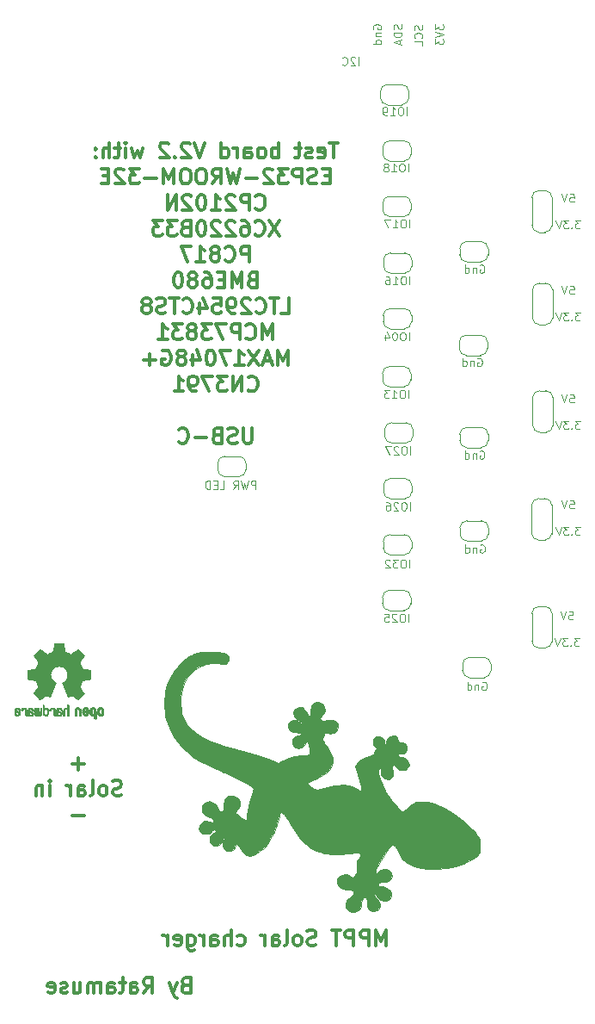
<source format=gbr>
G04 #@! TF.GenerationSoftware,KiCad,Pcbnew,(5.1.10)-1*
G04 #@! TF.CreationDate,2021-10-16T09:31:32+02:00*
G04 #@! TF.ProjectId,TestboardV2.2,54657374-626f-4617-9264-56322e322e6b,rev?*
G04 #@! TF.SameCoordinates,Original*
G04 #@! TF.FileFunction,Legend,Bot*
G04 #@! TF.FilePolarity,Positive*
%FSLAX46Y46*%
G04 Gerber Fmt 4.6, Leading zero omitted, Abs format (unit mm)*
G04 Created by KiCad (PCBNEW (5.1.10)-1) date 2021-10-16 09:31:32*
%MOMM*%
%LPD*%
G01*
G04 APERTURE LIST*
%ADD10C,0.100000*%
%ADD11C,0.300000*%
%ADD12C,0.010000*%
%ADD13C,0.120000*%
G04 APERTURE END LIST*
D10*
X124887142Y-116451904D02*
X124887142Y-115651904D01*
X124582380Y-115651904D01*
X124506190Y-115690000D01*
X124468095Y-115728095D01*
X124430000Y-115804285D01*
X124430000Y-115918571D01*
X124468095Y-115994761D01*
X124506190Y-116032857D01*
X124582380Y-116070952D01*
X124887142Y-116070952D01*
X124163333Y-115651904D02*
X123972857Y-116451904D01*
X123820476Y-115880476D01*
X123668095Y-116451904D01*
X123477619Y-115651904D01*
X122715714Y-116451904D02*
X122982380Y-116070952D01*
X123172857Y-116451904D02*
X123172857Y-115651904D01*
X122868095Y-115651904D01*
X122791904Y-115690000D01*
X122753809Y-115728095D01*
X122715714Y-115804285D01*
X122715714Y-115918571D01*
X122753809Y-115994761D01*
X122791904Y-116032857D01*
X122868095Y-116070952D01*
X123172857Y-116070952D01*
X121382380Y-116451904D02*
X121763333Y-116451904D01*
X121763333Y-115651904D01*
X121115714Y-116032857D02*
X120849047Y-116032857D01*
X120734761Y-116451904D02*
X121115714Y-116451904D01*
X121115714Y-115651904D01*
X120734761Y-115651904D01*
X120391904Y-116451904D02*
X120391904Y-115651904D01*
X120201428Y-115651904D01*
X120087142Y-115690000D01*
X120010952Y-115766190D01*
X119972857Y-115842380D01*
X119934761Y-115994761D01*
X119934761Y-116109047D01*
X119972857Y-116261428D01*
X120010952Y-116337619D01*
X120087142Y-116413809D01*
X120201428Y-116451904D01*
X120391904Y-116451904D01*
D11*
X137772857Y-161338571D02*
X137772857Y-159838571D01*
X137272857Y-160910000D01*
X136772857Y-159838571D01*
X136772857Y-161338571D01*
X136058571Y-161338571D02*
X136058571Y-159838571D01*
X135487142Y-159838571D01*
X135344285Y-159910000D01*
X135272857Y-159981428D01*
X135201428Y-160124285D01*
X135201428Y-160338571D01*
X135272857Y-160481428D01*
X135344285Y-160552857D01*
X135487142Y-160624285D01*
X136058571Y-160624285D01*
X134558571Y-161338571D02*
X134558571Y-159838571D01*
X133987142Y-159838571D01*
X133844285Y-159910000D01*
X133772857Y-159981428D01*
X133701428Y-160124285D01*
X133701428Y-160338571D01*
X133772857Y-160481428D01*
X133844285Y-160552857D01*
X133987142Y-160624285D01*
X134558571Y-160624285D01*
X133272857Y-159838571D02*
X132415714Y-159838571D01*
X132844285Y-161338571D02*
X132844285Y-159838571D01*
X130844285Y-161267142D02*
X130630000Y-161338571D01*
X130272857Y-161338571D01*
X130130000Y-161267142D01*
X130058571Y-161195714D01*
X129987142Y-161052857D01*
X129987142Y-160910000D01*
X130058571Y-160767142D01*
X130130000Y-160695714D01*
X130272857Y-160624285D01*
X130558571Y-160552857D01*
X130701428Y-160481428D01*
X130772857Y-160410000D01*
X130844285Y-160267142D01*
X130844285Y-160124285D01*
X130772857Y-159981428D01*
X130701428Y-159910000D01*
X130558571Y-159838571D01*
X130201428Y-159838571D01*
X129987142Y-159910000D01*
X129130000Y-161338571D02*
X129272857Y-161267142D01*
X129344285Y-161195714D01*
X129415714Y-161052857D01*
X129415714Y-160624285D01*
X129344285Y-160481428D01*
X129272857Y-160410000D01*
X129130000Y-160338571D01*
X128915714Y-160338571D01*
X128772857Y-160410000D01*
X128701428Y-160481428D01*
X128630000Y-160624285D01*
X128630000Y-161052857D01*
X128701428Y-161195714D01*
X128772857Y-161267142D01*
X128915714Y-161338571D01*
X129130000Y-161338571D01*
X127772857Y-161338571D02*
X127915714Y-161267142D01*
X127987142Y-161124285D01*
X127987142Y-159838571D01*
X126558571Y-161338571D02*
X126558571Y-160552857D01*
X126630000Y-160410000D01*
X126772857Y-160338571D01*
X127058571Y-160338571D01*
X127201428Y-160410000D01*
X126558571Y-161267142D02*
X126701428Y-161338571D01*
X127058571Y-161338571D01*
X127201428Y-161267142D01*
X127272857Y-161124285D01*
X127272857Y-160981428D01*
X127201428Y-160838571D01*
X127058571Y-160767142D01*
X126701428Y-160767142D01*
X126558571Y-160695714D01*
X125844285Y-161338571D02*
X125844285Y-160338571D01*
X125844285Y-160624285D02*
X125772857Y-160481428D01*
X125701428Y-160410000D01*
X125558571Y-160338571D01*
X125415714Y-160338571D01*
X123130000Y-161267142D02*
X123272857Y-161338571D01*
X123558571Y-161338571D01*
X123701428Y-161267142D01*
X123772857Y-161195714D01*
X123844285Y-161052857D01*
X123844285Y-160624285D01*
X123772857Y-160481428D01*
X123701428Y-160410000D01*
X123558571Y-160338571D01*
X123272857Y-160338571D01*
X123130000Y-160410000D01*
X122487142Y-161338571D02*
X122487142Y-159838571D01*
X121844285Y-161338571D02*
X121844285Y-160552857D01*
X121915714Y-160410000D01*
X122058571Y-160338571D01*
X122272857Y-160338571D01*
X122415714Y-160410000D01*
X122487142Y-160481428D01*
X120487142Y-161338571D02*
X120487142Y-160552857D01*
X120558571Y-160410000D01*
X120701428Y-160338571D01*
X120987142Y-160338571D01*
X121130000Y-160410000D01*
X120487142Y-161267142D02*
X120630000Y-161338571D01*
X120987142Y-161338571D01*
X121130000Y-161267142D01*
X121201428Y-161124285D01*
X121201428Y-160981428D01*
X121130000Y-160838571D01*
X120987142Y-160767142D01*
X120630000Y-160767142D01*
X120487142Y-160695714D01*
X119772857Y-161338571D02*
X119772857Y-160338571D01*
X119772857Y-160624285D02*
X119701428Y-160481428D01*
X119630000Y-160410000D01*
X119487142Y-160338571D01*
X119344285Y-160338571D01*
X118201428Y-160338571D02*
X118201428Y-161552857D01*
X118272857Y-161695714D01*
X118344285Y-161767142D01*
X118487142Y-161838571D01*
X118701428Y-161838571D01*
X118844285Y-161767142D01*
X118201428Y-161267142D02*
X118344285Y-161338571D01*
X118630000Y-161338571D01*
X118772857Y-161267142D01*
X118844285Y-161195714D01*
X118915714Y-161052857D01*
X118915714Y-160624285D01*
X118844285Y-160481428D01*
X118772857Y-160410000D01*
X118630000Y-160338571D01*
X118344285Y-160338571D01*
X118201428Y-160410000D01*
X116915714Y-161267142D02*
X117058571Y-161338571D01*
X117344285Y-161338571D01*
X117487142Y-161267142D01*
X117558571Y-161124285D01*
X117558571Y-160552857D01*
X117487142Y-160410000D01*
X117344285Y-160338571D01*
X117058571Y-160338571D01*
X116915714Y-160410000D01*
X116844285Y-160552857D01*
X116844285Y-160695714D01*
X117558571Y-160838571D01*
X116201428Y-161338571D02*
X116201428Y-160338571D01*
X116201428Y-160624285D02*
X116130000Y-160481428D01*
X116058571Y-160410000D01*
X115915714Y-160338571D01*
X115772857Y-160338571D01*
X108021428Y-143517142D02*
X106878571Y-143517142D01*
X107450000Y-144088571D02*
X107450000Y-142945714D01*
X111700000Y-146567142D02*
X111485714Y-146638571D01*
X111128571Y-146638571D01*
X110985714Y-146567142D01*
X110914285Y-146495714D01*
X110842857Y-146352857D01*
X110842857Y-146210000D01*
X110914285Y-146067142D01*
X110985714Y-145995714D01*
X111128571Y-145924285D01*
X111414285Y-145852857D01*
X111557142Y-145781428D01*
X111628571Y-145710000D01*
X111700000Y-145567142D01*
X111700000Y-145424285D01*
X111628571Y-145281428D01*
X111557142Y-145210000D01*
X111414285Y-145138571D01*
X111057142Y-145138571D01*
X110842857Y-145210000D01*
X109985714Y-146638571D02*
X110128571Y-146567142D01*
X110200000Y-146495714D01*
X110271428Y-146352857D01*
X110271428Y-145924285D01*
X110200000Y-145781428D01*
X110128571Y-145710000D01*
X109985714Y-145638571D01*
X109771428Y-145638571D01*
X109628571Y-145710000D01*
X109557142Y-145781428D01*
X109485714Y-145924285D01*
X109485714Y-146352857D01*
X109557142Y-146495714D01*
X109628571Y-146567142D01*
X109771428Y-146638571D01*
X109985714Y-146638571D01*
X108628571Y-146638571D02*
X108771428Y-146567142D01*
X108842857Y-146424285D01*
X108842857Y-145138571D01*
X107414285Y-146638571D02*
X107414285Y-145852857D01*
X107485714Y-145710000D01*
X107628571Y-145638571D01*
X107914285Y-145638571D01*
X108057142Y-145710000D01*
X107414285Y-146567142D02*
X107557142Y-146638571D01*
X107914285Y-146638571D01*
X108057142Y-146567142D01*
X108128571Y-146424285D01*
X108128571Y-146281428D01*
X108057142Y-146138571D01*
X107914285Y-146067142D01*
X107557142Y-146067142D01*
X107414285Y-145995714D01*
X106700000Y-146638571D02*
X106700000Y-145638571D01*
X106700000Y-145924285D02*
X106628571Y-145781428D01*
X106557142Y-145710000D01*
X106414285Y-145638571D01*
X106271428Y-145638571D01*
X104628571Y-146638571D02*
X104628571Y-145638571D01*
X104628571Y-145138571D02*
X104700000Y-145210000D01*
X104628571Y-145281428D01*
X104557142Y-145210000D01*
X104628571Y-145138571D01*
X104628571Y-145281428D01*
X103914285Y-145638571D02*
X103914285Y-146638571D01*
X103914285Y-145781428D02*
X103842857Y-145710000D01*
X103700000Y-145638571D01*
X103485714Y-145638571D01*
X103342857Y-145710000D01*
X103271428Y-145852857D01*
X103271428Y-146638571D01*
X108021428Y-148617142D02*
X106878571Y-148617142D01*
D10*
X141283809Y-70887619D02*
X141321904Y-71001904D01*
X141321904Y-71192380D01*
X141283809Y-71268571D01*
X141245714Y-71306666D01*
X141169523Y-71344761D01*
X141093333Y-71344761D01*
X141017142Y-71306666D01*
X140979047Y-71268571D01*
X140940952Y-71192380D01*
X140902857Y-71040000D01*
X140864761Y-70963809D01*
X140826666Y-70925714D01*
X140750476Y-70887619D01*
X140674285Y-70887619D01*
X140598095Y-70925714D01*
X140560000Y-70963809D01*
X140521904Y-71040000D01*
X140521904Y-71230476D01*
X140560000Y-71344761D01*
X141245714Y-72144761D02*
X141283809Y-72106666D01*
X141321904Y-71992380D01*
X141321904Y-71916190D01*
X141283809Y-71801904D01*
X141207619Y-71725714D01*
X141131428Y-71687619D01*
X140979047Y-71649523D01*
X140864761Y-71649523D01*
X140712380Y-71687619D01*
X140636190Y-71725714D01*
X140560000Y-71801904D01*
X140521904Y-71916190D01*
X140521904Y-71992380D01*
X140560000Y-72106666D01*
X140598095Y-72144761D01*
X141321904Y-72868571D02*
X141321904Y-72487619D01*
X140521904Y-72487619D01*
X142601904Y-70789523D02*
X142601904Y-71284761D01*
X142906666Y-71018095D01*
X142906666Y-71132380D01*
X142944761Y-71208571D01*
X142982857Y-71246666D01*
X143059047Y-71284761D01*
X143249523Y-71284761D01*
X143325714Y-71246666D01*
X143363809Y-71208571D01*
X143401904Y-71132380D01*
X143401904Y-70903809D01*
X143363809Y-70827619D01*
X143325714Y-70789523D01*
X142601904Y-71513333D02*
X143401904Y-71780000D01*
X142601904Y-72046666D01*
X142601904Y-72237142D02*
X142601904Y-72732380D01*
X142906666Y-72465714D01*
X142906666Y-72580000D01*
X142944761Y-72656190D01*
X142982857Y-72694285D01*
X143059047Y-72732380D01*
X143249523Y-72732380D01*
X143325714Y-72694285D01*
X143363809Y-72656190D01*
X143401904Y-72580000D01*
X143401904Y-72351428D01*
X143363809Y-72275238D01*
X143325714Y-72237142D01*
X139253809Y-70788571D02*
X139291904Y-70902857D01*
X139291904Y-71093333D01*
X139253809Y-71169523D01*
X139215714Y-71207619D01*
X139139523Y-71245714D01*
X139063333Y-71245714D01*
X138987142Y-71207619D01*
X138949047Y-71169523D01*
X138910952Y-71093333D01*
X138872857Y-70940952D01*
X138834761Y-70864761D01*
X138796666Y-70826666D01*
X138720476Y-70788571D01*
X138644285Y-70788571D01*
X138568095Y-70826666D01*
X138530000Y-70864761D01*
X138491904Y-70940952D01*
X138491904Y-71131428D01*
X138530000Y-71245714D01*
X139291904Y-71588571D02*
X138491904Y-71588571D01*
X138491904Y-71779047D01*
X138530000Y-71893333D01*
X138606190Y-71969523D01*
X138682380Y-72007619D01*
X138834761Y-72045714D01*
X138949047Y-72045714D01*
X139101428Y-72007619D01*
X139177619Y-71969523D01*
X139253809Y-71893333D01*
X139291904Y-71779047D01*
X139291904Y-71588571D01*
X139063333Y-72350476D02*
X139063333Y-72731428D01*
X139291904Y-72274285D02*
X138491904Y-72540952D01*
X139291904Y-72807619D01*
X136490000Y-71245714D02*
X136451904Y-71169523D01*
X136451904Y-71055238D01*
X136490000Y-70940952D01*
X136566190Y-70864761D01*
X136642380Y-70826666D01*
X136794761Y-70788571D01*
X136909047Y-70788571D01*
X137061428Y-70826666D01*
X137137619Y-70864761D01*
X137213809Y-70940952D01*
X137251904Y-71055238D01*
X137251904Y-71131428D01*
X137213809Y-71245714D01*
X137175714Y-71283809D01*
X136909047Y-71283809D01*
X136909047Y-71131428D01*
X136718571Y-71626666D02*
X137251904Y-71626666D01*
X136794761Y-71626666D02*
X136756666Y-71664761D01*
X136718571Y-71740952D01*
X136718571Y-71855238D01*
X136756666Y-71931428D01*
X136832857Y-71969523D01*
X137251904Y-71969523D01*
X137251904Y-72693333D02*
X136451904Y-72693333D01*
X137213809Y-72693333D02*
X137251904Y-72617142D01*
X137251904Y-72464761D01*
X137213809Y-72388571D01*
X137175714Y-72350476D01*
X137099523Y-72312380D01*
X136870952Y-72312380D01*
X136794761Y-72350476D01*
X136756666Y-72388571D01*
X136718571Y-72464761D01*
X136718571Y-72617142D01*
X136756666Y-72693333D01*
X135040952Y-74791904D02*
X135040952Y-73991904D01*
X134698095Y-74068095D02*
X134660000Y-74030000D01*
X134583809Y-73991904D01*
X134393333Y-73991904D01*
X134317142Y-74030000D01*
X134279047Y-74068095D01*
X134240952Y-74144285D01*
X134240952Y-74220476D01*
X134279047Y-74334761D01*
X134736190Y-74791904D01*
X134240952Y-74791904D01*
X133440952Y-74715714D02*
X133479047Y-74753809D01*
X133593333Y-74791904D01*
X133669523Y-74791904D01*
X133783809Y-74753809D01*
X133860000Y-74677619D01*
X133898095Y-74601428D01*
X133936190Y-74449047D01*
X133936190Y-74334761D01*
X133898095Y-74182380D01*
X133860000Y-74106190D01*
X133783809Y-74030000D01*
X133669523Y-73991904D01*
X133593333Y-73991904D01*
X133479047Y-74030000D01*
X133440952Y-74068095D01*
X139980952Y-129531904D02*
X139980952Y-128731904D01*
X139447619Y-128731904D02*
X139295238Y-128731904D01*
X139219047Y-128770000D01*
X139142857Y-128846190D01*
X139104761Y-128998571D01*
X139104761Y-129265238D01*
X139142857Y-129417619D01*
X139219047Y-129493809D01*
X139295238Y-129531904D01*
X139447619Y-129531904D01*
X139523809Y-129493809D01*
X139600000Y-129417619D01*
X139638095Y-129265238D01*
X139638095Y-128998571D01*
X139600000Y-128846190D01*
X139523809Y-128770000D01*
X139447619Y-128731904D01*
X138800000Y-128808095D02*
X138761904Y-128770000D01*
X138685714Y-128731904D01*
X138495238Y-128731904D01*
X138419047Y-128770000D01*
X138380952Y-128808095D01*
X138342857Y-128884285D01*
X138342857Y-128960476D01*
X138380952Y-129074761D01*
X138838095Y-129531904D01*
X138342857Y-129531904D01*
X137619047Y-128731904D02*
X138000000Y-128731904D01*
X138038095Y-129112857D01*
X138000000Y-129074761D01*
X137923809Y-129036666D01*
X137733333Y-129036666D01*
X137657142Y-129074761D01*
X137619047Y-129112857D01*
X137580952Y-129189047D01*
X137580952Y-129379523D01*
X137619047Y-129455714D01*
X137657142Y-129493809D01*
X137733333Y-129531904D01*
X137923809Y-129531904D01*
X138000000Y-129493809D01*
X138038095Y-129455714D01*
X140060952Y-124211904D02*
X140060952Y-123411904D01*
X139527619Y-123411904D02*
X139375238Y-123411904D01*
X139299047Y-123450000D01*
X139222857Y-123526190D01*
X139184761Y-123678571D01*
X139184761Y-123945238D01*
X139222857Y-124097619D01*
X139299047Y-124173809D01*
X139375238Y-124211904D01*
X139527619Y-124211904D01*
X139603809Y-124173809D01*
X139680000Y-124097619D01*
X139718095Y-123945238D01*
X139718095Y-123678571D01*
X139680000Y-123526190D01*
X139603809Y-123450000D01*
X139527619Y-123411904D01*
X138918095Y-123411904D02*
X138422857Y-123411904D01*
X138689523Y-123716666D01*
X138575238Y-123716666D01*
X138499047Y-123754761D01*
X138460952Y-123792857D01*
X138422857Y-123869047D01*
X138422857Y-124059523D01*
X138460952Y-124135714D01*
X138499047Y-124173809D01*
X138575238Y-124211904D01*
X138803809Y-124211904D01*
X138880000Y-124173809D01*
X138918095Y-124135714D01*
X138118095Y-123488095D02*
X138080000Y-123450000D01*
X138003809Y-123411904D01*
X137813333Y-123411904D01*
X137737142Y-123450000D01*
X137699047Y-123488095D01*
X137660952Y-123564285D01*
X137660952Y-123640476D01*
X137699047Y-123754761D01*
X138156190Y-124211904D01*
X137660952Y-124211904D01*
X140110952Y-118571904D02*
X140110952Y-117771904D01*
X139577619Y-117771904D02*
X139425238Y-117771904D01*
X139349047Y-117810000D01*
X139272857Y-117886190D01*
X139234761Y-118038571D01*
X139234761Y-118305238D01*
X139272857Y-118457619D01*
X139349047Y-118533809D01*
X139425238Y-118571904D01*
X139577619Y-118571904D01*
X139653809Y-118533809D01*
X139730000Y-118457619D01*
X139768095Y-118305238D01*
X139768095Y-118038571D01*
X139730000Y-117886190D01*
X139653809Y-117810000D01*
X139577619Y-117771904D01*
X138930000Y-117848095D02*
X138891904Y-117810000D01*
X138815714Y-117771904D01*
X138625238Y-117771904D01*
X138549047Y-117810000D01*
X138510952Y-117848095D01*
X138472857Y-117924285D01*
X138472857Y-118000476D01*
X138510952Y-118114761D01*
X138968095Y-118571904D01*
X138472857Y-118571904D01*
X137787142Y-117771904D02*
X137939523Y-117771904D01*
X138015714Y-117810000D01*
X138053809Y-117848095D01*
X138130000Y-117962380D01*
X138168095Y-118114761D01*
X138168095Y-118419523D01*
X138130000Y-118495714D01*
X138091904Y-118533809D01*
X138015714Y-118571904D01*
X137863333Y-118571904D01*
X137787142Y-118533809D01*
X137749047Y-118495714D01*
X137710952Y-118419523D01*
X137710952Y-118229047D01*
X137749047Y-118152857D01*
X137787142Y-118114761D01*
X137863333Y-118076666D01*
X138015714Y-118076666D01*
X138091904Y-118114761D01*
X138130000Y-118152857D01*
X138168095Y-118229047D01*
X140140952Y-113061904D02*
X140140952Y-112261904D01*
X139607619Y-112261904D02*
X139455238Y-112261904D01*
X139379047Y-112300000D01*
X139302857Y-112376190D01*
X139264761Y-112528571D01*
X139264761Y-112795238D01*
X139302857Y-112947619D01*
X139379047Y-113023809D01*
X139455238Y-113061904D01*
X139607619Y-113061904D01*
X139683809Y-113023809D01*
X139760000Y-112947619D01*
X139798095Y-112795238D01*
X139798095Y-112528571D01*
X139760000Y-112376190D01*
X139683809Y-112300000D01*
X139607619Y-112261904D01*
X138960000Y-112338095D02*
X138921904Y-112300000D01*
X138845714Y-112261904D01*
X138655238Y-112261904D01*
X138579047Y-112300000D01*
X138540952Y-112338095D01*
X138502857Y-112414285D01*
X138502857Y-112490476D01*
X138540952Y-112604761D01*
X138998095Y-113061904D01*
X138502857Y-113061904D01*
X138236190Y-112261904D02*
X137702857Y-112261904D01*
X138045714Y-113061904D01*
X139960952Y-107541904D02*
X139960952Y-106741904D01*
X139427619Y-106741904D02*
X139275238Y-106741904D01*
X139199047Y-106780000D01*
X139122857Y-106856190D01*
X139084761Y-107008571D01*
X139084761Y-107275238D01*
X139122857Y-107427619D01*
X139199047Y-107503809D01*
X139275238Y-107541904D01*
X139427619Y-107541904D01*
X139503809Y-107503809D01*
X139580000Y-107427619D01*
X139618095Y-107275238D01*
X139618095Y-107008571D01*
X139580000Y-106856190D01*
X139503809Y-106780000D01*
X139427619Y-106741904D01*
X138322857Y-107541904D02*
X138780000Y-107541904D01*
X138551428Y-107541904D02*
X138551428Y-106741904D01*
X138627619Y-106856190D01*
X138703809Y-106932380D01*
X138780000Y-106970476D01*
X138056190Y-106741904D02*
X137560952Y-106741904D01*
X137827619Y-107046666D01*
X137713333Y-107046666D01*
X137637142Y-107084761D01*
X137599047Y-107122857D01*
X137560952Y-107199047D01*
X137560952Y-107389523D01*
X137599047Y-107465714D01*
X137637142Y-107503809D01*
X137713333Y-107541904D01*
X137941904Y-107541904D01*
X138018095Y-107503809D01*
X138056190Y-107465714D01*
X140000952Y-101851904D02*
X140000952Y-101051904D01*
X139467619Y-101051904D02*
X139315238Y-101051904D01*
X139239047Y-101090000D01*
X139162857Y-101166190D01*
X139124761Y-101318571D01*
X139124761Y-101585238D01*
X139162857Y-101737619D01*
X139239047Y-101813809D01*
X139315238Y-101851904D01*
X139467619Y-101851904D01*
X139543809Y-101813809D01*
X139620000Y-101737619D01*
X139658095Y-101585238D01*
X139658095Y-101318571D01*
X139620000Y-101166190D01*
X139543809Y-101090000D01*
X139467619Y-101051904D01*
X138629523Y-101051904D02*
X138553333Y-101051904D01*
X138477142Y-101090000D01*
X138439047Y-101128095D01*
X138400952Y-101204285D01*
X138362857Y-101356666D01*
X138362857Y-101547142D01*
X138400952Y-101699523D01*
X138439047Y-101775714D01*
X138477142Y-101813809D01*
X138553333Y-101851904D01*
X138629523Y-101851904D01*
X138705714Y-101813809D01*
X138743809Y-101775714D01*
X138781904Y-101699523D01*
X138820000Y-101547142D01*
X138820000Y-101356666D01*
X138781904Y-101204285D01*
X138743809Y-101128095D01*
X138705714Y-101090000D01*
X138629523Y-101051904D01*
X137677142Y-101318571D02*
X137677142Y-101851904D01*
X137867619Y-101013809D02*
X138058095Y-101585238D01*
X137562857Y-101585238D01*
X140070952Y-96371904D02*
X140070952Y-95571904D01*
X139537619Y-95571904D02*
X139385238Y-95571904D01*
X139309047Y-95610000D01*
X139232857Y-95686190D01*
X139194761Y-95838571D01*
X139194761Y-96105238D01*
X139232857Y-96257619D01*
X139309047Y-96333809D01*
X139385238Y-96371904D01*
X139537619Y-96371904D01*
X139613809Y-96333809D01*
X139690000Y-96257619D01*
X139728095Y-96105238D01*
X139728095Y-95838571D01*
X139690000Y-95686190D01*
X139613809Y-95610000D01*
X139537619Y-95571904D01*
X138432857Y-96371904D02*
X138890000Y-96371904D01*
X138661428Y-96371904D02*
X138661428Y-95571904D01*
X138737619Y-95686190D01*
X138813809Y-95762380D01*
X138890000Y-95800476D01*
X137747142Y-95571904D02*
X137899523Y-95571904D01*
X137975714Y-95610000D01*
X138013809Y-95648095D01*
X138090000Y-95762380D01*
X138128095Y-95914761D01*
X138128095Y-96219523D01*
X138090000Y-96295714D01*
X138051904Y-96333809D01*
X137975714Y-96371904D01*
X137823333Y-96371904D01*
X137747142Y-96333809D01*
X137709047Y-96295714D01*
X137670952Y-96219523D01*
X137670952Y-96029047D01*
X137709047Y-95952857D01*
X137747142Y-95914761D01*
X137823333Y-95876666D01*
X137975714Y-95876666D01*
X138051904Y-95914761D01*
X138090000Y-95952857D01*
X138128095Y-96029047D01*
X140050952Y-90781904D02*
X140050952Y-89981904D01*
X139517619Y-89981904D02*
X139365238Y-89981904D01*
X139289047Y-90020000D01*
X139212857Y-90096190D01*
X139174761Y-90248571D01*
X139174761Y-90515238D01*
X139212857Y-90667619D01*
X139289047Y-90743809D01*
X139365238Y-90781904D01*
X139517619Y-90781904D01*
X139593809Y-90743809D01*
X139670000Y-90667619D01*
X139708095Y-90515238D01*
X139708095Y-90248571D01*
X139670000Y-90096190D01*
X139593809Y-90020000D01*
X139517619Y-89981904D01*
X138412857Y-90781904D02*
X138870000Y-90781904D01*
X138641428Y-90781904D02*
X138641428Y-89981904D01*
X138717619Y-90096190D01*
X138793809Y-90172380D01*
X138870000Y-90210476D01*
X138146190Y-89981904D02*
X137612857Y-89981904D01*
X137955714Y-90781904D01*
X139930952Y-85281904D02*
X139930952Y-84481904D01*
X139397619Y-84481904D02*
X139245238Y-84481904D01*
X139169047Y-84520000D01*
X139092857Y-84596190D01*
X139054761Y-84748571D01*
X139054761Y-85015238D01*
X139092857Y-85167619D01*
X139169047Y-85243809D01*
X139245238Y-85281904D01*
X139397619Y-85281904D01*
X139473809Y-85243809D01*
X139550000Y-85167619D01*
X139588095Y-85015238D01*
X139588095Y-84748571D01*
X139550000Y-84596190D01*
X139473809Y-84520000D01*
X139397619Y-84481904D01*
X138292857Y-85281904D02*
X138750000Y-85281904D01*
X138521428Y-85281904D02*
X138521428Y-84481904D01*
X138597619Y-84596190D01*
X138673809Y-84672380D01*
X138750000Y-84710476D01*
X137835714Y-84824761D02*
X137911904Y-84786666D01*
X137950000Y-84748571D01*
X137988095Y-84672380D01*
X137988095Y-84634285D01*
X137950000Y-84558095D01*
X137911904Y-84520000D01*
X137835714Y-84481904D01*
X137683333Y-84481904D01*
X137607142Y-84520000D01*
X137569047Y-84558095D01*
X137530952Y-84634285D01*
X137530952Y-84672380D01*
X137569047Y-84748571D01*
X137607142Y-84786666D01*
X137683333Y-84824761D01*
X137835714Y-84824761D01*
X137911904Y-84862857D01*
X137950000Y-84900952D01*
X137988095Y-84977142D01*
X137988095Y-85129523D01*
X137950000Y-85205714D01*
X137911904Y-85243809D01*
X137835714Y-85281904D01*
X137683333Y-85281904D01*
X137607142Y-85243809D01*
X137569047Y-85205714D01*
X137530952Y-85129523D01*
X137530952Y-84977142D01*
X137569047Y-84900952D01*
X137607142Y-84862857D01*
X137683333Y-84824761D01*
X139810952Y-79711904D02*
X139810952Y-78911904D01*
X139277619Y-78911904D02*
X139125238Y-78911904D01*
X139049047Y-78950000D01*
X138972857Y-79026190D01*
X138934761Y-79178571D01*
X138934761Y-79445238D01*
X138972857Y-79597619D01*
X139049047Y-79673809D01*
X139125238Y-79711904D01*
X139277619Y-79711904D01*
X139353809Y-79673809D01*
X139430000Y-79597619D01*
X139468095Y-79445238D01*
X139468095Y-79178571D01*
X139430000Y-79026190D01*
X139353809Y-78950000D01*
X139277619Y-78911904D01*
X138172857Y-79711904D02*
X138630000Y-79711904D01*
X138401428Y-79711904D02*
X138401428Y-78911904D01*
X138477619Y-79026190D01*
X138553809Y-79102380D01*
X138630000Y-79140476D01*
X137791904Y-79711904D02*
X137639523Y-79711904D01*
X137563333Y-79673809D01*
X137525238Y-79635714D01*
X137449047Y-79521428D01*
X137410952Y-79369047D01*
X137410952Y-79064285D01*
X137449047Y-78988095D01*
X137487142Y-78950000D01*
X137563333Y-78911904D01*
X137715714Y-78911904D01*
X137791904Y-78950000D01*
X137830000Y-78988095D01*
X137868095Y-79064285D01*
X137868095Y-79254761D01*
X137830000Y-79330952D01*
X137791904Y-79369047D01*
X137715714Y-79407142D01*
X137563333Y-79407142D01*
X137487142Y-79369047D01*
X137449047Y-79330952D01*
X137410952Y-79254761D01*
X147224285Y-135460000D02*
X147300476Y-135421904D01*
X147414761Y-135421904D01*
X147529047Y-135460000D01*
X147605238Y-135536190D01*
X147643333Y-135612380D01*
X147681428Y-135764761D01*
X147681428Y-135879047D01*
X147643333Y-136031428D01*
X147605238Y-136107619D01*
X147529047Y-136183809D01*
X147414761Y-136221904D01*
X147338571Y-136221904D01*
X147224285Y-136183809D01*
X147186190Y-136145714D01*
X147186190Y-135879047D01*
X147338571Y-135879047D01*
X146843333Y-135688571D02*
X146843333Y-136221904D01*
X146843333Y-135764761D02*
X146805238Y-135726666D01*
X146729047Y-135688571D01*
X146614761Y-135688571D01*
X146538571Y-135726666D01*
X146500476Y-135802857D01*
X146500476Y-136221904D01*
X145776666Y-136221904D02*
X145776666Y-135421904D01*
X145776666Y-136183809D02*
X145852857Y-136221904D01*
X146005238Y-136221904D01*
X146081428Y-136183809D01*
X146119523Y-136145714D01*
X146157619Y-136069523D01*
X146157619Y-135840952D01*
X146119523Y-135764761D01*
X146081428Y-135726666D01*
X146005238Y-135688571D01*
X145852857Y-135688571D01*
X145776666Y-135726666D01*
X147024285Y-121980000D02*
X147100476Y-121941904D01*
X147214761Y-121941904D01*
X147329047Y-121980000D01*
X147405238Y-122056190D01*
X147443333Y-122132380D01*
X147481428Y-122284761D01*
X147481428Y-122399047D01*
X147443333Y-122551428D01*
X147405238Y-122627619D01*
X147329047Y-122703809D01*
X147214761Y-122741904D01*
X147138571Y-122741904D01*
X147024285Y-122703809D01*
X146986190Y-122665714D01*
X146986190Y-122399047D01*
X147138571Y-122399047D01*
X146643333Y-122208571D02*
X146643333Y-122741904D01*
X146643333Y-122284761D02*
X146605238Y-122246666D01*
X146529047Y-122208571D01*
X146414761Y-122208571D01*
X146338571Y-122246666D01*
X146300476Y-122322857D01*
X146300476Y-122741904D01*
X145576666Y-122741904D02*
X145576666Y-121941904D01*
X145576666Y-122703809D02*
X145652857Y-122741904D01*
X145805238Y-122741904D01*
X145881428Y-122703809D01*
X145919523Y-122665714D01*
X145957619Y-122589523D01*
X145957619Y-122360952D01*
X145919523Y-122284761D01*
X145881428Y-122246666D01*
X145805238Y-122208571D01*
X145652857Y-122208571D01*
X145576666Y-122246666D01*
X146984285Y-112740000D02*
X147060476Y-112701904D01*
X147174761Y-112701904D01*
X147289047Y-112740000D01*
X147365238Y-112816190D01*
X147403333Y-112892380D01*
X147441428Y-113044761D01*
X147441428Y-113159047D01*
X147403333Y-113311428D01*
X147365238Y-113387619D01*
X147289047Y-113463809D01*
X147174761Y-113501904D01*
X147098571Y-113501904D01*
X146984285Y-113463809D01*
X146946190Y-113425714D01*
X146946190Y-113159047D01*
X147098571Y-113159047D01*
X146603333Y-112968571D02*
X146603333Y-113501904D01*
X146603333Y-113044761D02*
X146565238Y-113006666D01*
X146489047Y-112968571D01*
X146374761Y-112968571D01*
X146298571Y-113006666D01*
X146260476Y-113082857D01*
X146260476Y-113501904D01*
X145536666Y-113501904D02*
X145536666Y-112701904D01*
X145536666Y-113463809D02*
X145612857Y-113501904D01*
X145765238Y-113501904D01*
X145841428Y-113463809D01*
X145879523Y-113425714D01*
X145917619Y-113349523D01*
X145917619Y-113120952D01*
X145879523Y-113044761D01*
X145841428Y-113006666D01*
X145765238Y-112968571D01*
X145612857Y-112968571D01*
X145536666Y-113006666D01*
X146754285Y-103620000D02*
X146830476Y-103581904D01*
X146944761Y-103581904D01*
X147059047Y-103620000D01*
X147135238Y-103696190D01*
X147173333Y-103772380D01*
X147211428Y-103924761D01*
X147211428Y-104039047D01*
X147173333Y-104191428D01*
X147135238Y-104267619D01*
X147059047Y-104343809D01*
X146944761Y-104381904D01*
X146868571Y-104381904D01*
X146754285Y-104343809D01*
X146716190Y-104305714D01*
X146716190Y-104039047D01*
X146868571Y-104039047D01*
X146373333Y-103848571D02*
X146373333Y-104381904D01*
X146373333Y-103924761D02*
X146335238Y-103886666D01*
X146259047Y-103848571D01*
X146144761Y-103848571D01*
X146068571Y-103886666D01*
X146030476Y-103962857D01*
X146030476Y-104381904D01*
X145306666Y-104381904D02*
X145306666Y-103581904D01*
X145306666Y-104343809D02*
X145382857Y-104381904D01*
X145535238Y-104381904D01*
X145611428Y-104343809D01*
X145649523Y-104305714D01*
X145687619Y-104229523D01*
X145687619Y-104000952D01*
X145649523Y-103924761D01*
X145611428Y-103886666D01*
X145535238Y-103848571D01*
X145382857Y-103848571D01*
X145306666Y-103886666D01*
X146984285Y-94470000D02*
X147060476Y-94431904D01*
X147174761Y-94431904D01*
X147289047Y-94470000D01*
X147365238Y-94546190D01*
X147403333Y-94622380D01*
X147441428Y-94774761D01*
X147441428Y-94889047D01*
X147403333Y-95041428D01*
X147365238Y-95117619D01*
X147289047Y-95193809D01*
X147174761Y-95231904D01*
X147098571Y-95231904D01*
X146984285Y-95193809D01*
X146946190Y-95155714D01*
X146946190Y-94889047D01*
X147098571Y-94889047D01*
X146603333Y-94698571D02*
X146603333Y-95231904D01*
X146603333Y-94774761D02*
X146565238Y-94736666D01*
X146489047Y-94698571D01*
X146374761Y-94698571D01*
X146298571Y-94736666D01*
X146260476Y-94812857D01*
X146260476Y-95231904D01*
X145536666Y-95231904D02*
X145536666Y-94431904D01*
X145536666Y-95193809D02*
X145612857Y-95231904D01*
X145765238Y-95231904D01*
X145841428Y-95193809D01*
X145879523Y-95155714D01*
X145917619Y-95079523D01*
X145917619Y-94850952D01*
X145879523Y-94774761D01*
X145841428Y-94736666D01*
X145765238Y-94698571D01*
X145612857Y-94698571D01*
X145536666Y-94736666D01*
X155742380Y-128509904D02*
X156123333Y-128509904D01*
X156161428Y-128890857D01*
X156123333Y-128852761D01*
X156047142Y-128814666D01*
X155856666Y-128814666D01*
X155780476Y-128852761D01*
X155742380Y-128890857D01*
X155704285Y-128967047D01*
X155704285Y-129157523D01*
X155742380Y-129233714D01*
X155780476Y-129271809D01*
X155856666Y-129309904D01*
X156047142Y-129309904D01*
X156123333Y-129271809D01*
X156161428Y-129233714D01*
X155475714Y-128509904D02*
X155209047Y-129309904D01*
X154942380Y-128509904D01*
X156770952Y-131109904D02*
X156275714Y-131109904D01*
X156542380Y-131414666D01*
X156428095Y-131414666D01*
X156351904Y-131452761D01*
X156313809Y-131490857D01*
X156275714Y-131567047D01*
X156275714Y-131757523D01*
X156313809Y-131833714D01*
X156351904Y-131871809D01*
X156428095Y-131909904D01*
X156656666Y-131909904D01*
X156732857Y-131871809D01*
X156770952Y-131833714D01*
X155932857Y-131833714D02*
X155894761Y-131871809D01*
X155932857Y-131909904D01*
X155970952Y-131871809D01*
X155932857Y-131833714D01*
X155932857Y-131909904D01*
X155628095Y-131109904D02*
X155132857Y-131109904D01*
X155399523Y-131414666D01*
X155285238Y-131414666D01*
X155209047Y-131452761D01*
X155170952Y-131490857D01*
X155132857Y-131567047D01*
X155132857Y-131757523D01*
X155170952Y-131833714D01*
X155209047Y-131871809D01*
X155285238Y-131909904D01*
X155513809Y-131909904D01*
X155590000Y-131871809D01*
X155628095Y-131833714D01*
X154904285Y-131109904D02*
X154637619Y-131909904D01*
X154370952Y-131109904D01*
X155834380Y-117587904D02*
X156215333Y-117587904D01*
X156253428Y-117968857D01*
X156215333Y-117930761D01*
X156139142Y-117892666D01*
X155948666Y-117892666D01*
X155872476Y-117930761D01*
X155834380Y-117968857D01*
X155796285Y-118045047D01*
X155796285Y-118235523D01*
X155834380Y-118311714D01*
X155872476Y-118349809D01*
X155948666Y-118387904D01*
X156139142Y-118387904D01*
X156215333Y-118349809D01*
X156253428Y-118311714D01*
X155567714Y-117587904D02*
X155301047Y-118387904D01*
X155034380Y-117587904D01*
X156862952Y-120187904D02*
X156367714Y-120187904D01*
X156634380Y-120492666D01*
X156520095Y-120492666D01*
X156443904Y-120530761D01*
X156405809Y-120568857D01*
X156367714Y-120645047D01*
X156367714Y-120835523D01*
X156405809Y-120911714D01*
X156443904Y-120949809D01*
X156520095Y-120987904D01*
X156748666Y-120987904D01*
X156824857Y-120949809D01*
X156862952Y-120911714D01*
X156024857Y-120911714D02*
X155986761Y-120949809D01*
X156024857Y-120987904D01*
X156062952Y-120949809D01*
X156024857Y-120911714D01*
X156024857Y-120987904D01*
X155720095Y-120187904D02*
X155224857Y-120187904D01*
X155491523Y-120492666D01*
X155377238Y-120492666D01*
X155301047Y-120530761D01*
X155262952Y-120568857D01*
X155224857Y-120645047D01*
X155224857Y-120835523D01*
X155262952Y-120911714D01*
X155301047Y-120949809D01*
X155377238Y-120987904D01*
X155605809Y-120987904D01*
X155682000Y-120949809D01*
X155720095Y-120911714D01*
X154996285Y-120187904D02*
X154729619Y-120987904D01*
X154462952Y-120187904D01*
X155834380Y-107173904D02*
X156215333Y-107173904D01*
X156253428Y-107554857D01*
X156215333Y-107516761D01*
X156139142Y-107478666D01*
X155948666Y-107478666D01*
X155872476Y-107516761D01*
X155834380Y-107554857D01*
X155796285Y-107631047D01*
X155796285Y-107821523D01*
X155834380Y-107897714D01*
X155872476Y-107935809D01*
X155948666Y-107973904D01*
X156139142Y-107973904D01*
X156215333Y-107935809D01*
X156253428Y-107897714D01*
X155567714Y-107173904D02*
X155301047Y-107973904D01*
X155034380Y-107173904D01*
X156862952Y-109773904D02*
X156367714Y-109773904D01*
X156634380Y-110078666D01*
X156520095Y-110078666D01*
X156443904Y-110116761D01*
X156405809Y-110154857D01*
X156367714Y-110231047D01*
X156367714Y-110421523D01*
X156405809Y-110497714D01*
X156443904Y-110535809D01*
X156520095Y-110573904D01*
X156748666Y-110573904D01*
X156824857Y-110535809D01*
X156862952Y-110497714D01*
X156024857Y-110497714D02*
X155986761Y-110535809D01*
X156024857Y-110573904D01*
X156062952Y-110535809D01*
X156024857Y-110497714D01*
X156024857Y-110573904D01*
X155720095Y-109773904D02*
X155224857Y-109773904D01*
X155491523Y-110078666D01*
X155377238Y-110078666D01*
X155301047Y-110116761D01*
X155262952Y-110154857D01*
X155224857Y-110231047D01*
X155224857Y-110421523D01*
X155262952Y-110497714D01*
X155301047Y-110535809D01*
X155377238Y-110573904D01*
X155605809Y-110573904D01*
X155682000Y-110535809D01*
X155720095Y-110497714D01*
X154996285Y-109773904D02*
X154729619Y-110573904D01*
X154462952Y-109773904D01*
X155834380Y-96505904D02*
X156215333Y-96505904D01*
X156253428Y-96886857D01*
X156215333Y-96848761D01*
X156139142Y-96810666D01*
X155948666Y-96810666D01*
X155872476Y-96848761D01*
X155834380Y-96886857D01*
X155796285Y-96963047D01*
X155796285Y-97153523D01*
X155834380Y-97229714D01*
X155872476Y-97267809D01*
X155948666Y-97305904D01*
X156139142Y-97305904D01*
X156215333Y-97267809D01*
X156253428Y-97229714D01*
X155567714Y-96505904D02*
X155301047Y-97305904D01*
X155034380Y-96505904D01*
X156862952Y-99105904D02*
X156367714Y-99105904D01*
X156634380Y-99410666D01*
X156520095Y-99410666D01*
X156443904Y-99448761D01*
X156405809Y-99486857D01*
X156367714Y-99563047D01*
X156367714Y-99753523D01*
X156405809Y-99829714D01*
X156443904Y-99867809D01*
X156520095Y-99905904D01*
X156748666Y-99905904D01*
X156824857Y-99867809D01*
X156862952Y-99829714D01*
X156024857Y-99829714D02*
X155986761Y-99867809D01*
X156024857Y-99905904D01*
X156062952Y-99867809D01*
X156024857Y-99829714D01*
X156024857Y-99905904D01*
X155720095Y-99105904D02*
X155224857Y-99105904D01*
X155491523Y-99410666D01*
X155377238Y-99410666D01*
X155301047Y-99448761D01*
X155262952Y-99486857D01*
X155224857Y-99563047D01*
X155224857Y-99753523D01*
X155262952Y-99829714D01*
X155301047Y-99867809D01*
X155377238Y-99905904D01*
X155605809Y-99905904D01*
X155682000Y-99867809D01*
X155720095Y-99829714D01*
X154996285Y-99105904D02*
X154729619Y-99905904D01*
X154462952Y-99105904D01*
X155834380Y-87451904D02*
X156215333Y-87451904D01*
X156253428Y-87832857D01*
X156215333Y-87794761D01*
X156139142Y-87756666D01*
X155948666Y-87756666D01*
X155872476Y-87794761D01*
X155834380Y-87832857D01*
X155796285Y-87909047D01*
X155796285Y-88099523D01*
X155834380Y-88175714D01*
X155872476Y-88213809D01*
X155948666Y-88251904D01*
X156139142Y-88251904D01*
X156215333Y-88213809D01*
X156253428Y-88175714D01*
X155567714Y-87451904D02*
X155301047Y-88251904D01*
X155034380Y-87451904D01*
X156862952Y-90051904D02*
X156367714Y-90051904D01*
X156634380Y-90356666D01*
X156520095Y-90356666D01*
X156443904Y-90394761D01*
X156405809Y-90432857D01*
X156367714Y-90509047D01*
X156367714Y-90699523D01*
X156405809Y-90775714D01*
X156443904Y-90813809D01*
X156520095Y-90851904D01*
X156748666Y-90851904D01*
X156824857Y-90813809D01*
X156862952Y-90775714D01*
X156024857Y-90775714D02*
X155986761Y-90813809D01*
X156024857Y-90851904D01*
X156062952Y-90813809D01*
X156024857Y-90775714D01*
X156024857Y-90851904D01*
X155720095Y-90051904D02*
X155224857Y-90051904D01*
X155491523Y-90356666D01*
X155377238Y-90356666D01*
X155301047Y-90394761D01*
X155262952Y-90432857D01*
X155224857Y-90509047D01*
X155224857Y-90699523D01*
X155262952Y-90775714D01*
X155301047Y-90813809D01*
X155377238Y-90851904D01*
X155605809Y-90851904D01*
X155682000Y-90813809D01*
X155720095Y-90775714D01*
X154996285Y-90051904D02*
X154729619Y-90851904D01*
X154462952Y-90051904D01*
D11*
X133025714Y-82423571D02*
X132168571Y-82423571D01*
X132597142Y-83923571D02*
X132597142Y-82423571D01*
X131097142Y-83852142D02*
X131240000Y-83923571D01*
X131525714Y-83923571D01*
X131668571Y-83852142D01*
X131740000Y-83709285D01*
X131740000Y-83137857D01*
X131668571Y-82995000D01*
X131525714Y-82923571D01*
X131240000Y-82923571D01*
X131097142Y-82995000D01*
X131025714Y-83137857D01*
X131025714Y-83280714D01*
X131740000Y-83423571D01*
X130454285Y-83852142D02*
X130311428Y-83923571D01*
X130025714Y-83923571D01*
X129882857Y-83852142D01*
X129811428Y-83709285D01*
X129811428Y-83637857D01*
X129882857Y-83495000D01*
X130025714Y-83423571D01*
X130240000Y-83423571D01*
X130382857Y-83352142D01*
X130454285Y-83209285D01*
X130454285Y-83137857D01*
X130382857Y-82995000D01*
X130240000Y-82923571D01*
X130025714Y-82923571D01*
X129882857Y-82995000D01*
X129382857Y-82923571D02*
X128811428Y-82923571D01*
X129168571Y-82423571D02*
X129168571Y-83709285D01*
X129097142Y-83852142D01*
X128954285Y-83923571D01*
X128811428Y-83923571D01*
X127168571Y-83923571D02*
X127168571Y-82423571D01*
X127168571Y-82995000D02*
X127025714Y-82923571D01*
X126740000Y-82923571D01*
X126597142Y-82995000D01*
X126525714Y-83066428D01*
X126454285Y-83209285D01*
X126454285Y-83637857D01*
X126525714Y-83780714D01*
X126597142Y-83852142D01*
X126740000Y-83923571D01*
X127025714Y-83923571D01*
X127168571Y-83852142D01*
X125597142Y-83923571D02*
X125740000Y-83852142D01*
X125811428Y-83780714D01*
X125882857Y-83637857D01*
X125882857Y-83209285D01*
X125811428Y-83066428D01*
X125740000Y-82995000D01*
X125597142Y-82923571D01*
X125382857Y-82923571D01*
X125240000Y-82995000D01*
X125168571Y-83066428D01*
X125097142Y-83209285D01*
X125097142Y-83637857D01*
X125168571Y-83780714D01*
X125240000Y-83852142D01*
X125382857Y-83923571D01*
X125597142Y-83923571D01*
X123811428Y-83923571D02*
X123811428Y-83137857D01*
X123882857Y-82995000D01*
X124025714Y-82923571D01*
X124311428Y-82923571D01*
X124454285Y-82995000D01*
X123811428Y-83852142D02*
X123954285Y-83923571D01*
X124311428Y-83923571D01*
X124454285Y-83852142D01*
X124525714Y-83709285D01*
X124525714Y-83566428D01*
X124454285Y-83423571D01*
X124311428Y-83352142D01*
X123954285Y-83352142D01*
X123811428Y-83280714D01*
X123097142Y-83923571D02*
X123097142Y-82923571D01*
X123097142Y-83209285D02*
X123025714Y-83066428D01*
X122954285Y-82995000D01*
X122811428Y-82923571D01*
X122668571Y-82923571D01*
X121525714Y-83923571D02*
X121525714Y-82423571D01*
X121525714Y-83852142D02*
X121668571Y-83923571D01*
X121954285Y-83923571D01*
X122097142Y-83852142D01*
X122168571Y-83780714D01*
X122240000Y-83637857D01*
X122240000Y-83209285D01*
X122168571Y-83066428D01*
X122097142Y-82995000D01*
X121954285Y-82923571D01*
X121668571Y-82923571D01*
X121525714Y-82995000D01*
X119882857Y-82423571D02*
X119382857Y-83923571D01*
X118882857Y-82423571D01*
X118454285Y-82566428D02*
X118382857Y-82495000D01*
X118240000Y-82423571D01*
X117882857Y-82423571D01*
X117740000Y-82495000D01*
X117668571Y-82566428D01*
X117597142Y-82709285D01*
X117597142Y-82852142D01*
X117668571Y-83066428D01*
X118525714Y-83923571D01*
X117597142Y-83923571D01*
X116954285Y-83780714D02*
X116882857Y-83852142D01*
X116954285Y-83923571D01*
X117025714Y-83852142D01*
X116954285Y-83780714D01*
X116954285Y-83923571D01*
X116311428Y-82566428D02*
X116240000Y-82495000D01*
X116097142Y-82423571D01*
X115740000Y-82423571D01*
X115597142Y-82495000D01*
X115525714Y-82566428D01*
X115454285Y-82709285D01*
X115454285Y-82852142D01*
X115525714Y-83066428D01*
X116382857Y-83923571D01*
X115454285Y-83923571D01*
X113811428Y-82923571D02*
X113525714Y-83923571D01*
X113240000Y-83209285D01*
X112954285Y-83923571D01*
X112668571Y-82923571D01*
X112097142Y-83923571D02*
X112097142Y-82923571D01*
X112097142Y-82423571D02*
X112168571Y-82495000D01*
X112097142Y-82566428D01*
X112025714Y-82495000D01*
X112097142Y-82423571D01*
X112097142Y-82566428D01*
X111597142Y-82923571D02*
X111025714Y-82923571D01*
X111382857Y-82423571D02*
X111382857Y-83709285D01*
X111311428Y-83852142D01*
X111168571Y-83923571D01*
X111025714Y-83923571D01*
X110525714Y-83923571D02*
X110525714Y-82423571D01*
X109882857Y-83923571D02*
X109882857Y-83137857D01*
X109954285Y-82995000D01*
X110097142Y-82923571D01*
X110311428Y-82923571D01*
X110454285Y-82995000D01*
X110525714Y-83066428D01*
X109168571Y-83780714D02*
X109097142Y-83852142D01*
X109168571Y-83923571D01*
X109240000Y-83852142D01*
X109168571Y-83780714D01*
X109168571Y-83923571D01*
X109168571Y-82995000D02*
X109097142Y-83066428D01*
X109168571Y-83137857D01*
X109240000Y-83066428D01*
X109168571Y-82995000D01*
X109168571Y-83137857D01*
X132204285Y-85687857D02*
X131704285Y-85687857D01*
X131490000Y-86473571D02*
X132204285Y-86473571D01*
X132204285Y-84973571D01*
X131490000Y-84973571D01*
X130918571Y-86402142D02*
X130704285Y-86473571D01*
X130347142Y-86473571D01*
X130204285Y-86402142D01*
X130132857Y-86330714D01*
X130061428Y-86187857D01*
X130061428Y-86045000D01*
X130132857Y-85902142D01*
X130204285Y-85830714D01*
X130347142Y-85759285D01*
X130632857Y-85687857D01*
X130775714Y-85616428D01*
X130847142Y-85545000D01*
X130918571Y-85402142D01*
X130918571Y-85259285D01*
X130847142Y-85116428D01*
X130775714Y-85045000D01*
X130632857Y-84973571D01*
X130275714Y-84973571D01*
X130061428Y-85045000D01*
X129418571Y-86473571D02*
X129418571Y-84973571D01*
X128847142Y-84973571D01*
X128704285Y-85045000D01*
X128632857Y-85116428D01*
X128561428Y-85259285D01*
X128561428Y-85473571D01*
X128632857Y-85616428D01*
X128704285Y-85687857D01*
X128847142Y-85759285D01*
X129418571Y-85759285D01*
X128061428Y-84973571D02*
X127132857Y-84973571D01*
X127632857Y-85545000D01*
X127418571Y-85545000D01*
X127275714Y-85616428D01*
X127204285Y-85687857D01*
X127132857Y-85830714D01*
X127132857Y-86187857D01*
X127204285Y-86330714D01*
X127275714Y-86402142D01*
X127418571Y-86473571D01*
X127847142Y-86473571D01*
X127990000Y-86402142D01*
X128061428Y-86330714D01*
X126561428Y-85116428D02*
X126490000Y-85045000D01*
X126347142Y-84973571D01*
X125990000Y-84973571D01*
X125847142Y-85045000D01*
X125775714Y-85116428D01*
X125704285Y-85259285D01*
X125704285Y-85402142D01*
X125775714Y-85616428D01*
X126632857Y-86473571D01*
X125704285Y-86473571D01*
X125061428Y-85902142D02*
X123918571Y-85902142D01*
X123347142Y-84973571D02*
X122990000Y-86473571D01*
X122704285Y-85402142D01*
X122418571Y-86473571D01*
X122061428Y-84973571D01*
X120632857Y-86473571D02*
X121132857Y-85759285D01*
X121490000Y-86473571D02*
X121490000Y-84973571D01*
X120918571Y-84973571D01*
X120775714Y-85045000D01*
X120704285Y-85116428D01*
X120632857Y-85259285D01*
X120632857Y-85473571D01*
X120704285Y-85616428D01*
X120775714Y-85687857D01*
X120918571Y-85759285D01*
X121490000Y-85759285D01*
X119704285Y-84973571D02*
X119418571Y-84973571D01*
X119275714Y-85045000D01*
X119132857Y-85187857D01*
X119061428Y-85473571D01*
X119061428Y-85973571D01*
X119132857Y-86259285D01*
X119275714Y-86402142D01*
X119418571Y-86473571D01*
X119704285Y-86473571D01*
X119847142Y-86402142D01*
X119990000Y-86259285D01*
X120061428Y-85973571D01*
X120061428Y-85473571D01*
X119990000Y-85187857D01*
X119847142Y-85045000D01*
X119704285Y-84973571D01*
X118132857Y-84973571D02*
X117847142Y-84973571D01*
X117704285Y-85045000D01*
X117561428Y-85187857D01*
X117490000Y-85473571D01*
X117490000Y-85973571D01*
X117561428Y-86259285D01*
X117704285Y-86402142D01*
X117847142Y-86473571D01*
X118132857Y-86473571D01*
X118275714Y-86402142D01*
X118418571Y-86259285D01*
X118490000Y-85973571D01*
X118490000Y-85473571D01*
X118418571Y-85187857D01*
X118275714Y-85045000D01*
X118132857Y-84973571D01*
X116847142Y-86473571D02*
X116847142Y-84973571D01*
X116347142Y-86045000D01*
X115847142Y-84973571D01*
X115847142Y-86473571D01*
X115132857Y-85902142D02*
X113990000Y-85902142D01*
X113418571Y-84973571D02*
X112490000Y-84973571D01*
X112990000Y-85545000D01*
X112775714Y-85545000D01*
X112632857Y-85616428D01*
X112561428Y-85687857D01*
X112490000Y-85830714D01*
X112490000Y-86187857D01*
X112561428Y-86330714D01*
X112632857Y-86402142D01*
X112775714Y-86473571D01*
X113204285Y-86473571D01*
X113347142Y-86402142D01*
X113418571Y-86330714D01*
X111918571Y-85116428D02*
X111847142Y-85045000D01*
X111704285Y-84973571D01*
X111347142Y-84973571D01*
X111204285Y-85045000D01*
X111132857Y-85116428D01*
X111061428Y-85259285D01*
X111061428Y-85402142D01*
X111132857Y-85616428D01*
X111990000Y-86473571D01*
X111061428Y-86473571D01*
X110418571Y-85687857D02*
X109918571Y-85687857D01*
X109704285Y-86473571D02*
X110418571Y-86473571D01*
X110418571Y-84973571D01*
X109704285Y-84973571D01*
X124918571Y-88880714D02*
X124990000Y-88952142D01*
X125204285Y-89023571D01*
X125347142Y-89023571D01*
X125561428Y-88952142D01*
X125704285Y-88809285D01*
X125775714Y-88666428D01*
X125847142Y-88380714D01*
X125847142Y-88166428D01*
X125775714Y-87880714D01*
X125704285Y-87737857D01*
X125561428Y-87595000D01*
X125347142Y-87523571D01*
X125204285Y-87523571D01*
X124990000Y-87595000D01*
X124918571Y-87666428D01*
X124275714Y-89023571D02*
X124275714Y-87523571D01*
X123704285Y-87523571D01*
X123561428Y-87595000D01*
X123490000Y-87666428D01*
X123418571Y-87809285D01*
X123418571Y-88023571D01*
X123490000Y-88166428D01*
X123561428Y-88237857D01*
X123704285Y-88309285D01*
X124275714Y-88309285D01*
X122847142Y-87666428D02*
X122775714Y-87595000D01*
X122632857Y-87523571D01*
X122275714Y-87523571D01*
X122132857Y-87595000D01*
X122061428Y-87666428D01*
X121990000Y-87809285D01*
X121990000Y-87952142D01*
X122061428Y-88166428D01*
X122918571Y-89023571D01*
X121990000Y-89023571D01*
X120561428Y-89023571D02*
X121418571Y-89023571D01*
X120990000Y-89023571D02*
X120990000Y-87523571D01*
X121132857Y-87737857D01*
X121275714Y-87880714D01*
X121418571Y-87952142D01*
X119632857Y-87523571D02*
X119490000Y-87523571D01*
X119347142Y-87595000D01*
X119275714Y-87666428D01*
X119204285Y-87809285D01*
X119132857Y-88095000D01*
X119132857Y-88452142D01*
X119204285Y-88737857D01*
X119275714Y-88880714D01*
X119347142Y-88952142D01*
X119490000Y-89023571D01*
X119632857Y-89023571D01*
X119775714Y-88952142D01*
X119847142Y-88880714D01*
X119918571Y-88737857D01*
X119990000Y-88452142D01*
X119990000Y-88095000D01*
X119918571Y-87809285D01*
X119847142Y-87666428D01*
X119775714Y-87595000D01*
X119632857Y-87523571D01*
X118561428Y-87666428D02*
X118490000Y-87595000D01*
X118347142Y-87523571D01*
X117990000Y-87523571D01*
X117847142Y-87595000D01*
X117775714Y-87666428D01*
X117704285Y-87809285D01*
X117704285Y-87952142D01*
X117775714Y-88166428D01*
X118632857Y-89023571D01*
X117704285Y-89023571D01*
X117061428Y-89023571D02*
X117061428Y-87523571D01*
X116204285Y-89023571D01*
X116204285Y-87523571D01*
X127275714Y-90073571D02*
X126275714Y-91573571D01*
X126275714Y-90073571D02*
X127275714Y-91573571D01*
X124847142Y-91430714D02*
X124918571Y-91502142D01*
X125132857Y-91573571D01*
X125275714Y-91573571D01*
X125490000Y-91502142D01*
X125632857Y-91359285D01*
X125704285Y-91216428D01*
X125775714Y-90930714D01*
X125775714Y-90716428D01*
X125704285Y-90430714D01*
X125632857Y-90287857D01*
X125490000Y-90145000D01*
X125275714Y-90073571D01*
X125132857Y-90073571D01*
X124918571Y-90145000D01*
X124847142Y-90216428D01*
X123561428Y-90073571D02*
X123847142Y-90073571D01*
X123990000Y-90145000D01*
X124061428Y-90216428D01*
X124204285Y-90430714D01*
X124275714Y-90716428D01*
X124275714Y-91287857D01*
X124204285Y-91430714D01*
X124132857Y-91502142D01*
X123990000Y-91573571D01*
X123704285Y-91573571D01*
X123561428Y-91502142D01*
X123490000Y-91430714D01*
X123418571Y-91287857D01*
X123418571Y-90930714D01*
X123490000Y-90787857D01*
X123561428Y-90716428D01*
X123704285Y-90645000D01*
X123990000Y-90645000D01*
X124132857Y-90716428D01*
X124204285Y-90787857D01*
X124275714Y-90930714D01*
X122847142Y-90216428D02*
X122775714Y-90145000D01*
X122632857Y-90073571D01*
X122275714Y-90073571D01*
X122132857Y-90145000D01*
X122061428Y-90216428D01*
X121990000Y-90359285D01*
X121990000Y-90502142D01*
X122061428Y-90716428D01*
X122918571Y-91573571D01*
X121990000Y-91573571D01*
X121418571Y-90216428D02*
X121347142Y-90145000D01*
X121204285Y-90073571D01*
X120847142Y-90073571D01*
X120704285Y-90145000D01*
X120632857Y-90216428D01*
X120561428Y-90359285D01*
X120561428Y-90502142D01*
X120632857Y-90716428D01*
X121490000Y-91573571D01*
X120561428Y-91573571D01*
X119632857Y-90073571D02*
X119490000Y-90073571D01*
X119347142Y-90145000D01*
X119275714Y-90216428D01*
X119204285Y-90359285D01*
X119132857Y-90645000D01*
X119132857Y-91002142D01*
X119204285Y-91287857D01*
X119275714Y-91430714D01*
X119347142Y-91502142D01*
X119490000Y-91573571D01*
X119632857Y-91573571D01*
X119775714Y-91502142D01*
X119847142Y-91430714D01*
X119918571Y-91287857D01*
X119990000Y-91002142D01*
X119990000Y-90645000D01*
X119918571Y-90359285D01*
X119847142Y-90216428D01*
X119775714Y-90145000D01*
X119632857Y-90073571D01*
X117990000Y-90787857D02*
X117775714Y-90859285D01*
X117704285Y-90930714D01*
X117632857Y-91073571D01*
X117632857Y-91287857D01*
X117704285Y-91430714D01*
X117775714Y-91502142D01*
X117918571Y-91573571D01*
X118490000Y-91573571D01*
X118490000Y-90073571D01*
X117990000Y-90073571D01*
X117847142Y-90145000D01*
X117775714Y-90216428D01*
X117704285Y-90359285D01*
X117704285Y-90502142D01*
X117775714Y-90645000D01*
X117847142Y-90716428D01*
X117990000Y-90787857D01*
X118490000Y-90787857D01*
X117132857Y-90073571D02*
X116204285Y-90073571D01*
X116704285Y-90645000D01*
X116490000Y-90645000D01*
X116347142Y-90716428D01*
X116275714Y-90787857D01*
X116204285Y-90930714D01*
X116204285Y-91287857D01*
X116275714Y-91430714D01*
X116347142Y-91502142D01*
X116490000Y-91573571D01*
X116918571Y-91573571D01*
X117061428Y-91502142D01*
X117132857Y-91430714D01*
X115704285Y-90073571D02*
X114775714Y-90073571D01*
X115275714Y-90645000D01*
X115061428Y-90645000D01*
X114918571Y-90716428D01*
X114847142Y-90787857D01*
X114775714Y-90930714D01*
X114775714Y-91287857D01*
X114847142Y-91430714D01*
X114918571Y-91502142D01*
X115061428Y-91573571D01*
X115490000Y-91573571D01*
X115632857Y-91502142D01*
X115704285Y-91430714D01*
X124275714Y-94123571D02*
X124275714Y-92623571D01*
X123704285Y-92623571D01*
X123561428Y-92695000D01*
X123490000Y-92766428D01*
X123418571Y-92909285D01*
X123418571Y-93123571D01*
X123490000Y-93266428D01*
X123561428Y-93337857D01*
X123704285Y-93409285D01*
X124275714Y-93409285D01*
X121918571Y-93980714D02*
X121990000Y-94052142D01*
X122204285Y-94123571D01*
X122347142Y-94123571D01*
X122561428Y-94052142D01*
X122704285Y-93909285D01*
X122775714Y-93766428D01*
X122847142Y-93480714D01*
X122847142Y-93266428D01*
X122775714Y-92980714D01*
X122704285Y-92837857D01*
X122561428Y-92695000D01*
X122347142Y-92623571D01*
X122204285Y-92623571D01*
X121990000Y-92695000D01*
X121918571Y-92766428D01*
X121061428Y-93266428D02*
X121204285Y-93195000D01*
X121275714Y-93123571D01*
X121347142Y-92980714D01*
X121347142Y-92909285D01*
X121275714Y-92766428D01*
X121204285Y-92695000D01*
X121061428Y-92623571D01*
X120775714Y-92623571D01*
X120632857Y-92695000D01*
X120561428Y-92766428D01*
X120490000Y-92909285D01*
X120490000Y-92980714D01*
X120561428Y-93123571D01*
X120632857Y-93195000D01*
X120775714Y-93266428D01*
X121061428Y-93266428D01*
X121204285Y-93337857D01*
X121275714Y-93409285D01*
X121347142Y-93552142D01*
X121347142Y-93837857D01*
X121275714Y-93980714D01*
X121204285Y-94052142D01*
X121061428Y-94123571D01*
X120775714Y-94123571D01*
X120632857Y-94052142D01*
X120561428Y-93980714D01*
X120490000Y-93837857D01*
X120490000Y-93552142D01*
X120561428Y-93409285D01*
X120632857Y-93337857D01*
X120775714Y-93266428D01*
X119061428Y-94123571D02*
X119918571Y-94123571D01*
X119490000Y-94123571D02*
X119490000Y-92623571D01*
X119632857Y-92837857D01*
X119775714Y-92980714D01*
X119918571Y-93052142D01*
X118561428Y-92623571D02*
X117561428Y-92623571D01*
X118204285Y-94123571D01*
X124561428Y-95887857D02*
X124347142Y-95959285D01*
X124275714Y-96030714D01*
X124204285Y-96173571D01*
X124204285Y-96387857D01*
X124275714Y-96530714D01*
X124347142Y-96602142D01*
X124490000Y-96673571D01*
X125061428Y-96673571D01*
X125061428Y-95173571D01*
X124561428Y-95173571D01*
X124418571Y-95245000D01*
X124347142Y-95316428D01*
X124275714Y-95459285D01*
X124275714Y-95602142D01*
X124347142Y-95745000D01*
X124418571Y-95816428D01*
X124561428Y-95887857D01*
X125061428Y-95887857D01*
X123561428Y-96673571D02*
X123561428Y-95173571D01*
X123061428Y-96245000D01*
X122561428Y-95173571D01*
X122561428Y-96673571D01*
X121847142Y-95887857D02*
X121347142Y-95887857D01*
X121132857Y-96673571D02*
X121847142Y-96673571D01*
X121847142Y-95173571D01*
X121132857Y-95173571D01*
X119847142Y-95173571D02*
X120132857Y-95173571D01*
X120275714Y-95245000D01*
X120347142Y-95316428D01*
X120490000Y-95530714D01*
X120561428Y-95816428D01*
X120561428Y-96387857D01*
X120490000Y-96530714D01*
X120418571Y-96602142D01*
X120275714Y-96673571D01*
X119990000Y-96673571D01*
X119847142Y-96602142D01*
X119775714Y-96530714D01*
X119704285Y-96387857D01*
X119704285Y-96030714D01*
X119775714Y-95887857D01*
X119847142Y-95816428D01*
X119990000Y-95745000D01*
X120275714Y-95745000D01*
X120418571Y-95816428D01*
X120490000Y-95887857D01*
X120561428Y-96030714D01*
X118847142Y-95816428D02*
X118990000Y-95745000D01*
X119061428Y-95673571D01*
X119132857Y-95530714D01*
X119132857Y-95459285D01*
X119061428Y-95316428D01*
X118990000Y-95245000D01*
X118847142Y-95173571D01*
X118561428Y-95173571D01*
X118418571Y-95245000D01*
X118347142Y-95316428D01*
X118275714Y-95459285D01*
X118275714Y-95530714D01*
X118347142Y-95673571D01*
X118418571Y-95745000D01*
X118561428Y-95816428D01*
X118847142Y-95816428D01*
X118990000Y-95887857D01*
X119061428Y-95959285D01*
X119132857Y-96102142D01*
X119132857Y-96387857D01*
X119061428Y-96530714D01*
X118990000Y-96602142D01*
X118847142Y-96673571D01*
X118561428Y-96673571D01*
X118418571Y-96602142D01*
X118347142Y-96530714D01*
X118275714Y-96387857D01*
X118275714Y-96102142D01*
X118347142Y-95959285D01*
X118418571Y-95887857D01*
X118561428Y-95816428D01*
X117347142Y-95173571D02*
X117204285Y-95173571D01*
X117061428Y-95245000D01*
X116990000Y-95316428D01*
X116918571Y-95459285D01*
X116847142Y-95745000D01*
X116847142Y-96102142D01*
X116918571Y-96387857D01*
X116990000Y-96530714D01*
X117061428Y-96602142D01*
X117204285Y-96673571D01*
X117347142Y-96673571D01*
X117490000Y-96602142D01*
X117561428Y-96530714D01*
X117632857Y-96387857D01*
X117704285Y-96102142D01*
X117704285Y-95745000D01*
X117632857Y-95459285D01*
X117561428Y-95316428D01*
X117490000Y-95245000D01*
X117347142Y-95173571D01*
X127454285Y-99223571D02*
X128168571Y-99223571D01*
X128168571Y-97723571D01*
X127168571Y-97723571D02*
X126311428Y-97723571D01*
X126740000Y-99223571D02*
X126740000Y-97723571D01*
X124954285Y-99080714D02*
X125025714Y-99152142D01*
X125240000Y-99223571D01*
X125382857Y-99223571D01*
X125597142Y-99152142D01*
X125740000Y-99009285D01*
X125811428Y-98866428D01*
X125882857Y-98580714D01*
X125882857Y-98366428D01*
X125811428Y-98080714D01*
X125740000Y-97937857D01*
X125597142Y-97795000D01*
X125382857Y-97723571D01*
X125240000Y-97723571D01*
X125025714Y-97795000D01*
X124954285Y-97866428D01*
X124382857Y-97866428D02*
X124311428Y-97795000D01*
X124168571Y-97723571D01*
X123811428Y-97723571D01*
X123668571Y-97795000D01*
X123597142Y-97866428D01*
X123525714Y-98009285D01*
X123525714Y-98152142D01*
X123597142Y-98366428D01*
X124454285Y-99223571D01*
X123525714Y-99223571D01*
X122811428Y-99223571D02*
X122525714Y-99223571D01*
X122382857Y-99152142D01*
X122311428Y-99080714D01*
X122168571Y-98866428D01*
X122097142Y-98580714D01*
X122097142Y-98009285D01*
X122168571Y-97866428D01*
X122240000Y-97795000D01*
X122382857Y-97723571D01*
X122668571Y-97723571D01*
X122811428Y-97795000D01*
X122882857Y-97866428D01*
X122954285Y-98009285D01*
X122954285Y-98366428D01*
X122882857Y-98509285D01*
X122811428Y-98580714D01*
X122668571Y-98652142D01*
X122382857Y-98652142D01*
X122240000Y-98580714D01*
X122168571Y-98509285D01*
X122097142Y-98366428D01*
X120740000Y-97723571D02*
X121454285Y-97723571D01*
X121525714Y-98437857D01*
X121454285Y-98366428D01*
X121311428Y-98295000D01*
X120954285Y-98295000D01*
X120811428Y-98366428D01*
X120740000Y-98437857D01*
X120668571Y-98580714D01*
X120668571Y-98937857D01*
X120740000Y-99080714D01*
X120811428Y-99152142D01*
X120954285Y-99223571D01*
X121311428Y-99223571D01*
X121454285Y-99152142D01*
X121525714Y-99080714D01*
X119382857Y-98223571D02*
X119382857Y-99223571D01*
X119740000Y-97652142D02*
X120097142Y-98723571D01*
X119168571Y-98723571D01*
X117740000Y-99080714D02*
X117811428Y-99152142D01*
X118025714Y-99223571D01*
X118168571Y-99223571D01*
X118382857Y-99152142D01*
X118525714Y-99009285D01*
X118597142Y-98866428D01*
X118668571Y-98580714D01*
X118668571Y-98366428D01*
X118597142Y-98080714D01*
X118525714Y-97937857D01*
X118382857Y-97795000D01*
X118168571Y-97723571D01*
X118025714Y-97723571D01*
X117811428Y-97795000D01*
X117740000Y-97866428D01*
X117311428Y-97723571D02*
X116454285Y-97723571D01*
X116882857Y-99223571D02*
X116882857Y-97723571D01*
X116025714Y-99152142D02*
X115811428Y-99223571D01*
X115454285Y-99223571D01*
X115311428Y-99152142D01*
X115240000Y-99080714D01*
X115168571Y-98937857D01*
X115168571Y-98795000D01*
X115240000Y-98652142D01*
X115311428Y-98580714D01*
X115454285Y-98509285D01*
X115740000Y-98437857D01*
X115882857Y-98366428D01*
X115954285Y-98295000D01*
X116025714Y-98152142D01*
X116025714Y-98009285D01*
X115954285Y-97866428D01*
X115882857Y-97795000D01*
X115740000Y-97723571D01*
X115382857Y-97723571D01*
X115168571Y-97795000D01*
X114311428Y-98366428D02*
X114454285Y-98295000D01*
X114525714Y-98223571D01*
X114597142Y-98080714D01*
X114597142Y-98009285D01*
X114525714Y-97866428D01*
X114454285Y-97795000D01*
X114311428Y-97723571D01*
X114025714Y-97723571D01*
X113882857Y-97795000D01*
X113811428Y-97866428D01*
X113740000Y-98009285D01*
X113740000Y-98080714D01*
X113811428Y-98223571D01*
X113882857Y-98295000D01*
X114025714Y-98366428D01*
X114311428Y-98366428D01*
X114454285Y-98437857D01*
X114525714Y-98509285D01*
X114597142Y-98652142D01*
X114597142Y-98937857D01*
X114525714Y-99080714D01*
X114454285Y-99152142D01*
X114311428Y-99223571D01*
X114025714Y-99223571D01*
X113882857Y-99152142D01*
X113811428Y-99080714D01*
X113740000Y-98937857D01*
X113740000Y-98652142D01*
X113811428Y-98509285D01*
X113882857Y-98437857D01*
X114025714Y-98366428D01*
X126561428Y-101773571D02*
X126561428Y-100273571D01*
X126061428Y-101345000D01*
X125561428Y-100273571D01*
X125561428Y-101773571D01*
X123990000Y-101630714D02*
X124061428Y-101702142D01*
X124275714Y-101773571D01*
X124418571Y-101773571D01*
X124632857Y-101702142D01*
X124775714Y-101559285D01*
X124847142Y-101416428D01*
X124918571Y-101130714D01*
X124918571Y-100916428D01*
X124847142Y-100630714D01*
X124775714Y-100487857D01*
X124632857Y-100345000D01*
X124418571Y-100273571D01*
X124275714Y-100273571D01*
X124061428Y-100345000D01*
X123990000Y-100416428D01*
X123347142Y-101773571D02*
X123347142Y-100273571D01*
X122775714Y-100273571D01*
X122632857Y-100345000D01*
X122561428Y-100416428D01*
X122490000Y-100559285D01*
X122490000Y-100773571D01*
X122561428Y-100916428D01*
X122632857Y-100987857D01*
X122775714Y-101059285D01*
X123347142Y-101059285D01*
X121990000Y-100273571D02*
X120990000Y-100273571D01*
X121632857Y-101773571D01*
X120561428Y-100273571D02*
X119632857Y-100273571D01*
X120132857Y-100845000D01*
X119918571Y-100845000D01*
X119775714Y-100916428D01*
X119704285Y-100987857D01*
X119632857Y-101130714D01*
X119632857Y-101487857D01*
X119704285Y-101630714D01*
X119775714Y-101702142D01*
X119918571Y-101773571D01*
X120347142Y-101773571D01*
X120490000Y-101702142D01*
X120561428Y-101630714D01*
X118775714Y-100916428D02*
X118918571Y-100845000D01*
X118990000Y-100773571D01*
X119061428Y-100630714D01*
X119061428Y-100559285D01*
X118990000Y-100416428D01*
X118918571Y-100345000D01*
X118775714Y-100273571D01*
X118490000Y-100273571D01*
X118347142Y-100345000D01*
X118275714Y-100416428D01*
X118204285Y-100559285D01*
X118204285Y-100630714D01*
X118275714Y-100773571D01*
X118347142Y-100845000D01*
X118490000Y-100916428D01*
X118775714Y-100916428D01*
X118918571Y-100987857D01*
X118990000Y-101059285D01*
X119061428Y-101202142D01*
X119061428Y-101487857D01*
X118990000Y-101630714D01*
X118918571Y-101702142D01*
X118775714Y-101773571D01*
X118490000Y-101773571D01*
X118347142Y-101702142D01*
X118275714Y-101630714D01*
X118204285Y-101487857D01*
X118204285Y-101202142D01*
X118275714Y-101059285D01*
X118347142Y-100987857D01*
X118490000Y-100916428D01*
X117704285Y-100273571D02*
X116775714Y-100273571D01*
X117275714Y-100845000D01*
X117061428Y-100845000D01*
X116918571Y-100916428D01*
X116847142Y-100987857D01*
X116775714Y-101130714D01*
X116775714Y-101487857D01*
X116847142Y-101630714D01*
X116918571Y-101702142D01*
X117061428Y-101773571D01*
X117490000Y-101773571D01*
X117632857Y-101702142D01*
X117704285Y-101630714D01*
X115347142Y-101773571D02*
X116204285Y-101773571D01*
X115775714Y-101773571D02*
X115775714Y-100273571D01*
X115918571Y-100487857D01*
X116061428Y-100630714D01*
X116204285Y-100702142D01*
X128097142Y-104323571D02*
X128097142Y-102823571D01*
X127597142Y-103895000D01*
X127097142Y-102823571D01*
X127097142Y-104323571D01*
X126454285Y-103895000D02*
X125740000Y-103895000D01*
X126597142Y-104323571D02*
X126097142Y-102823571D01*
X125597142Y-104323571D01*
X125240000Y-102823571D02*
X124240000Y-104323571D01*
X124240000Y-102823571D02*
X125240000Y-104323571D01*
X122882857Y-104323571D02*
X123740000Y-104323571D01*
X123311428Y-104323571D02*
X123311428Y-102823571D01*
X123454285Y-103037857D01*
X123597142Y-103180714D01*
X123740000Y-103252142D01*
X122382857Y-102823571D02*
X121382857Y-102823571D01*
X122025714Y-104323571D01*
X120525714Y-102823571D02*
X120382857Y-102823571D01*
X120240000Y-102895000D01*
X120168571Y-102966428D01*
X120097142Y-103109285D01*
X120025714Y-103395000D01*
X120025714Y-103752142D01*
X120097142Y-104037857D01*
X120168571Y-104180714D01*
X120240000Y-104252142D01*
X120382857Y-104323571D01*
X120525714Y-104323571D01*
X120668571Y-104252142D01*
X120740000Y-104180714D01*
X120811428Y-104037857D01*
X120882857Y-103752142D01*
X120882857Y-103395000D01*
X120811428Y-103109285D01*
X120740000Y-102966428D01*
X120668571Y-102895000D01*
X120525714Y-102823571D01*
X118740000Y-103323571D02*
X118740000Y-104323571D01*
X119097142Y-102752142D02*
X119454285Y-103823571D01*
X118525714Y-103823571D01*
X117740000Y-103466428D02*
X117882857Y-103395000D01*
X117954285Y-103323571D01*
X118025714Y-103180714D01*
X118025714Y-103109285D01*
X117954285Y-102966428D01*
X117882857Y-102895000D01*
X117740000Y-102823571D01*
X117454285Y-102823571D01*
X117311428Y-102895000D01*
X117240000Y-102966428D01*
X117168571Y-103109285D01*
X117168571Y-103180714D01*
X117240000Y-103323571D01*
X117311428Y-103395000D01*
X117454285Y-103466428D01*
X117740000Y-103466428D01*
X117882857Y-103537857D01*
X117954285Y-103609285D01*
X118025714Y-103752142D01*
X118025714Y-104037857D01*
X117954285Y-104180714D01*
X117882857Y-104252142D01*
X117740000Y-104323571D01*
X117454285Y-104323571D01*
X117311428Y-104252142D01*
X117240000Y-104180714D01*
X117168571Y-104037857D01*
X117168571Y-103752142D01*
X117240000Y-103609285D01*
X117311428Y-103537857D01*
X117454285Y-103466428D01*
X115740000Y-102895000D02*
X115882857Y-102823571D01*
X116097142Y-102823571D01*
X116311428Y-102895000D01*
X116454285Y-103037857D01*
X116525714Y-103180714D01*
X116597142Y-103466428D01*
X116597142Y-103680714D01*
X116525714Y-103966428D01*
X116454285Y-104109285D01*
X116311428Y-104252142D01*
X116097142Y-104323571D01*
X115954285Y-104323571D01*
X115740000Y-104252142D01*
X115668571Y-104180714D01*
X115668571Y-103680714D01*
X115954285Y-103680714D01*
X115025714Y-103752142D02*
X113882857Y-103752142D01*
X114454285Y-104323571D02*
X114454285Y-103180714D01*
X124168571Y-106730714D02*
X124240000Y-106802142D01*
X124454285Y-106873571D01*
X124597142Y-106873571D01*
X124811428Y-106802142D01*
X124954285Y-106659285D01*
X125025714Y-106516428D01*
X125097142Y-106230714D01*
X125097142Y-106016428D01*
X125025714Y-105730714D01*
X124954285Y-105587857D01*
X124811428Y-105445000D01*
X124597142Y-105373571D01*
X124454285Y-105373571D01*
X124240000Y-105445000D01*
X124168571Y-105516428D01*
X123525714Y-106873571D02*
X123525714Y-105373571D01*
X122668571Y-106873571D01*
X122668571Y-105373571D01*
X122097142Y-105373571D02*
X121168571Y-105373571D01*
X121668571Y-105945000D01*
X121454285Y-105945000D01*
X121311428Y-106016428D01*
X121240000Y-106087857D01*
X121168571Y-106230714D01*
X121168571Y-106587857D01*
X121240000Y-106730714D01*
X121311428Y-106802142D01*
X121454285Y-106873571D01*
X121882857Y-106873571D01*
X122025714Y-106802142D01*
X122097142Y-106730714D01*
X120668571Y-105373571D02*
X119668571Y-105373571D01*
X120311428Y-106873571D01*
X119025714Y-106873571D02*
X118740000Y-106873571D01*
X118597142Y-106802142D01*
X118525714Y-106730714D01*
X118382857Y-106516428D01*
X118311428Y-106230714D01*
X118311428Y-105659285D01*
X118382857Y-105516428D01*
X118454285Y-105445000D01*
X118597142Y-105373571D01*
X118882857Y-105373571D01*
X119025714Y-105445000D01*
X119097142Y-105516428D01*
X119168571Y-105659285D01*
X119168571Y-106016428D01*
X119097142Y-106159285D01*
X119025714Y-106230714D01*
X118882857Y-106302142D01*
X118597142Y-106302142D01*
X118454285Y-106230714D01*
X118382857Y-106159285D01*
X118311428Y-106016428D01*
X116882857Y-106873571D02*
X117740000Y-106873571D01*
X117311428Y-106873571D02*
X117311428Y-105373571D01*
X117454285Y-105587857D01*
X117597142Y-105730714D01*
X117740000Y-105802142D01*
X124561428Y-110473571D02*
X124561428Y-111687857D01*
X124490000Y-111830714D01*
X124418571Y-111902142D01*
X124275714Y-111973571D01*
X123990000Y-111973571D01*
X123847142Y-111902142D01*
X123775714Y-111830714D01*
X123704285Y-111687857D01*
X123704285Y-110473571D01*
X123061428Y-111902142D02*
X122847142Y-111973571D01*
X122490000Y-111973571D01*
X122347142Y-111902142D01*
X122275714Y-111830714D01*
X122204285Y-111687857D01*
X122204285Y-111545000D01*
X122275714Y-111402142D01*
X122347142Y-111330714D01*
X122490000Y-111259285D01*
X122775714Y-111187857D01*
X122918571Y-111116428D01*
X122990000Y-111045000D01*
X123061428Y-110902142D01*
X123061428Y-110759285D01*
X122990000Y-110616428D01*
X122918571Y-110545000D01*
X122775714Y-110473571D01*
X122418571Y-110473571D01*
X122204285Y-110545000D01*
X121061428Y-111187857D02*
X120847142Y-111259285D01*
X120775714Y-111330714D01*
X120704285Y-111473571D01*
X120704285Y-111687857D01*
X120775714Y-111830714D01*
X120847142Y-111902142D01*
X120990000Y-111973571D01*
X121561428Y-111973571D01*
X121561428Y-110473571D01*
X121061428Y-110473571D01*
X120918571Y-110545000D01*
X120847142Y-110616428D01*
X120775714Y-110759285D01*
X120775714Y-110902142D01*
X120847142Y-111045000D01*
X120918571Y-111116428D01*
X121061428Y-111187857D01*
X121561428Y-111187857D01*
X120061428Y-111402142D02*
X118918571Y-111402142D01*
X117347142Y-111830714D02*
X117418571Y-111902142D01*
X117632857Y-111973571D01*
X117775714Y-111973571D01*
X117990000Y-111902142D01*
X118132857Y-111759285D01*
X118204285Y-111616428D01*
X118275714Y-111330714D01*
X118275714Y-111116428D01*
X118204285Y-110830714D01*
X118132857Y-110687857D01*
X117990000Y-110545000D01*
X117775714Y-110473571D01*
X117632857Y-110473571D01*
X117418571Y-110545000D01*
X117347142Y-110616428D01*
X118000000Y-165232857D02*
X117785714Y-165304285D01*
X117714285Y-165375714D01*
X117642857Y-165518571D01*
X117642857Y-165732857D01*
X117714285Y-165875714D01*
X117785714Y-165947142D01*
X117928571Y-166018571D01*
X118500000Y-166018571D01*
X118500000Y-164518571D01*
X118000000Y-164518571D01*
X117857142Y-164590000D01*
X117785714Y-164661428D01*
X117714285Y-164804285D01*
X117714285Y-164947142D01*
X117785714Y-165090000D01*
X117857142Y-165161428D01*
X118000000Y-165232857D01*
X118500000Y-165232857D01*
X117142857Y-165018571D02*
X116785714Y-166018571D01*
X116428571Y-165018571D02*
X116785714Y-166018571D01*
X116928571Y-166375714D01*
X117000000Y-166447142D01*
X117142857Y-166518571D01*
X113857142Y-166018571D02*
X114357142Y-165304285D01*
X114714285Y-166018571D02*
X114714285Y-164518571D01*
X114142857Y-164518571D01*
X114000000Y-164590000D01*
X113928571Y-164661428D01*
X113857142Y-164804285D01*
X113857142Y-165018571D01*
X113928571Y-165161428D01*
X114000000Y-165232857D01*
X114142857Y-165304285D01*
X114714285Y-165304285D01*
X112571428Y-166018571D02*
X112571428Y-165232857D01*
X112642857Y-165090000D01*
X112785714Y-165018571D01*
X113071428Y-165018571D01*
X113214285Y-165090000D01*
X112571428Y-165947142D02*
X112714285Y-166018571D01*
X113071428Y-166018571D01*
X113214285Y-165947142D01*
X113285714Y-165804285D01*
X113285714Y-165661428D01*
X113214285Y-165518571D01*
X113071428Y-165447142D01*
X112714285Y-165447142D01*
X112571428Y-165375714D01*
X112071428Y-165018571D02*
X111500000Y-165018571D01*
X111857142Y-164518571D02*
X111857142Y-165804285D01*
X111785714Y-165947142D01*
X111642857Y-166018571D01*
X111500000Y-166018571D01*
X110357142Y-166018571D02*
X110357142Y-165232857D01*
X110428571Y-165090000D01*
X110571428Y-165018571D01*
X110857142Y-165018571D01*
X111000000Y-165090000D01*
X110357142Y-165947142D02*
X110500000Y-166018571D01*
X110857142Y-166018571D01*
X111000000Y-165947142D01*
X111071428Y-165804285D01*
X111071428Y-165661428D01*
X111000000Y-165518571D01*
X110857142Y-165447142D01*
X110500000Y-165447142D01*
X110357142Y-165375714D01*
X109642857Y-166018571D02*
X109642857Y-165018571D01*
X109642857Y-165161428D02*
X109571428Y-165090000D01*
X109428571Y-165018571D01*
X109214285Y-165018571D01*
X109071428Y-165090000D01*
X109000000Y-165232857D01*
X109000000Y-166018571D01*
X109000000Y-165232857D02*
X108928571Y-165090000D01*
X108785714Y-165018571D01*
X108571428Y-165018571D01*
X108428571Y-165090000D01*
X108357142Y-165232857D01*
X108357142Y-166018571D01*
X107000000Y-165018571D02*
X107000000Y-166018571D01*
X107642857Y-165018571D02*
X107642857Y-165804285D01*
X107571428Y-165947142D01*
X107428571Y-166018571D01*
X107214285Y-166018571D01*
X107071428Y-165947142D01*
X107000000Y-165875714D01*
X106357142Y-165947142D02*
X106214285Y-166018571D01*
X105928571Y-166018571D01*
X105785714Y-165947142D01*
X105714285Y-165804285D01*
X105714285Y-165732857D01*
X105785714Y-165590000D01*
X105928571Y-165518571D01*
X106142857Y-165518571D01*
X106285714Y-165447142D01*
X106357142Y-165304285D01*
X106357142Y-165232857D01*
X106285714Y-165090000D01*
X106142857Y-165018571D01*
X105928571Y-165018571D01*
X105785714Y-165090000D01*
X104500000Y-165947142D02*
X104642857Y-166018571D01*
X104928571Y-166018571D01*
X105071428Y-165947142D01*
X105142857Y-165804285D01*
X105142857Y-165232857D01*
X105071428Y-165090000D01*
X104928571Y-165018571D01*
X104642857Y-165018571D01*
X104500000Y-165090000D01*
X104428571Y-165232857D01*
X104428571Y-165375714D01*
X105142857Y-165518571D01*
D12*
G36*
X105390122Y-131627776D02*
G01*
X105284388Y-131628355D01*
X105207868Y-131629922D01*
X105155628Y-131632972D01*
X105122737Y-131637996D01*
X105104263Y-131645489D01*
X105095273Y-131655944D01*
X105090837Y-131669853D01*
X105090406Y-131671654D01*
X105083667Y-131704145D01*
X105071192Y-131768252D01*
X105054281Y-131857151D01*
X105034229Y-131964019D01*
X105012336Y-132082033D01*
X105011571Y-132086178D01*
X104989641Y-132201831D01*
X104969123Y-132304014D01*
X104951341Y-132386598D01*
X104937619Y-132443456D01*
X104929282Y-132468458D01*
X104928884Y-132468901D01*
X104904323Y-132481110D01*
X104853685Y-132501456D01*
X104787905Y-132525545D01*
X104787539Y-132525674D01*
X104704683Y-132556818D01*
X104607000Y-132596491D01*
X104514923Y-132636381D01*
X104510566Y-132638353D01*
X104360593Y-132706420D01*
X104028502Y-132479639D01*
X103926626Y-132410504D01*
X103834343Y-132348697D01*
X103756997Y-132297733D01*
X103699936Y-132261127D01*
X103668505Y-132242394D01*
X103665521Y-132241004D01*
X103642679Y-132247190D01*
X103600018Y-132277035D01*
X103535872Y-132331947D01*
X103448579Y-132413334D01*
X103359465Y-132499922D01*
X103273559Y-132585247D01*
X103196673Y-132663108D01*
X103133436Y-132728697D01*
X103088477Y-132777205D01*
X103066424Y-132803825D01*
X103065604Y-132805195D01*
X103063166Y-132823463D01*
X103072350Y-132853295D01*
X103095426Y-132898721D01*
X103134663Y-132963770D01*
X103192330Y-133052470D01*
X103269205Y-133166657D01*
X103337430Y-133267162D01*
X103398418Y-133357303D01*
X103448644Y-133431849D01*
X103484584Y-133485565D01*
X103502713Y-133513218D01*
X103503854Y-133515095D01*
X103501641Y-133541590D01*
X103484862Y-133593086D01*
X103456858Y-133659851D01*
X103446878Y-133681172D01*
X103403328Y-133776159D01*
X103356866Y-133883937D01*
X103319123Y-133977192D01*
X103291927Y-134046406D01*
X103270325Y-134099006D01*
X103257842Y-134126497D01*
X103256291Y-134128616D01*
X103233332Y-134132124D01*
X103179214Y-134141738D01*
X103101132Y-134156089D01*
X103006281Y-134173807D01*
X102901857Y-134193525D01*
X102795056Y-134213874D01*
X102693074Y-134233486D01*
X102603106Y-134250991D01*
X102532347Y-134265022D01*
X102487994Y-134274209D01*
X102477115Y-134276807D01*
X102465878Y-134283218D01*
X102457395Y-134297697D01*
X102451286Y-134325133D01*
X102447168Y-134370411D01*
X102444659Y-134438420D01*
X102443379Y-134534047D01*
X102442946Y-134662180D01*
X102442923Y-134714701D01*
X102442923Y-135141845D01*
X102545500Y-135162091D01*
X102602569Y-135173070D01*
X102687731Y-135189095D01*
X102790628Y-135208233D01*
X102900904Y-135228551D01*
X102931385Y-135234132D01*
X103033145Y-135253917D01*
X103121795Y-135273373D01*
X103189892Y-135290697D01*
X103229996Y-135304088D01*
X103236677Y-135308079D01*
X103253081Y-135336342D01*
X103276601Y-135391109D01*
X103302684Y-135461588D01*
X103307858Y-135476769D01*
X103342044Y-135570896D01*
X103384477Y-135677101D01*
X103426003Y-135772473D01*
X103426208Y-135772916D01*
X103495360Y-135922525D01*
X103040488Y-136591617D01*
X103332500Y-136884116D01*
X103420820Y-136971170D01*
X103501375Y-137047909D01*
X103569640Y-137110237D01*
X103621092Y-137154056D01*
X103651206Y-137175270D01*
X103655526Y-137176616D01*
X103680889Y-137166016D01*
X103732642Y-137136547D01*
X103805132Y-137091705D01*
X103892706Y-137034984D01*
X103987388Y-136971462D01*
X104083484Y-136906668D01*
X104169163Y-136850287D01*
X104238984Y-136805788D01*
X104287506Y-136776639D01*
X104309218Y-136766308D01*
X104335707Y-136775050D01*
X104385938Y-136798087D01*
X104449549Y-136830631D01*
X104456292Y-136834249D01*
X104541954Y-136877210D01*
X104600694Y-136898279D01*
X104637228Y-136898503D01*
X104656269Y-136878928D01*
X104656380Y-136878654D01*
X104665898Y-136855472D01*
X104688597Y-136800441D01*
X104722718Y-136717822D01*
X104766500Y-136611872D01*
X104818184Y-136486852D01*
X104876008Y-136347020D01*
X104932009Y-136211637D01*
X104993553Y-136062234D01*
X105050061Y-135923832D01*
X105099839Y-135800673D01*
X105141194Y-135697002D01*
X105172432Y-135617059D01*
X105191859Y-135565088D01*
X105197846Y-135545692D01*
X105182832Y-135523443D01*
X105143561Y-135487982D01*
X105091193Y-135448887D01*
X104942059Y-135325245D01*
X104825489Y-135183522D01*
X104742882Y-135026704D01*
X104695634Y-134857775D01*
X104685143Y-134679722D01*
X104692769Y-134597539D01*
X104734318Y-134427031D01*
X104805877Y-134276459D01*
X104903005Y-134147309D01*
X105021266Y-134041064D01*
X105156220Y-133959210D01*
X105303429Y-133903232D01*
X105458456Y-133874615D01*
X105616861Y-133874844D01*
X105774206Y-133905405D01*
X105926054Y-133967782D01*
X106067965Y-134063460D01*
X106127197Y-134117572D01*
X106240797Y-134256520D01*
X106319894Y-134408361D01*
X106365014Y-134568667D01*
X106376684Y-134733012D01*
X106355431Y-134896971D01*
X106301780Y-135056118D01*
X106216260Y-135206025D01*
X106099395Y-135342267D01*
X105968807Y-135448887D01*
X105914412Y-135489642D01*
X105875986Y-135524718D01*
X105862154Y-135545726D01*
X105869397Y-135568635D01*
X105889995Y-135623365D01*
X105922254Y-135705672D01*
X105964479Y-135811315D01*
X106014977Y-135936050D01*
X106072052Y-136075636D01*
X106128146Y-136211670D01*
X106190033Y-136361201D01*
X106247356Y-136499767D01*
X106298356Y-136623107D01*
X106341273Y-136726964D01*
X106374347Y-136807080D01*
X106395819Y-136859195D01*
X106403775Y-136878654D01*
X106422571Y-136898423D01*
X106458926Y-136898365D01*
X106517521Y-136877441D01*
X106603032Y-136834613D01*
X106603708Y-136834249D01*
X106668093Y-136801012D01*
X106720139Y-136776802D01*
X106749488Y-136766404D01*
X106750783Y-136766308D01*
X106772876Y-136776855D01*
X106821652Y-136806184D01*
X106891669Y-136850827D01*
X106977486Y-136907314D01*
X107072612Y-136971462D01*
X107169460Y-137036411D01*
X107256747Y-137092896D01*
X107328819Y-137137421D01*
X107380023Y-137166490D01*
X107404474Y-137176616D01*
X107426990Y-137163307D01*
X107472258Y-137126112D01*
X107535756Y-137069128D01*
X107612961Y-136996449D01*
X107699349Y-136912171D01*
X107727601Y-136884016D01*
X108019713Y-136591416D01*
X107797369Y-136265104D01*
X107729798Y-136164897D01*
X107670493Y-136074963D01*
X107622783Y-136000510D01*
X107589993Y-135946751D01*
X107575452Y-135918894D01*
X107575026Y-135916912D01*
X107582692Y-135890655D01*
X107603311Y-135837837D01*
X107633315Y-135767310D01*
X107654375Y-135720093D01*
X107693752Y-135629694D01*
X107730835Y-135538366D01*
X107759585Y-135461200D01*
X107767395Y-135437692D01*
X107789583Y-135374916D01*
X107811273Y-135326411D01*
X107823187Y-135308079D01*
X107849477Y-135296859D01*
X107906858Y-135280954D01*
X107987882Y-135262167D01*
X108085105Y-135242299D01*
X108128615Y-135234132D01*
X108239104Y-135213829D01*
X108345084Y-135194170D01*
X108436199Y-135177088D01*
X108502092Y-135164518D01*
X108514500Y-135162091D01*
X108617077Y-135141845D01*
X108617077Y-134714701D01*
X108616847Y-134574246D01*
X108615901Y-134467979D01*
X108613859Y-134391013D01*
X108610338Y-134338460D01*
X108604957Y-134305433D01*
X108597334Y-134287045D01*
X108587088Y-134278408D01*
X108582885Y-134276807D01*
X108557530Y-134271127D01*
X108501516Y-134259795D01*
X108422036Y-134244179D01*
X108326288Y-134225647D01*
X108221467Y-134205569D01*
X108114768Y-134185312D01*
X108013387Y-134166246D01*
X107924521Y-134149739D01*
X107855363Y-134137159D01*
X107813111Y-134129875D01*
X107803710Y-134128616D01*
X107795193Y-134111763D01*
X107776340Y-134066870D01*
X107750676Y-134002430D01*
X107740877Y-133977192D01*
X107701352Y-133879686D01*
X107654808Y-133771959D01*
X107613123Y-133681172D01*
X107582450Y-133611753D01*
X107562044Y-133554710D01*
X107555232Y-133519777D01*
X107556318Y-133515095D01*
X107570715Y-133492991D01*
X107603588Y-133443831D01*
X107651410Y-133372848D01*
X107710652Y-133285278D01*
X107777785Y-133186357D01*
X107791059Y-133166830D01*
X107868954Y-133051140D01*
X107926213Y-132963044D01*
X107965119Y-132898486D01*
X107987956Y-132853411D01*
X107997006Y-132823763D01*
X107994552Y-132805485D01*
X107994489Y-132805369D01*
X107975173Y-132781361D01*
X107932449Y-132734947D01*
X107870949Y-132670937D01*
X107795302Y-132594145D01*
X107710139Y-132509382D01*
X107700535Y-132499922D01*
X107593210Y-132395989D01*
X107510385Y-132319675D01*
X107450395Y-132269571D01*
X107411577Y-132244270D01*
X107394480Y-132241004D01*
X107369527Y-132255250D01*
X107317745Y-132288156D01*
X107244480Y-132336208D01*
X107155080Y-132395890D01*
X107054889Y-132463688D01*
X107031499Y-132479639D01*
X106699407Y-132706420D01*
X106549435Y-132638353D01*
X106458230Y-132598685D01*
X106360331Y-132558791D01*
X106276169Y-132526983D01*
X106272462Y-132525674D01*
X106206631Y-132501576D01*
X106155884Y-132481200D01*
X106131158Y-132468936D01*
X106131116Y-132468901D01*
X106123271Y-132446734D01*
X106109934Y-132392217D01*
X106092430Y-132311480D01*
X106072083Y-132210650D01*
X106050218Y-132095856D01*
X106048429Y-132086178D01*
X106026496Y-131967904D01*
X106006360Y-131860542D01*
X105989320Y-131770917D01*
X105976672Y-131705851D01*
X105969716Y-131672168D01*
X105969594Y-131671654D01*
X105965361Y-131657325D01*
X105957129Y-131646507D01*
X105939967Y-131638706D01*
X105908942Y-131633429D01*
X105859122Y-131630182D01*
X105785576Y-131628472D01*
X105683371Y-131627807D01*
X105547575Y-131627693D01*
X105530000Y-131627692D01*
X105390122Y-131627776D01*
G37*
X105390122Y-131627776D02*
X105284388Y-131628355D01*
X105207868Y-131629922D01*
X105155628Y-131632972D01*
X105122737Y-131637996D01*
X105104263Y-131645489D01*
X105095273Y-131655944D01*
X105090837Y-131669853D01*
X105090406Y-131671654D01*
X105083667Y-131704145D01*
X105071192Y-131768252D01*
X105054281Y-131857151D01*
X105034229Y-131964019D01*
X105012336Y-132082033D01*
X105011571Y-132086178D01*
X104989641Y-132201831D01*
X104969123Y-132304014D01*
X104951341Y-132386598D01*
X104937619Y-132443456D01*
X104929282Y-132468458D01*
X104928884Y-132468901D01*
X104904323Y-132481110D01*
X104853685Y-132501456D01*
X104787905Y-132525545D01*
X104787539Y-132525674D01*
X104704683Y-132556818D01*
X104607000Y-132596491D01*
X104514923Y-132636381D01*
X104510566Y-132638353D01*
X104360593Y-132706420D01*
X104028502Y-132479639D01*
X103926626Y-132410504D01*
X103834343Y-132348697D01*
X103756997Y-132297733D01*
X103699936Y-132261127D01*
X103668505Y-132242394D01*
X103665521Y-132241004D01*
X103642679Y-132247190D01*
X103600018Y-132277035D01*
X103535872Y-132331947D01*
X103448579Y-132413334D01*
X103359465Y-132499922D01*
X103273559Y-132585247D01*
X103196673Y-132663108D01*
X103133436Y-132728697D01*
X103088477Y-132777205D01*
X103066424Y-132803825D01*
X103065604Y-132805195D01*
X103063166Y-132823463D01*
X103072350Y-132853295D01*
X103095426Y-132898721D01*
X103134663Y-132963770D01*
X103192330Y-133052470D01*
X103269205Y-133166657D01*
X103337430Y-133267162D01*
X103398418Y-133357303D01*
X103448644Y-133431849D01*
X103484584Y-133485565D01*
X103502713Y-133513218D01*
X103503854Y-133515095D01*
X103501641Y-133541590D01*
X103484862Y-133593086D01*
X103456858Y-133659851D01*
X103446878Y-133681172D01*
X103403328Y-133776159D01*
X103356866Y-133883937D01*
X103319123Y-133977192D01*
X103291927Y-134046406D01*
X103270325Y-134099006D01*
X103257842Y-134126497D01*
X103256291Y-134128616D01*
X103233332Y-134132124D01*
X103179214Y-134141738D01*
X103101132Y-134156089D01*
X103006281Y-134173807D01*
X102901857Y-134193525D01*
X102795056Y-134213874D01*
X102693074Y-134233486D01*
X102603106Y-134250991D01*
X102532347Y-134265022D01*
X102487994Y-134274209D01*
X102477115Y-134276807D01*
X102465878Y-134283218D01*
X102457395Y-134297697D01*
X102451286Y-134325133D01*
X102447168Y-134370411D01*
X102444659Y-134438420D01*
X102443379Y-134534047D01*
X102442946Y-134662180D01*
X102442923Y-134714701D01*
X102442923Y-135141845D01*
X102545500Y-135162091D01*
X102602569Y-135173070D01*
X102687731Y-135189095D01*
X102790628Y-135208233D01*
X102900904Y-135228551D01*
X102931385Y-135234132D01*
X103033145Y-135253917D01*
X103121795Y-135273373D01*
X103189892Y-135290697D01*
X103229996Y-135304088D01*
X103236677Y-135308079D01*
X103253081Y-135336342D01*
X103276601Y-135391109D01*
X103302684Y-135461588D01*
X103307858Y-135476769D01*
X103342044Y-135570896D01*
X103384477Y-135677101D01*
X103426003Y-135772473D01*
X103426208Y-135772916D01*
X103495360Y-135922525D01*
X103040488Y-136591617D01*
X103332500Y-136884116D01*
X103420820Y-136971170D01*
X103501375Y-137047909D01*
X103569640Y-137110237D01*
X103621092Y-137154056D01*
X103651206Y-137175270D01*
X103655526Y-137176616D01*
X103680889Y-137166016D01*
X103732642Y-137136547D01*
X103805132Y-137091705D01*
X103892706Y-137034984D01*
X103987388Y-136971462D01*
X104083484Y-136906668D01*
X104169163Y-136850287D01*
X104238984Y-136805788D01*
X104287506Y-136776639D01*
X104309218Y-136766308D01*
X104335707Y-136775050D01*
X104385938Y-136798087D01*
X104449549Y-136830631D01*
X104456292Y-136834249D01*
X104541954Y-136877210D01*
X104600694Y-136898279D01*
X104637228Y-136898503D01*
X104656269Y-136878928D01*
X104656380Y-136878654D01*
X104665898Y-136855472D01*
X104688597Y-136800441D01*
X104722718Y-136717822D01*
X104766500Y-136611872D01*
X104818184Y-136486852D01*
X104876008Y-136347020D01*
X104932009Y-136211637D01*
X104993553Y-136062234D01*
X105050061Y-135923832D01*
X105099839Y-135800673D01*
X105141194Y-135697002D01*
X105172432Y-135617059D01*
X105191859Y-135565088D01*
X105197846Y-135545692D01*
X105182832Y-135523443D01*
X105143561Y-135487982D01*
X105091193Y-135448887D01*
X104942059Y-135325245D01*
X104825489Y-135183522D01*
X104742882Y-135026704D01*
X104695634Y-134857775D01*
X104685143Y-134679722D01*
X104692769Y-134597539D01*
X104734318Y-134427031D01*
X104805877Y-134276459D01*
X104903005Y-134147309D01*
X105021266Y-134041064D01*
X105156220Y-133959210D01*
X105303429Y-133903232D01*
X105458456Y-133874615D01*
X105616861Y-133874844D01*
X105774206Y-133905405D01*
X105926054Y-133967782D01*
X106067965Y-134063460D01*
X106127197Y-134117572D01*
X106240797Y-134256520D01*
X106319894Y-134408361D01*
X106365014Y-134568667D01*
X106376684Y-134733012D01*
X106355431Y-134896971D01*
X106301780Y-135056118D01*
X106216260Y-135206025D01*
X106099395Y-135342267D01*
X105968807Y-135448887D01*
X105914412Y-135489642D01*
X105875986Y-135524718D01*
X105862154Y-135545726D01*
X105869397Y-135568635D01*
X105889995Y-135623365D01*
X105922254Y-135705672D01*
X105964479Y-135811315D01*
X106014977Y-135936050D01*
X106072052Y-136075636D01*
X106128146Y-136211670D01*
X106190033Y-136361201D01*
X106247356Y-136499767D01*
X106298356Y-136623107D01*
X106341273Y-136726964D01*
X106374347Y-136807080D01*
X106395819Y-136859195D01*
X106403775Y-136878654D01*
X106422571Y-136898423D01*
X106458926Y-136898365D01*
X106517521Y-136877441D01*
X106603032Y-136834613D01*
X106603708Y-136834249D01*
X106668093Y-136801012D01*
X106720139Y-136776802D01*
X106749488Y-136766404D01*
X106750783Y-136766308D01*
X106772876Y-136776855D01*
X106821652Y-136806184D01*
X106891669Y-136850827D01*
X106977486Y-136907314D01*
X107072612Y-136971462D01*
X107169460Y-137036411D01*
X107256747Y-137092896D01*
X107328819Y-137137421D01*
X107380023Y-137166490D01*
X107404474Y-137176616D01*
X107426990Y-137163307D01*
X107472258Y-137126112D01*
X107535756Y-137069128D01*
X107612961Y-136996449D01*
X107699349Y-136912171D01*
X107727601Y-136884016D01*
X108019713Y-136591416D01*
X107797369Y-136265104D01*
X107729798Y-136164897D01*
X107670493Y-136074963D01*
X107622783Y-136000510D01*
X107589993Y-135946751D01*
X107575452Y-135918894D01*
X107575026Y-135916912D01*
X107582692Y-135890655D01*
X107603311Y-135837837D01*
X107633315Y-135767310D01*
X107654375Y-135720093D01*
X107693752Y-135629694D01*
X107730835Y-135538366D01*
X107759585Y-135461200D01*
X107767395Y-135437692D01*
X107789583Y-135374916D01*
X107811273Y-135326411D01*
X107823187Y-135308079D01*
X107849477Y-135296859D01*
X107906858Y-135280954D01*
X107987882Y-135262167D01*
X108085105Y-135242299D01*
X108128615Y-135234132D01*
X108239104Y-135213829D01*
X108345084Y-135194170D01*
X108436199Y-135177088D01*
X108502092Y-135164518D01*
X108514500Y-135162091D01*
X108617077Y-135141845D01*
X108617077Y-134714701D01*
X108616847Y-134574246D01*
X108615901Y-134467979D01*
X108613859Y-134391013D01*
X108610338Y-134338460D01*
X108604957Y-134305433D01*
X108597334Y-134287045D01*
X108587088Y-134278408D01*
X108582885Y-134276807D01*
X108557530Y-134271127D01*
X108501516Y-134259795D01*
X108422036Y-134244179D01*
X108326288Y-134225647D01*
X108221467Y-134205569D01*
X108114768Y-134185312D01*
X108013387Y-134166246D01*
X107924521Y-134149739D01*
X107855363Y-134137159D01*
X107813111Y-134129875D01*
X107803710Y-134128616D01*
X107795193Y-134111763D01*
X107776340Y-134066870D01*
X107750676Y-134002430D01*
X107740877Y-133977192D01*
X107701352Y-133879686D01*
X107654808Y-133771959D01*
X107613123Y-133681172D01*
X107582450Y-133611753D01*
X107562044Y-133554710D01*
X107555232Y-133519777D01*
X107556318Y-133515095D01*
X107570715Y-133492991D01*
X107603588Y-133443831D01*
X107651410Y-133372848D01*
X107710652Y-133285278D01*
X107777785Y-133186357D01*
X107791059Y-133166830D01*
X107868954Y-133051140D01*
X107926213Y-132963044D01*
X107965119Y-132898486D01*
X107987956Y-132853411D01*
X107997006Y-132823763D01*
X107994552Y-132805485D01*
X107994489Y-132805369D01*
X107975173Y-132781361D01*
X107932449Y-132734947D01*
X107870949Y-132670937D01*
X107795302Y-132594145D01*
X107710139Y-132509382D01*
X107700535Y-132499922D01*
X107593210Y-132395989D01*
X107510385Y-132319675D01*
X107450395Y-132269571D01*
X107411577Y-132244270D01*
X107394480Y-132241004D01*
X107369527Y-132255250D01*
X107317745Y-132288156D01*
X107244480Y-132336208D01*
X107155080Y-132395890D01*
X107054889Y-132463688D01*
X107031499Y-132479639D01*
X106699407Y-132706420D01*
X106549435Y-132638353D01*
X106458230Y-132598685D01*
X106360331Y-132558791D01*
X106276169Y-132526983D01*
X106272462Y-132525674D01*
X106206631Y-132501576D01*
X106155884Y-132481200D01*
X106131158Y-132468936D01*
X106131116Y-132468901D01*
X106123271Y-132446734D01*
X106109934Y-132392217D01*
X106092430Y-132311480D01*
X106072083Y-132210650D01*
X106050218Y-132095856D01*
X106048429Y-132086178D01*
X106026496Y-131967904D01*
X106006360Y-131860542D01*
X105989320Y-131770917D01*
X105976672Y-131705851D01*
X105969716Y-131672168D01*
X105969594Y-131671654D01*
X105965361Y-131657325D01*
X105957129Y-131646507D01*
X105939967Y-131638706D01*
X105908942Y-131633429D01*
X105859122Y-131630182D01*
X105785576Y-131628472D01*
X105683371Y-131627807D01*
X105547575Y-131627693D01*
X105530000Y-131627692D01*
X105390122Y-131627776D01*
G36*
X101284776Y-137987838D02*
G01*
X101207472Y-138038361D01*
X101170186Y-138083590D01*
X101140647Y-138165663D01*
X101138301Y-138230607D01*
X101143615Y-138317445D01*
X101343885Y-138405103D01*
X101441261Y-138449887D01*
X101504887Y-138485913D01*
X101537971Y-138517117D01*
X101543720Y-138547436D01*
X101525342Y-138580805D01*
X101505077Y-138602923D01*
X101446111Y-138638393D01*
X101381976Y-138640879D01*
X101323074Y-138613235D01*
X101279803Y-138558320D01*
X101272064Y-138538928D01*
X101234994Y-138478364D01*
X101192346Y-138452552D01*
X101133846Y-138430471D01*
X101133846Y-138514184D01*
X101139018Y-138571150D01*
X101159277Y-138619189D01*
X101201738Y-138674346D01*
X101208049Y-138681514D01*
X101255280Y-138730585D01*
X101295879Y-138756920D01*
X101346672Y-138769035D01*
X101388780Y-138773003D01*
X101464098Y-138773991D01*
X101517714Y-138761466D01*
X101551162Y-138742869D01*
X101603732Y-138701975D01*
X101640121Y-138657748D01*
X101663150Y-138602126D01*
X101675641Y-138527047D01*
X101680413Y-138424449D01*
X101680794Y-138372376D01*
X101679499Y-138309948D01*
X101561529Y-138309948D01*
X101560161Y-138343438D01*
X101556751Y-138348923D01*
X101534247Y-138341472D01*
X101485818Y-138321753D01*
X101421092Y-138293718D01*
X101407557Y-138287692D01*
X101325756Y-138246096D01*
X101280688Y-138209538D01*
X101270783Y-138175296D01*
X101294474Y-138140648D01*
X101314040Y-138125339D01*
X101384640Y-138094721D01*
X101450720Y-138099780D01*
X101506041Y-138137151D01*
X101544364Y-138203473D01*
X101556651Y-138256116D01*
X101561529Y-138309948D01*
X101679499Y-138309948D01*
X101678270Y-138250720D01*
X101668968Y-138160710D01*
X101650540Y-138095167D01*
X101620640Y-138046912D01*
X101576920Y-138008767D01*
X101557859Y-137996440D01*
X101471274Y-137964336D01*
X101376478Y-137962316D01*
X101284776Y-137987838D01*
G37*
X101284776Y-137987838D02*
X101207472Y-138038361D01*
X101170186Y-138083590D01*
X101140647Y-138165663D01*
X101138301Y-138230607D01*
X101143615Y-138317445D01*
X101343885Y-138405103D01*
X101441261Y-138449887D01*
X101504887Y-138485913D01*
X101537971Y-138517117D01*
X101543720Y-138547436D01*
X101525342Y-138580805D01*
X101505077Y-138602923D01*
X101446111Y-138638393D01*
X101381976Y-138640879D01*
X101323074Y-138613235D01*
X101279803Y-138558320D01*
X101272064Y-138538928D01*
X101234994Y-138478364D01*
X101192346Y-138452552D01*
X101133846Y-138430471D01*
X101133846Y-138514184D01*
X101139018Y-138571150D01*
X101159277Y-138619189D01*
X101201738Y-138674346D01*
X101208049Y-138681514D01*
X101255280Y-138730585D01*
X101295879Y-138756920D01*
X101346672Y-138769035D01*
X101388780Y-138773003D01*
X101464098Y-138773991D01*
X101517714Y-138761466D01*
X101551162Y-138742869D01*
X101603732Y-138701975D01*
X101640121Y-138657748D01*
X101663150Y-138602126D01*
X101675641Y-138527047D01*
X101680413Y-138424449D01*
X101680794Y-138372376D01*
X101679499Y-138309948D01*
X101561529Y-138309948D01*
X101560161Y-138343438D01*
X101556751Y-138348923D01*
X101534247Y-138341472D01*
X101485818Y-138321753D01*
X101421092Y-138293718D01*
X101407557Y-138287692D01*
X101325756Y-138246096D01*
X101280688Y-138209538D01*
X101270783Y-138175296D01*
X101294474Y-138140648D01*
X101314040Y-138125339D01*
X101384640Y-138094721D01*
X101450720Y-138099780D01*
X101506041Y-138137151D01*
X101544364Y-138203473D01*
X101556651Y-138256116D01*
X101561529Y-138309948D01*
X101679499Y-138309948D01*
X101678270Y-138250720D01*
X101668968Y-138160710D01*
X101650540Y-138095167D01*
X101620640Y-138046912D01*
X101576920Y-138008767D01*
X101557859Y-137996440D01*
X101471274Y-137964336D01*
X101376478Y-137962316D01*
X101284776Y-137987838D01*
G36*
X101959193Y-137976782D02*
G01*
X101935839Y-137986988D01*
X101880098Y-138031134D01*
X101832431Y-138094967D01*
X101802952Y-138163087D01*
X101798154Y-138196670D01*
X101814240Y-138243556D01*
X101849525Y-138268365D01*
X101887356Y-138283387D01*
X101904679Y-138286155D01*
X101913114Y-138266066D01*
X101929770Y-138222351D01*
X101937077Y-138202598D01*
X101978052Y-138134271D01*
X102037378Y-138100191D01*
X102113448Y-138101239D01*
X102119082Y-138102581D01*
X102159695Y-138121836D01*
X102189552Y-138159375D01*
X102209945Y-138219809D01*
X102222164Y-138307751D01*
X102227500Y-138427813D01*
X102228000Y-138491698D01*
X102228248Y-138592403D01*
X102229874Y-138661054D01*
X102234199Y-138704673D01*
X102242546Y-138730282D01*
X102256235Y-138744903D01*
X102276589Y-138755558D01*
X102277766Y-138756095D01*
X102316962Y-138772667D01*
X102336381Y-138778769D01*
X102339365Y-138760319D01*
X102341919Y-138709323D01*
X102343860Y-138632308D01*
X102345003Y-138535805D01*
X102345231Y-138465184D01*
X102344068Y-138328525D01*
X102339521Y-138224851D01*
X102330001Y-138148108D01*
X102313919Y-138092246D01*
X102289687Y-138051212D01*
X102255714Y-138018954D01*
X102222167Y-137996440D01*
X102141501Y-137966476D01*
X102047619Y-137959718D01*
X101959193Y-137976782D01*
G37*
X101959193Y-137976782D02*
X101935839Y-137986988D01*
X101880098Y-138031134D01*
X101832431Y-138094967D01*
X101802952Y-138163087D01*
X101798154Y-138196670D01*
X101814240Y-138243556D01*
X101849525Y-138268365D01*
X101887356Y-138283387D01*
X101904679Y-138286155D01*
X101913114Y-138266066D01*
X101929770Y-138222351D01*
X101937077Y-138202598D01*
X101978052Y-138134271D01*
X102037378Y-138100191D01*
X102113448Y-138101239D01*
X102119082Y-138102581D01*
X102159695Y-138121836D01*
X102189552Y-138159375D01*
X102209945Y-138219809D01*
X102222164Y-138307751D01*
X102227500Y-138427813D01*
X102228000Y-138491698D01*
X102228248Y-138592403D01*
X102229874Y-138661054D01*
X102234199Y-138704673D01*
X102242546Y-138730282D01*
X102256235Y-138744903D01*
X102276589Y-138755558D01*
X102277766Y-138756095D01*
X102316962Y-138772667D01*
X102336381Y-138778769D01*
X102339365Y-138760319D01*
X102341919Y-138709323D01*
X102343860Y-138632308D01*
X102345003Y-138535805D01*
X102345231Y-138465184D01*
X102344068Y-138328525D01*
X102339521Y-138224851D01*
X102330001Y-138148108D01*
X102313919Y-138092246D01*
X102289687Y-138051212D01*
X102255714Y-138018954D01*
X102222167Y-137996440D01*
X102141501Y-137966476D01*
X102047619Y-137959718D01*
X101959193Y-137976782D01*
G36*
X102642667Y-137973528D02*
G01*
X102586410Y-137999117D01*
X102542253Y-138030124D01*
X102509899Y-138064795D01*
X102487562Y-138109520D01*
X102473454Y-138170692D01*
X102465789Y-138254701D01*
X102462780Y-138367940D01*
X102462462Y-138442509D01*
X102462462Y-138733420D01*
X102512227Y-138756095D01*
X102551424Y-138772667D01*
X102570843Y-138778769D01*
X102574558Y-138760610D01*
X102577505Y-138711648D01*
X102579309Y-138640153D01*
X102579692Y-138583385D01*
X102581339Y-138501371D01*
X102585778Y-138436309D01*
X102592260Y-138396467D01*
X102597410Y-138388000D01*
X102632023Y-138396646D01*
X102686360Y-138418823D01*
X102749278Y-138448886D01*
X102809632Y-138481192D01*
X102856279Y-138510098D01*
X102878074Y-138529961D01*
X102878161Y-138530175D01*
X102876286Y-138566935D01*
X102859475Y-138602026D01*
X102829961Y-138630528D01*
X102786884Y-138640061D01*
X102750068Y-138638950D01*
X102697926Y-138638133D01*
X102670556Y-138650349D01*
X102654118Y-138682624D01*
X102652045Y-138688710D01*
X102644919Y-138734739D01*
X102663976Y-138762687D01*
X102713647Y-138776007D01*
X102767303Y-138778470D01*
X102863858Y-138760210D01*
X102913841Y-138734131D01*
X102975571Y-138672868D01*
X103008310Y-138597670D01*
X103011247Y-138518211D01*
X102983576Y-138444167D01*
X102941953Y-138397769D01*
X102900396Y-138371793D01*
X102835078Y-138338907D01*
X102758962Y-138305557D01*
X102746274Y-138300461D01*
X102662667Y-138263565D01*
X102614470Y-138231046D01*
X102598970Y-138198718D01*
X102613450Y-138162394D01*
X102638308Y-138134000D01*
X102697061Y-138099039D01*
X102761707Y-138096417D01*
X102820992Y-138123358D01*
X102863661Y-138177088D01*
X102869261Y-138190950D01*
X102901867Y-138241936D01*
X102949470Y-138279787D01*
X103009539Y-138310850D01*
X103009539Y-138222768D01*
X103006003Y-138168951D01*
X102990844Y-138126534D01*
X102957232Y-138081279D01*
X102924965Y-138046420D01*
X102874791Y-137997062D01*
X102835807Y-137970547D01*
X102793936Y-137959911D01*
X102746540Y-137958154D01*
X102642667Y-137973528D01*
G37*
X102642667Y-137973528D02*
X102586410Y-137999117D01*
X102542253Y-138030124D01*
X102509899Y-138064795D01*
X102487562Y-138109520D01*
X102473454Y-138170692D01*
X102465789Y-138254701D01*
X102462780Y-138367940D01*
X102462462Y-138442509D01*
X102462462Y-138733420D01*
X102512227Y-138756095D01*
X102551424Y-138772667D01*
X102570843Y-138778769D01*
X102574558Y-138760610D01*
X102577505Y-138711648D01*
X102579309Y-138640153D01*
X102579692Y-138583385D01*
X102581339Y-138501371D01*
X102585778Y-138436309D01*
X102592260Y-138396467D01*
X102597410Y-138388000D01*
X102632023Y-138396646D01*
X102686360Y-138418823D01*
X102749278Y-138448886D01*
X102809632Y-138481192D01*
X102856279Y-138510098D01*
X102878074Y-138529961D01*
X102878161Y-138530175D01*
X102876286Y-138566935D01*
X102859475Y-138602026D01*
X102829961Y-138630528D01*
X102786884Y-138640061D01*
X102750068Y-138638950D01*
X102697926Y-138638133D01*
X102670556Y-138650349D01*
X102654118Y-138682624D01*
X102652045Y-138688710D01*
X102644919Y-138734739D01*
X102663976Y-138762687D01*
X102713647Y-138776007D01*
X102767303Y-138778470D01*
X102863858Y-138760210D01*
X102913841Y-138734131D01*
X102975571Y-138672868D01*
X103008310Y-138597670D01*
X103011247Y-138518211D01*
X102983576Y-138444167D01*
X102941953Y-138397769D01*
X102900396Y-138371793D01*
X102835078Y-138338907D01*
X102758962Y-138305557D01*
X102746274Y-138300461D01*
X102662667Y-138263565D01*
X102614470Y-138231046D01*
X102598970Y-138198718D01*
X102613450Y-138162394D01*
X102638308Y-138134000D01*
X102697061Y-138099039D01*
X102761707Y-138096417D01*
X102820992Y-138123358D01*
X102863661Y-138177088D01*
X102869261Y-138190950D01*
X102901867Y-138241936D01*
X102949470Y-138279787D01*
X103009539Y-138310850D01*
X103009539Y-138222768D01*
X103006003Y-138168951D01*
X102990844Y-138126534D01*
X102957232Y-138081279D01*
X102924965Y-138046420D01*
X102874791Y-137997062D01*
X102835807Y-137970547D01*
X102793936Y-137959911D01*
X102746540Y-137958154D01*
X102642667Y-137973528D01*
G36*
X103134071Y-137976662D02*
G01*
X103131089Y-138028068D01*
X103128753Y-138106192D01*
X103127251Y-138204857D01*
X103126769Y-138308343D01*
X103126769Y-138658533D01*
X103188599Y-138720363D01*
X103231207Y-138758462D01*
X103268610Y-138773895D01*
X103319730Y-138772918D01*
X103340022Y-138770433D01*
X103403446Y-138763200D01*
X103455905Y-138759055D01*
X103468692Y-138758672D01*
X103511801Y-138761176D01*
X103573456Y-138767462D01*
X103597362Y-138770433D01*
X103656078Y-138775028D01*
X103695536Y-138765046D01*
X103734662Y-138734228D01*
X103748785Y-138720363D01*
X103810615Y-138658533D01*
X103810615Y-138003503D01*
X103760850Y-137980829D01*
X103717998Y-137964034D01*
X103692927Y-137958154D01*
X103686499Y-137976736D01*
X103680491Y-138028655D01*
X103675303Y-138108172D01*
X103671336Y-138209546D01*
X103669423Y-138295192D01*
X103664077Y-138632231D01*
X103617440Y-138638825D01*
X103575024Y-138634214D01*
X103554240Y-138619287D01*
X103548430Y-138591377D01*
X103543470Y-138531925D01*
X103539754Y-138448466D01*
X103537676Y-138348532D01*
X103537376Y-138297104D01*
X103537077Y-138001054D01*
X103475546Y-137979604D01*
X103431996Y-137965020D01*
X103408306Y-137958219D01*
X103407623Y-137958154D01*
X103405246Y-137976642D01*
X103402634Y-138027906D01*
X103400005Y-138105649D01*
X103397579Y-138203574D01*
X103395885Y-138295192D01*
X103390539Y-138632231D01*
X103273308Y-138632231D01*
X103267928Y-138324746D01*
X103262549Y-138017261D01*
X103205399Y-137987707D01*
X103163203Y-137967413D01*
X103138230Y-137958204D01*
X103137509Y-137958154D01*
X103134071Y-137976662D01*
G37*
X103134071Y-137976662D02*
X103131089Y-138028068D01*
X103128753Y-138106192D01*
X103127251Y-138204857D01*
X103126769Y-138308343D01*
X103126769Y-138658533D01*
X103188599Y-138720363D01*
X103231207Y-138758462D01*
X103268610Y-138773895D01*
X103319730Y-138772918D01*
X103340022Y-138770433D01*
X103403446Y-138763200D01*
X103455905Y-138759055D01*
X103468692Y-138758672D01*
X103511801Y-138761176D01*
X103573456Y-138767462D01*
X103597362Y-138770433D01*
X103656078Y-138775028D01*
X103695536Y-138765046D01*
X103734662Y-138734228D01*
X103748785Y-138720363D01*
X103810615Y-138658533D01*
X103810615Y-138003503D01*
X103760850Y-137980829D01*
X103717998Y-137964034D01*
X103692927Y-137958154D01*
X103686499Y-137976736D01*
X103680491Y-138028655D01*
X103675303Y-138108172D01*
X103671336Y-138209546D01*
X103669423Y-138295192D01*
X103664077Y-138632231D01*
X103617440Y-138638825D01*
X103575024Y-138634214D01*
X103554240Y-138619287D01*
X103548430Y-138591377D01*
X103543470Y-138531925D01*
X103539754Y-138448466D01*
X103537676Y-138348532D01*
X103537376Y-138297104D01*
X103537077Y-138001054D01*
X103475546Y-137979604D01*
X103431996Y-137965020D01*
X103408306Y-137958219D01*
X103407623Y-137958154D01*
X103405246Y-137976642D01*
X103402634Y-138027906D01*
X103400005Y-138105649D01*
X103397579Y-138203574D01*
X103395885Y-138295192D01*
X103390539Y-138632231D01*
X103273308Y-138632231D01*
X103267928Y-138324746D01*
X103262549Y-138017261D01*
X103205399Y-137987707D01*
X103163203Y-137967413D01*
X103138230Y-137958204D01*
X103137509Y-137958154D01*
X103134071Y-137976662D01*
G36*
X103927919Y-138120289D02*
G01*
X103928167Y-138266320D01*
X103929128Y-138378655D01*
X103931206Y-138462678D01*
X103934807Y-138523769D01*
X103940335Y-138567309D01*
X103948196Y-138598679D01*
X103958793Y-138623262D01*
X103966818Y-138637294D01*
X104033272Y-138713388D01*
X104117530Y-138761084D01*
X104210751Y-138778199D01*
X104304100Y-138762546D01*
X104359688Y-138734418D01*
X104418043Y-138685760D01*
X104457814Y-138626333D01*
X104481810Y-138548507D01*
X104492839Y-138444652D01*
X104494401Y-138368462D01*
X104494191Y-138362986D01*
X104357692Y-138362986D01*
X104356859Y-138450355D01*
X104353039Y-138508192D01*
X104344254Y-138546029D01*
X104328526Y-138573398D01*
X104309734Y-138594042D01*
X104246625Y-138633890D01*
X104178863Y-138637295D01*
X104114821Y-138604025D01*
X104109836Y-138599517D01*
X104088561Y-138576067D01*
X104075221Y-138548166D01*
X104067999Y-138506641D01*
X104065077Y-138442316D01*
X104064615Y-138371200D01*
X104065617Y-138281858D01*
X104069762Y-138222258D01*
X104078764Y-138183089D01*
X104094333Y-138155040D01*
X104107098Y-138140144D01*
X104166400Y-138102575D01*
X104234699Y-138098057D01*
X104299890Y-138126753D01*
X104312472Y-138137406D01*
X104333889Y-138161063D01*
X104347256Y-138189251D01*
X104354434Y-138231245D01*
X104357281Y-138296319D01*
X104357692Y-138362986D01*
X104494191Y-138362986D01*
X104489678Y-138245765D01*
X104473638Y-138153577D01*
X104443472Y-138084269D01*
X104396371Y-138030211D01*
X104359688Y-138002505D01*
X104293010Y-137972572D01*
X104215728Y-137958678D01*
X104143890Y-137962397D01*
X104103692Y-137977400D01*
X104087918Y-137981670D01*
X104077450Y-137965750D01*
X104070144Y-137923089D01*
X104064615Y-137858106D01*
X104058563Y-137785732D01*
X104050156Y-137742187D01*
X104034859Y-137717287D01*
X104008136Y-137700845D01*
X103991346Y-137693564D01*
X103927846Y-137666963D01*
X103927919Y-138120289D01*
G37*
X103927919Y-138120289D02*
X103928167Y-138266320D01*
X103929128Y-138378655D01*
X103931206Y-138462678D01*
X103934807Y-138523769D01*
X103940335Y-138567309D01*
X103948196Y-138598679D01*
X103958793Y-138623262D01*
X103966818Y-138637294D01*
X104033272Y-138713388D01*
X104117530Y-138761084D01*
X104210751Y-138778199D01*
X104304100Y-138762546D01*
X104359688Y-138734418D01*
X104418043Y-138685760D01*
X104457814Y-138626333D01*
X104481810Y-138548507D01*
X104492839Y-138444652D01*
X104494401Y-138368462D01*
X104494191Y-138362986D01*
X104357692Y-138362986D01*
X104356859Y-138450355D01*
X104353039Y-138508192D01*
X104344254Y-138546029D01*
X104328526Y-138573398D01*
X104309734Y-138594042D01*
X104246625Y-138633890D01*
X104178863Y-138637295D01*
X104114821Y-138604025D01*
X104109836Y-138599517D01*
X104088561Y-138576067D01*
X104075221Y-138548166D01*
X104067999Y-138506641D01*
X104065077Y-138442316D01*
X104064615Y-138371200D01*
X104065617Y-138281858D01*
X104069762Y-138222258D01*
X104078764Y-138183089D01*
X104094333Y-138155040D01*
X104107098Y-138140144D01*
X104166400Y-138102575D01*
X104234699Y-138098057D01*
X104299890Y-138126753D01*
X104312472Y-138137406D01*
X104333889Y-138161063D01*
X104347256Y-138189251D01*
X104354434Y-138231245D01*
X104357281Y-138296319D01*
X104357692Y-138362986D01*
X104494191Y-138362986D01*
X104489678Y-138245765D01*
X104473638Y-138153577D01*
X104443472Y-138084269D01*
X104396371Y-138030211D01*
X104359688Y-138002505D01*
X104293010Y-137972572D01*
X104215728Y-137958678D01*
X104143890Y-137962397D01*
X104103692Y-137977400D01*
X104087918Y-137981670D01*
X104077450Y-137965750D01*
X104070144Y-137923089D01*
X104064615Y-137858106D01*
X104058563Y-137785732D01*
X104050156Y-137742187D01*
X104034859Y-137717287D01*
X104008136Y-137700845D01*
X103991346Y-137693564D01*
X103927846Y-137666963D01*
X103927919Y-138120289D01*
G36*
X104816638Y-137964670D02*
G01*
X104727883Y-137997421D01*
X104655978Y-138055350D01*
X104627856Y-138096128D01*
X104597198Y-138170954D01*
X104597835Y-138225058D01*
X104630013Y-138261446D01*
X104641919Y-138267633D01*
X104693325Y-138286925D01*
X104719578Y-138281982D01*
X104728470Y-138249587D01*
X104728923Y-138231692D01*
X104745203Y-138165859D01*
X104787635Y-138119807D01*
X104846612Y-138097564D01*
X104912525Y-138103161D01*
X104966105Y-138132229D01*
X104984202Y-138148810D01*
X104997029Y-138168925D01*
X105005694Y-138199332D01*
X105011304Y-138246788D01*
X105014965Y-138318050D01*
X105017785Y-138419875D01*
X105018516Y-138452115D01*
X105021180Y-138562410D01*
X105024208Y-138640036D01*
X105028750Y-138691396D01*
X105035954Y-138722890D01*
X105046967Y-138740920D01*
X105062940Y-138751888D01*
X105073166Y-138756733D01*
X105116594Y-138773301D01*
X105142158Y-138778769D01*
X105150605Y-138760507D01*
X105155761Y-138705296D01*
X105157654Y-138612499D01*
X105156311Y-138481478D01*
X105155893Y-138461269D01*
X105152942Y-138341733D01*
X105149452Y-138254449D01*
X105144486Y-138192591D01*
X105137107Y-138149336D01*
X105126376Y-138117860D01*
X105111355Y-138091339D01*
X105103498Y-138079975D01*
X105058447Y-138029692D01*
X105008060Y-137990581D01*
X105001892Y-137987167D01*
X104911542Y-137960212D01*
X104816638Y-137964670D01*
G37*
X104816638Y-137964670D02*
X104727883Y-137997421D01*
X104655978Y-138055350D01*
X104627856Y-138096128D01*
X104597198Y-138170954D01*
X104597835Y-138225058D01*
X104630013Y-138261446D01*
X104641919Y-138267633D01*
X104693325Y-138286925D01*
X104719578Y-138281982D01*
X104728470Y-138249587D01*
X104728923Y-138231692D01*
X104745203Y-138165859D01*
X104787635Y-138119807D01*
X104846612Y-138097564D01*
X104912525Y-138103161D01*
X104966105Y-138132229D01*
X104984202Y-138148810D01*
X104997029Y-138168925D01*
X105005694Y-138199332D01*
X105011304Y-138246788D01*
X105014965Y-138318050D01*
X105017785Y-138419875D01*
X105018516Y-138452115D01*
X105021180Y-138562410D01*
X105024208Y-138640036D01*
X105028750Y-138691396D01*
X105035954Y-138722890D01*
X105046967Y-138740920D01*
X105062940Y-138751888D01*
X105073166Y-138756733D01*
X105116594Y-138773301D01*
X105142158Y-138778769D01*
X105150605Y-138760507D01*
X105155761Y-138705296D01*
X105157654Y-138612499D01*
X105156311Y-138481478D01*
X105155893Y-138461269D01*
X105152942Y-138341733D01*
X105149452Y-138254449D01*
X105144486Y-138192591D01*
X105137107Y-138149336D01*
X105126376Y-138117860D01*
X105111355Y-138091339D01*
X105103498Y-138079975D01*
X105058447Y-138029692D01*
X105008060Y-137990581D01*
X105001892Y-137987167D01*
X104911542Y-137960212D01*
X104816638Y-137964670D01*
G36*
X105476499Y-137966303D02*
G01*
X105399940Y-137994733D01*
X105399064Y-137995279D01*
X105351715Y-138030127D01*
X105316759Y-138070852D01*
X105292175Y-138123925D01*
X105275938Y-138195814D01*
X105266025Y-138292992D01*
X105260414Y-138421928D01*
X105259923Y-138440298D01*
X105252859Y-138717287D01*
X105312305Y-138748028D01*
X105355319Y-138768802D01*
X105381290Y-138778646D01*
X105382491Y-138778769D01*
X105386986Y-138760606D01*
X105390556Y-138711612D01*
X105392752Y-138640031D01*
X105393231Y-138582068D01*
X105393242Y-138488170D01*
X105397534Y-138429203D01*
X105412497Y-138401079D01*
X105444518Y-138399706D01*
X105499986Y-138420998D01*
X105583731Y-138460136D01*
X105645311Y-138492643D01*
X105676983Y-138520845D01*
X105686294Y-138551582D01*
X105686308Y-138553104D01*
X105670943Y-138606054D01*
X105625453Y-138634660D01*
X105555834Y-138638803D01*
X105505687Y-138638084D01*
X105479246Y-138652527D01*
X105462757Y-138687218D01*
X105453267Y-138731416D01*
X105466943Y-138756493D01*
X105472093Y-138760082D01*
X105520575Y-138774496D01*
X105588469Y-138776537D01*
X105658388Y-138766983D01*
X105707932Y-138749522D01*
X105776430Y-138691364D01*
X105815366Y-138610408D01*
X105823077Y-138547160D01*
X105817193Y-138490111D01*
X105795899Y-138443542D01*
X105753735Y-138402181D01*
X105685241Y-138360755D01*
X105584956Y-138313993D01*
X105578846Y-138311350D01*
X105488510Y-138269617D01*
X105432765Y-138235391D01*
X105408871Y-138204635D01*
X105414087Y-138173311D01*
X105445672Y-138137383D01*
X105455117Y-138129116D01*
X105518383Y-138097058D01*
X105583936Y-138098407D01*
X105641028Y-138129838D01*
X105678907Y-138188024D01*
X105682426Y-138199446D01*
X105716700Y-138254837D01*
X105760191Y-138281518D01*
X105823077Y-138307960D01*
X105823077Y-138239548D01*
X105803948Y-138140110D01*
X105747169Y-138048902D01*
X105717622Y-138018389D01*
X105650458Y-137979228D01*
X105565044Y-137961500D01*
X105476499Y-137966303D01*
G37*
X105476499Y-137966303D02*
X105399940Y-137994733D01*
X105399064Y-137995279D01*
X105351715Y-138030127D01*
X105316759Y-138070852D01*
X105292175Y-138123925D01*
X105275938Y-138195814D01*
X105266025Y-138292992D01*
X105260414Y-138421928D01*
X105259923Y-138440298D01*
X105252859Y-138717287D01*
X105312305Y-138748028D01*
X105355319Y-138768802D01*
X105381290Y-138778646D01*
X105382491Y-138778769D01*
X105386986Y-138760606D01*
X105390556Y-138711612D01*
X105392752Y-138640031D01*
X105393231Y-138582068D01*
X105393242Y-138488170D01*
X105397534Y-138429203D01*
X105412497Y-138401079D01*
X105444518Y-138399706D01*
X105499986Y-138420998D01*
X105583731Y-138460136D01*
X105645311Y-138492643D01*
X105676983Y-138520845D01*
X105686294Y-138551582D01*
X105686308Y-138553104D01*
X105670943Y-138606054D01*
X105625453Y-138634660D01*
X105555834Y-138638803D01*
X105505687Y-138638084D01*
X105479246Y-138652527D01*
X105462757Y-138687218D01*
X105453267Y-138731416D01*
X105466943Y-138756493D01*
X105472093Y-138760082D01*
X105520575Y-138774496D01*
X105588469Y-138776537D01*
X105658388Y-138766983D01*
X105707932Y-138749522D01*
X105776430Y-138691364D01*
X105815366Y-138610408D01*
X105823077Y-138547160D01*
X105817193Y-138490111D01*
X105795899Y-138443542D01*
X105753735Y-138402181D01*
X105685241Y-138360755D01*
X105584956Y-138313993D01*
X105578846Y-138311350D01*
X105488510Y-138269617D01*
X105432765Y-138235391D01*
X105408871Y-138204635D01*
X105414087Y-138173311D01*
X105445672Y-138137383D01*
X105455117Y-138129116D01*
X105518383Y-138097058D01*
X105583936Y-138098407D01*
X105641028Y-138129838D01*
X105678907Y-138188024D01*
X105682426Y-138199446D01*
X105716700Y-138254837D01*
X105760191Y-138281518D01*
X105823077Y-138307960D01*
X105823077Y-138239548D01*
X105803948Y-138140110D01*
X105747169Y-138048902D01*
X105717622Y-138018389D01*
X105650458Y-137979228D01*
X105565044Y-137961500D01*
X105476499Y-137966303D01*
G36*
X106370154Y-137832120D02*
G01*
X106364428Y-137911980D01*
X106357851Y-137959039D01*
X106348738Y-137979566D01*
X106335402Y-137979829D01*
X106331077Y-137977378D01*
X106273556Y-137959636D01*
X106198732Y-137960672D01*
X106122661Y-137978910D01*
X106075082Y-138002505D01*
X106026298Y-138040198D01*
X105990636Y-138082855D01*
X105966155Y-138137057D01*
X105950913Y-138209384D01*
X105942970Y-138306419D01*
X105940384Y-138434742D01*
X105940338Y-138459358D01*
X105940308Y-138735870D01*
X106001839Y-138757320D01*
X106045541Y-138771912D01*
X106069518Y-138778706D01*
X106070223Y-138778769D01*
X106072585Y-138760345D01*
X106074594Y-138709526D01*
X106076099Y-138632993D01*
X106076947Y-138537430D01*
X106077077Y-138479329D01*
X106077349Y-138364771D01*
X106078748Y-138282667D01*
X106082151Y-138226393D01*
X106088433Y-138189326D01*
X106098471Y-138164844D01*
X106113139Y-138146325D01*
X106122298Y-138137406D01*
X106185211Y-138101466D01*
X106253864Y-138098775D01*
X106316152Y-138129170D01*
X106327671Y-138140144D01*
X106344567Y-138160779D01*
X106356286Y-138185256D01*
X106363767Y-138220647D01*
X106367946Y-138274026D01*
X106369763Y-138352466D01*
X106370154Y-138460617D01*
X106370154Y-138735870D01*
X106431685Y-138757320D01*
X106475387Y-138771912D01*
X106499364Y-138778706D01*
X106500070Y-138778769D01*
X106501874Y-138760069D01*
X106503500Y-138707322D01*
X106504883Y-138625557D01*
X106505958Y-138519805D01*
X106506660Y-138395094D01*
X106506923Y-138256455D01*
X106506923Y-137721806D01*
X106379923Y-137668236D01*
X106370154Y-137832120D01*
G37*
X106370154Y-137832120D02*
X106364428Y-137911980D01*
X106357851Y-137959039D01*
X106348738Y-137979566D01*
X106335402Y-137979829D01*
X106331077Y-137977378D01*
X106273556Y-137959636D01*
X106198732Y-137960672D01*
X106122661Y-137978910D01*
X106075082Y-138002505D01*
X106026298Y-138040198D01*
X105990636Y-138082855D01*
X105966155Y-138137057D01*
X105950913Y-138209384D01*
X105942970Y-138306419D01*
X105940384Y-138434742D01*
X105940338Y-138459358D01*
X105940308Y-138735870D01*
X106001839Y-138757320D01*
X106045541Y-138771912D01*
X106069518Y-138778706D01*
X106070223Y-138778769D01*
X106072585Y-138760345D01*
X106074594Y-138709526D01*
X106076099Y-138632993D01*
X106076947Y-138537430D01*
X106077077Y-138479329D01*
X106077349Y-138364771D01*
X106078748Y-138282667D01*
X106082151Y-138226393D01*
X106088433Y-138189326D01*
X106098471Y-138164844D01*
X106113139Y-138146325D01*
X106122298Y-138137406D01*
X106185211Y-138101466D01*
X106253864Y-138098775D01*
X106316152Y-138129170D01*
X106327671Y-138140144D01*
X106344567Y-138160779D01*
X106356286Y-138185256D01*
X106363767Y-138220647D01*
X106367946Y-138274026D01*
X106369763Y-138352466D01*
X106370154Y-138460617D01*
X106370154Y-138735870D01*
X106431685Y-138757320D01*
X106475387Y-138771912D01*
X106499364Y-138778706D01*
X106500070Y-138778769D01*
X106501874Y-138760069D01*
X106503500Y-138707322D01*
X106504883Y-138625557D01*
X106505958Y-138519805D01*
X106506660Y-138395094D01*
X106506923Y-138256455D01*
X106506923Y-137721806D01*
X106379923Y-137668236D01*
X106370154Y-137832120D01*
G36*
X107995746Y-137939745D02*
G01*
X107918714Y-137991567D01*
X107859184Y-138066412D01*
X107823622Y-138161654D01*
X107816429Y-138231756D01*
X107817246Y-138261009D01*
X107824086Y-138283407D01*
X107842888Y-138303474D01*
X107879592Y-138325733D01*
X107940138Y-138354709D01*
X108030466Y-138394927D01*
X108030923Y-138395129D01*
X108114067Y-138433210D01*
X108182247Y-138467025D01*
X108228495Y-138492933D01*
X108245842Y-138507295D01*
X108245846Y-138507411D01*
X108230557Y-138538685D01*
X108194804Y-138573157D01*
X108153758Y-138597990D01*
X108132963Y-138602923D01*
X108076230Y-138585862D01*
X108027373Y-138543133D01*
X108003535Y-138496155D01*
X107980603Y-138461522D01*
X107935682Y-138422081D01*
X107882877Y-138388009D01*
X107836290Y-138369480D01*
X107826548Y-138368462D01*
X107815582Y-138385215D01*
X107814921Y-138428039D01*
X107822980Y-138485781D01*
X107838173Y-138547289D01*
X107858914Y-138601409D01*
X107859962Y-138603510D01*
X107922379Y-138690660D01*
X108003274Y-138749939D01*
X108095144Y-138779034D01*
X108190487Y-138775634D01*
X108281802Y-138737428D01*
X108285862Y-138734741D01*
X108357694Y-138669642D01*
X108404927Y-138584705D01*
X108431066Y-138473021D01*
X108434574Y-138441643D01*
X108440787Y-138293536D01*
X108433339Y-138224468D01*
X108245846Y-138224468D01*
X108243410Y-138267552D01*
X108230086Y-138280126D01*
X108196868Y-138270719D01*
X108144506Y-138248483D01*
X108085976Y-138220610D01*
X108084521Y-138219872D01*
X108034911Y-138193777D01*
X108015000Y-138176363D01*
X108019910Y-138158107D01*
X108040584Y-138134120D01*
X108093181Y-138099406D01*
X108149823Y-138096856D01*
X108200631Y-138122119D01*
X108235724Y-138170847D01*
X108245846Y-138224468D01*
X108433339Y-138224468D01*
X108428008Y-138175036D01*
X108395222Y-138081055D01*
X108349579Y-138015215D01*
X108267198Y-137948681D01*
X108176454Y-137915676D01*
X108083815Y-137913573D01*
X107995746Y-137939745D01*
G37*
X107995746Y-137939745D02*
X107918714Y-137991567D01*
X107859184Y-138066412D01*
X107823622Y-138161654D01*
X107816429Y-138231756D01*
X107817246Y-138261009D01*
X107824086Y-138283407D01*
X107842888Y-138303474D01*
X107879592Y-138325733D01*
X107940138Y-138354709D01*
X108030466Y-138394927D01*
X108030923Y-138395129D01*
X108114067Y-138433210D01*
X108182247Y-138467025D01*
X108228495Y-138492933D01*
X108245842Y-138507295D01*
X108245846Y-138507411D01*
X108230557Y-138538685D01*
X108194804Y-138573157D01*
X108153758Y-138597990D01*
X108132963Y-138602923D01*
X108076230Y-138585862D01*
X108027373Y-138543133D01*
X108003535Y-138496155D01*
X107980603Y-138461522D01*
X107935682Y-138422081D01*
X107882877Y-138388009D01*
X107836290Y-138369480D01*
X107826548Y-138368462D01*
X107815582Y-138385215D01*
X107814921Y-138428039D01*
X107822980Y-138485781D01*
X107838173Y-138547289D01*
X107858914Y-138601409D01*
X107859962Y-138603510D01*
X107922379Y-138690660D01*
X108003274Y-138749939D01*
X108095144Y-138779034D01*
X108190487Y-138775634D01*
X108281802Y-138737428D01*
X108285862Y-138734741D01*
X108357694Y-138669642D01*
X108404927Y-138584705D01*
X108431066Y-138473021D01*
X108434574Y-138441643D01*
X108440787Y-138293536D01*
X108433339Y-138224468D01*
X108245846Y-138224468D01*
X108243410Y-138267552D01*
X108230086Y-138280126D01*
X108196868Y-138270719D01*
X108144506Y-138248483D01*
X108085976Y-138220610D01*
X108084521Y-138219872D01*
X108034911Y-138193777D01*
X108015000Y-138176363D01*
X108019910Y-138158107D01*
X108040584Y-138134120D01*
X108093181Y-138099406D01*
X108149823Y-138096856D01*
X108200631Y-138122119D01*
X108235724Y-138170847D01*
X108245846Y-138224468D01*
X108433339Y-138224468D01*
X108428008Y-138175036D01*
X108395222Y-138081055D01*
X108349579Y-138015215D01*
X108267198Y-137948681D01*
X108176454Y-137915676D01*
X108083815Y-137913573D01*
X107995746Y-137939745D01*
G36*
X109513114Y-137927256D02*
G01*
X109421536Y-137975409D01*
X109353951Y-138052905D01*
X109329943Y-138102727D01*
X109311262Y-138177533D01*
X109301699Y-138272052D01*
X109300792Y-138375210D01*
X109308079Y-138475935D01*
X109323097Y-138563153D01*
X109345385Y-138625791D01*
X109352235Y-138636579D01*
X109433368Y-138717105D01*
X109529734Y-138765336D01*
X109634299Y-138779450D01*
X109740032Y-138757629D01*
X109769457Y-138744547D01*
X109826759Y-138704231D01*
X109877050Y-138650775D01*
X109881803Y-138643995D01*
X109901122Y-138611321D01*
X109913892Y-138576394D01*
X109921436Y-138530414D01*
X109925076Y-138464584D01*
X109926135Y-138370105D01*
X109926154Y-138348923D01*
X109926106Y-138342182D01*
X109730769Y-138342182D01*
X109729632Y-138431349D01*
X109725159Y-138490520D01*
X109715754Y-138528741D01*
X109699824Y-138555053D01*
X109691692Y-138563846D01*
X109644942Y-138597261D01*
X109599553Y-138595737D01*
X109553660Y-138566752D01*
X109526288Y-138535809D01*
X109510077Y-138490643D01*
X109500974Y-138419420D01*
X109500349Y-138411114D01*
X109498796Y-138282037D01*
X109515035Y-138186172D01*
X109548848Y-138124107D01*
X109600016Y-138096432D01*
X109618280Y-138094923D01*
X109666240Y-138102513D01*
X109699047Y-138128808D01*
X109719105Y-138179095D01*
X109728822Y-138258664D01*
X109730769Y-138342182D01*
X109926106Y-138342182D01*
X109925426Y-138248249D01*
X109922371Y-138177906D01*
X109915678Y-138129163D01*
X109904040Y-138093288D01*
X109886147Y-138061548D01*
X109882192Y-138055648D01*
X109815733Y-137976104D01*
X109743315Y-137929929D01*
X109655151Y-137911599D01*
X109625213Y-137910703D01*
X109513114Y-137927256D01*
G37*
X109513114Y-137927256D02*
X109421536Y-137975409D01*
X109353951Y-138052905D01*
X109329943Y-138102727D01*
X109311262Y-138177533D01*
X109301699Y-138272052D01*
X109300792Y-138375210D01*
X109308079Y-138475935D01*
X109323097Y-138563153D01*
X109345385Y-138625791D01*
X109352235Y-138636579D01*
X109433368Y-138717105D01*
X109529734Y-138765336D01*
X109634299Y-138779450D01*
X109740032Y-138757629D01*
X109769457Y-138744547D01*
X109826759Y-138704231D01*
X109877050Y-138650775D01*
X109881803Y-138643995D01*
X109901122Y-138611321D01*
X109913892Y-138576394D01*
X109921436Y-138530414D01*
X109925076Y-138464584D01*
X109926135Y-138370105D01*
X109926154Y-138348923D01*
X109926106Y-138342182D01*
X109730769Y-138342182D01*
X109729632Y-138431349D01*
X109725159Y-138490520D01*
X109715754Y-138528741D01*
X109699824Y-138555053D01*
X109691692Y-138563846D01*
X109644942Y-138597261D01*
X109599553Y-138595737D01*
X109553660Y-138566752D01*
X109526288Y-138535809D01*
X109510077Y-138490643D01*
X109500974Y-138419420D01*
X109500349Y-138411114D01*
X109498796Y-138282037D01*
X109515035Y-138186172D01*
X109548848Y-138124107D01*
X109600016Y-138096432D01*
X109618280Y-138094923D01*
X109666240Y-138102513D01*
X109699047Y-138128808D01*
X109719105Y-138179095D01*
X109728822Y-138258664D01*
X109730769Y-138342182D01*
X109926106Y-138342182D01*
X109925426Y-138248249D01*
X109922371Y-138177906D01*
X109915678Y-138129163D01*
X109904040Y-138093288D01*
X109886147Y-138061548D01*
X109882192Y-138055648D01*
X109815733Y-137976104D01*
X109743315Y-137929929D01*
X109655151Y-137911599D01*
X109625213Y-137910703D01*
X109513114Y-137927256D01*
G36*
X107258336Y-137935089D02*
G01*
X107195633Y-137971358D01*
X107152039Y-138007358D01*
X107120155Y-138045075D01*
X107098190Y-138091199D01*
X107084351Y-138152421D01*
X107076847Y-138235431D01*
X107073883Y-138346919D01*
X107073539Y-138427062D01*
X107073539Y-138722065D01*
X107239615Y-138796515D01*
X107249385Y-138473402D01*
X107253421Y-138352729D01*
X107257656Y-138265141D01*
X107262903Y-138204650D01*
X107269975Y-138165268D01*
X107279689Y-138141007D01*
X107292856Y-138125880D01*
X107297081Y-138122606D01*
X107361091Y-138097034D01*
X107425792Y-138107153D01*
X107464308Y-138134000D01*
X107479975Y-138153024D01*
X107490820Y-138177988D01*
X107497712Y-138215834D01*
X107501521Y-138273502D01*
X107503117Y-138357935D01*
X107503385Y-138445928D01*
X107503437Y-138556323D01*
X107505328Y-138634463D01*
X107511655Y-138687165D01*
X107525017Y-138721242D01*
X107548015Y-138743511D01*
X107583246Y-138760787D01*
X107630303Y-138778738D01*
X107681697Y-138798278D01*
X107675579Y-138451485D01*
X107673116Y-138326468D01*
X107670233Y-138234082D01*
X107666102Y-138167881D01*
X107659893Y-138121420D01*
X107650774Y-138088256D01*
X107637917Y-138061944D01*
X107622416Y-138038729D01*
X107547629Y-137964569D01*
X107456372Y-137921684D01*
X107357117Y-137911412D01*
X107258336Y-137935089D01*
G37*
X107258336Y-137935089D02*
X107195633Y-137971358D01*
X107152039Y-138007358D01*
X107120155Y-138045075D01*
X107098190Y-138091199D01*
X107084351Y-138152421D01*
X107076847Y-138235431D01*
X107073883Y-138346919D01*
X107073539Y-138427062D01*
X107073539Y-138722065D01*
X107239615Y-138796515D01*
X107249385Y-138473402D01*
X107253421Y-138352729D01*
X107257656Y-138265141D01*
X107262903Y-138204650D01*
X107269975Y-138165268D01*
X107279689Y-138141007D01*
X107292856Y-138125880D01*
X107297081Y-138122606D01*
X107361091Y-138097034D01*
X107425792Y-138107153D01*
X107464308Y-138134000D01*
X107479975Y-138153024D01*
X107490820Y-138177988D01*
X107497712Y-138215834D01*
X107501521Y-138273502D01*
X107503117Y-138357935D01*
X107503385Y-138445928D01*
X107503437Y-138556323D01*
X107505328Y-138634463D01*
X107511655Y-138687165D01*
X107525017Y-138721242D01*
X107548015Y-138743511D01*
X107583246Y-138760787D01*
X107630303Y-138778738D01*
X107681697Y-138798278D01*
X107675579Y-138451485D01*
X107673116Y-138326468D01*
X107670233Y-138234082D01*
X107666102Y-138167881D01*
X107659893Y-138121420D01*
X107650774Y-138088256D01*
X107637917Y-138061944D01*
X107622416Y-138038729D01*
X107547629Y-137964569D01*
X107456372Y-137921684D01*
X107357117Y-137911412D01*
X107258336Y-137935089D01*
G36*
X108761114Y-137924505D02*
G01*
X108686461Y-137961727D01*
X108620569Y-138030261D01*
X108602423Y-138055648D01*
X108582655Y-138088866D01*
X108569828Y-138124945D01*
X108562490Y-138173098D01*
X108559187Y-138242536D01*
X108558462Y-138334206D01*
X108561737Y-138459830D01*
X108573123Y-138554154D01*
X108594959Y-138624523D01*
X108629581Y-138678286D01*
X108679330Y-138722788D01*
X108682986Y-138725423D01*
X108732015Y-138752377D01*
X108791055Y-138765712D01*
X108866141Y-138769000D01*
X108988205Y-138769000D01*
X108988256Y-138887497D01*
X108989392Y-138953492D01*
X108996314Y-138992202D01*
X109014402Y-139015419D01*
X109049038Y-139034933D01*
X109057355Y-139038920D01*
X109096280Y-139057603D01*
X109126417Y-139069403D01*
X109148826Y-139070422D01*
X109164567Y-139056761D01*
X109174698Y-139024522D01*
X109180277Y-138969804D01*
X109182365Y-138888711D01*
X109182019Y-138777344D01*
X109180300Y-138631802D01*
X109179763Y-138588269D01*
X109177828Y-138438205D01*
X109176096Y-138340042D01*
X108988308Y-138340042D01*
X108987252Y-138423364D01*
X108982562Y-138477880D01*
X108971949Y-138513837D01*
X108953128Y-138541482D01*
X108940350Y-138554965D01*
X108888110Y-138594417D01*
X108841858Y-138597628D01*
X108794133Y-138565049D01*
X108792923Y-138563846D01*
X108773506Y-138538668D01*
X108761693Y-138504447D01*
X108755735Y-138451748D01*
X108753880Y-138371131D01*
X108753846Y-138353271D01*
X108758330Y-138242175D01*
X108772926Y-138165161D01*
X108799350Y-138118147D01*
X108839317Y-138097050D01*
X108862416Y-138094923D01*
X108917238Y-138104900D01*
X108954842Y-138137752D01*
X108977477Y-138197857D01*
X108987394Y-138289598D01*
X108988308Y-138340042D01*
X109176096Y-138340042D01*
X109175778Y-138322060D01*
X109173127Y-138234679D01*
X109169394Y-138170905D01*
X109164093Y-138125582D01*
X109156742Y-138093555D01*
X109146857Y-138069668D01*
X109133954Y-138048764D01*
X109128421Y-138040898D01*
X109055031Y-137966595D01*
X108962240Y-137924467D01*
X108854904Y-137912722D01*
X108761114Y-137924505D01*
G37*
X108761114Y-137924505D02*
X108686461Y-137961727D01*
X108620569Y-138030261D01*
X108602423Y-138055648D01*
X108582655Y-138088866D01*
X108569828Y-138124945D01*
X108562490Y-138173098D01*
X108559187Y-138242536D01*
X108558462Y-138334206D01*
X108561737Y-138459830D01*
X108573123Y-138554154D01*
X108594959Y-138624523D01*
X108629581Y-138678286D01*
X108679330Y-138722788D01*
X108682986Y-138725423D01*
X108732015Y-138752377D01*
X108791055Y-138765712D01*
X108866141Y-138769000D01*
X108988205Y-138769000D01*
X108988256Y-138887497D01*
X108989392Y-138953492D01*
X108996314Y-138992202D01*
X109014402Y-139015419D01*
X109049038Y-139034933D01*
X109057355Y-139038920D01*
X109096280Y-139057603D01*
X109126417Y-139069403D01*
X109148826Y-139070422D01*
X109164567Y-139056761D01*
X109174698Y-139024522D01*
X109180277Y-138969804D01*
X109182365Y-138888711D01*
X109182019Y-138777344D01*
X109180300Y-138631802D01*
X109179763Y-138588269D01*
X109177828Y-138438205D01*
X109176096Y-138340042D01*
X108988308Y-138340042D01*
X108987252Y-138423364D01*
X108982562Y-138477880D01*
X108971949Y-138513837D01*
X108953128Y-138541482D01*
X108940350Y-138554965D01*
X108888110Y-138594417D01*
X108841858Y-138597628D01*
X108794133Y-138565049D01*
X108792923Y-138563846D01*
X108773506Y-138538668D01*
X108761693Y-138504447D01*
X108755735Y-138451748D01*
X108753880Y-138371131D01*
X108753846Y-138353271D01*
X108758330Y-138242175D01*
X108772926Y-138165161D01*
X108799350Y-138118147D01*
X108839317Y-138097050D01*
X108862416Y-138094923D01*
X108917238Y-138104900D01*
X108954842Y-138137752D01*
X108977477Y-138197857D01*
X108987394Y-138289598D01*
X108988308Y-138340042D01*
X109176096Y-138340042D01*
X109175778Y-138322060D01*
X109173127Y-138234679D01*
X109169394Y-138170905D01*
X109164093Y-138125582D01*
X109156742Y-138093555D01*
X109146857Y-138069668D01*
X109133954Y-138048764D01*
X109128421Y-138040898D01*
X109055031Y-137966595D01*
X108962240Y-137924467D01*
X108854904Y-137912722D01*
X108761114Y-137924505D01*
G36*
X134578203Y-158086704D02*
G01*
X134741252Y-158024101D01*
X134781643Y-158005386D01*
X135018243Y-157863574D01*
X135178341Y-157685010D01*
X135277821Y-157444943D01*
X135329018Y-157152525D01*
X135381151Y-156854847D01*
X135461033Y-156664972D01*
X135569885Y-156580978D01*
X135685205Y-156591062D01*
X135798187Y-156682973D01*
X135853573Y-156858335D01*
X135853514Y-157124733D01*
X135849231Y-157169464D01*
X135846215Y-157379632D01*
X135899166Y-157550877D01*
X135946818Y-157635845D01*
X136075238Y-157808510D01*
X136217138Y-157905174D01*
X136410016Y-157945161D01*
X136556450Y-157950000D01*
X136808551Y-157911336D01*
X136990228Y-157788418D01*
X137116364Y-157570856D01*
X137122372Y-157554889D01*
X137165118Y-157293877D01*
X137097875Y-157037675D01*
X136919409Y-156782511D01*
X136844850Y-156706419D01*
X136666421Y-156520652D01*
X136581714Y-156394747D01*
X136589862Y-156326944D01*
X136651055Y-156313111D01*
X136726020Y-156358516D01*
X136818915Y-156472740D01*
X136854213Y-156530363D01*
X137042529Y-156752384D01*
X137226223Y-156869030D01*
X137525439Y-156971999D01*
X137784409Y-156972329D01*
X137999310Y-156870740D01*
X138150208Y-156695518D01*
X138246637Y-156446051D01*
X138240233Y-156202427D01*
X138140784Y-155978298D01*
X137958076Y-155787315D01*
X137701896Y-155643130D01*
X137382029Y-155559394D01*
X137331243Y-155553113D01*
X137125104Y-155527210D01*
X137012919Y-155493887D01*
X136976139Y-155436414D01*
X136996211Y-155338061D01*
X137020159Y-155272563D01*
X137057316Y-155196038D01*
X137114683Y-155152626D01*
X137220816Y-155133013D01*
X137404268Y-155127887D01*
X137464102Y-155127778D01*
X137761228Y-155105113D01*
X137977931Y-155028639D01*
X138138932Y-154885635D01*
X138236239Y-154730486D01*
X138311299Y-154481894D01*
X138276592Y-154249310D01*
X138135089Y-154042922D01*
X138005528Y-153939416D01*
X137759669Y-153840690D01*
X137491676Y-153840656D01*
X137225314Y-153934870D01*
X136984346Y-154118887D01*
X136971018Y-154132897D01*
X136854682Y-154226460D01*
X136775665Y-154229126D01*
X136734569Y-154156749D01*
X136731995Y-154025183D01*
X136768544Y-153850282D01*
X136844818Y-153647900D01*
X136945470Y-153459346D01*
X137078203Y-153242145D01*
X137236905Y-152980621D01*
X137389667Y-152727374D01*
X137405708Y-152700666D01*
X137625187Y-152339594D01*
X137799729Y-152064134D01*
X137938763Y-151860966D01*
X138051718Y-151716766D01*
X138148022Y-151618213D01*
X138202375Y-151574992D01*
X138343258Y-151486605D01*
X138448044Y-151470857D01*
X138561509Y-151530477D01*
X138650905Y-151602317D01*
X138793158Y-151776265D01*
X138938105Y-152059903D01*
X138998632Y-152209095D01*
X139164724Y-152571791D01*
X139367047Y-152866052D01*
X139622914Y-153106730D01*
X139949639Y-153308677D01*
X140364535Y-153486747D01*
X140572191Y-153558959D01*
X141203725Y-153716201D01*
X141915979Y-153798819D01*
X142704795Y-153806618D01*
X143566013Y-153739402D01*
X143794889Y-153710482D01*
X144576734Y-153551411D01*
X145360606Y-153288930D01*
X146126096Y-152930263D01*
X146343629Y-152808186D01*
X146556350Y-152674144D01*
X146698564Y-152552516D01*
X146803337Y-152410809D01*
X146865740Y-152295120D01*
X146940310Y-152127765D01*
X146984738Y-151968847D01*
X147006284Y-151778873D01*
X147012205Y-151518347D01*
X147012222Y-151498040D01*
X147008379Y-151243027D01*
X146991009Y-151060149D01*
X146951349Y-150908757D01*
X146880639Y-150748199D01*
X146829089Y-150648345D01*
X146676224Y-150412748D01*
X146446770Y-150130165D01*
X146157164Y-149817565D01*
X145823842Y-149491918D01*
X145463241Y-149170190D01*
X145147909Y-148912751D01*
X144447404Y-148403073D01*
X143763839Y-147978751D01*
X143103554Y-147642422D01*
X142472885Y-147396721D01*
X141878169Y-147244283D01*
X141325744Y-147187745D01*
X141029111Y-147199744D01*
X140708348Y-147252434D01*
X140436463Y-147351146D01*
X140181702Y-147512502D01*
X139912315Y-147753124D01*
X139848504Y-147817761D01*
X139682414Y-147980658D01*
X139538992Y-148106504D01*
X139440185Y-148176666D01*
X139415781Y-148185111D01*
X139305353Y-148138816D01*
X139136599Y-148002636D01*
X138913791Y-147780632D01*
X138641201Y-147476863D01*
X138517916Y-147331861D01*
X138333868Y-147105328D01*
X138150714Y-146867476D01*
X137982091Y-146637490D01*
X137841632Y-146434554D01*
X137742974Y-146277854D01*
X137699750Y-146186573D01*
X137698889Y-146179465D01*
X137676971Y-146121060D01*
X137616431Y-145977818D01*
X137525091Y-145767793D01*
X137410771Y-145509041D01*
X137332000Y-145332545D01*
X137165159Y-144947188D01*
X137050342Y-144646214D01*
X136985054Y-144415153D01*
X136966801Y-144239537D01*
X136993088Y-144104897D01*
X137061421Y-143996764D01*
X137095639Y-143961720D01*
X137226167Y-143839096D01*
X137226167Y-144206467D01*
X137250956Y-144502467D01*
X137333145Y-144714799D01*
X137484464Y-144863034D01*
X137673163Y-144952188D01*
X137878470Y-145000385D01*
X138068224Y-144980101D01*
X138098814Y-144971635D01*
X138280641Y-144877362D01*
X138389824Y-144717565D01*
X138428509Y-144484498D01*
X138398841Y-144170415D01*
X138365561Y-144008337D01*
X138330410Y-143831230D01*
X138330065Y-143730801D01*
X138365808Y-143675932D01*
X138379672Y-143666229D01*
X138533630Y-143615729D01*
X138657882Y-143663675D01*
X138712828Y-143748802D01*
X138834677Y-143954145D01*
X139018915Y-144075297D01*
X139278907Y-144120401D01*
X139323843Y-144121111D01*
X139515455Y-144112455D01*
X139645295Y-144073469D01*
X139763963Y-143984631D01*
X139821200Y-143929200D01*
X139956631Y-143763167D01*
X140009910Y-143604814D01*
X140012900Y-143548200D01*
X139960375Y-143294903D01*
X139816644Y-143079472D01*
X139601578Y-142919646D01*
X139335051Y-142833160D01*
X139200248Y-142822889D01*
X139067191Y-142812512D01*
X138998758Y-142786912D01*
X138996341Y-142780555D01*
X138982410Y-142697322D01*
X138961535Y-142611222D01*
X138949872Y-142539116D01*
X138980811Y-142501204D01*
X139078601Y-142486553D01*
X139243227Y-142484222D01*
X139466105Y-142464938D01*
X139612037Y-142393839D01*
X139702461Y-142251050D01*
X139758814Y-142016698D01*
X139760772Y-142004444D01*
X139769632Y-141822381D01*
X139716781Y-141668131D01*
X139662944Y-141581111D01*
X139569006Y-141460641D01*
X139469609Y-141398673D01*
X139319487Y-141372172D01*
X139241608Y-141366720D01*
X139070697Y-141351760D01*
X138980046Y-141319755D01*
X138937052Y-141251092D01*
X138918134Y-141172115D01*
X138851191Y-140944738D01*
X138746767Y-140809460D01*
X138581432Y-140746369D01*
X138403143Y-140734444D01*
X138186490Y-140748278D01*
X138046180Y-140795662D01*
X137984776Y-140843668D01*
X137899042Y-140972711D01*
X137819434Y-141159998D01*
X137766327Y-141351787D01*
X137755648Y-141448072D01*
X137709910Y-141521675D01*
X137666050Y-141546850D01*
X137561827Y-141578481D01*
X137542749Y-141554422D01*
X137560041Y-141521004D01*
X137580632Y-141398577D01*
X137546747Y-141228170D01*
X137470918Y-141052656D01*
X137389872Y-140938874D01*
X137278004Y-140843768D01*
X137144960Y-140800195D01*
X136974060Y-140790889D01*
X136716473Y-140824866D01*
X136543065Y-140924152D01*
X136459928Y-141084775D01*
X136454245Y-141129555D01*
X136448750Y-141394721D01*
X136481000Y-141587091D01*
X136559883Y-141743008D01*
X136624023Y-141823729D01*
X136790934Y-142013831D01*
X136669504Y-142263137D01*
X136599441Y-142402309D01*
X136535602Y-142497182D01*
X136452313Y-142567215D01*
X136323896Y-142631871D01*
X136124677Y-142710610D01*
X136033778Y-142744982D01*
X135616609Y-142914539D01*
X135297695Y-143073002D01*
X135064027Y-143228347D01*
X134902592Y-143388549D01*
X134844154Y-143474230D01*
X134705236Y-143711275D01*
X134905215Y-144297193D01*
X134980266Y-144538404D01*
X135058029Y-144824579D01*
X135133697Y-145133218D01*
X135202467Y-145441819D01*
X135259534Y-145727880D01*
X135300092Y-145968902D01*
X135319336Y-146142383D01*
X135315625Y-146219127D01*
X135265164Y-146218729D01*
X135152852Y-146159638D01*
X135017783Y-146065520D01*
X134580872Y-145802328D01*
X134086043Y-145633044D01*
X133539675Y-145558788D01*
X132948147Y-145580680D01*
X132584282Y-145638395D01*
X132351801Y-145687744D01*
X132159466Y-145733424D01*
X132035680Y-145768463D01*
X132008612Y-145779664D01*
X131928947Y-145807630D01*
X131767148Y-145850679D01*
X131551720Y-145901477D01*
X131438716Y-145926230D01*
X131190556Y-145976743D01*
X131019032Y-146001766D01*
X130891035Y-146002266D01*
X130773456Y-145979209D01*
X130676395Y-145948472D01*
X130519088Y-145870419D01*
X130347422Y-145748743D01*
X130189029Y-145608128D01*
X130071544Y-145473258D01*
X130022599Y-145368816D01*
X130022445Y-145364340D01*
X130070376Y-145311355D01*
X130177667Y-145265725D01*
X130284614Y-145224081D01*
X130467619Y-145141165D01*
X130702810Y-145028218D01*
X130966314Y-144896485D01*
X131020672Y-144868689D01*
X131494917Y-144606701D01*
X131866772Y-144356101D01*
X132144596Y-144106403D01*
X132336749Y-143847121D01*
X132451589Y-143567768D01*
X132497477Y-143257859D01*
X132493350Y-143021340D01*
X132473369Y-142858327D01*
X132431787Y-142698979D01*
X132359794Y-142526032D01*
X132248582Y-142322225D01*
X132089341Y-142070295D01*
X131873262Y-141752980D01*
X131772777Y-141609333D01*
X131644876Y-141415219D01*
X131547424Y-141244179D01*
X131496417Y-141125144D01*
X131492507Y-141102424D01*
X131512103Y-140989749D01*
X131565181Y-140818898D01*
X131614010Y-140691430D01*
X131695040Y-140517566D01*
X131760044Y-140436282D01*
X131822433Y-140431177D01*
X131825677Y-140432605D01*
X132013616Y-140482250D01*
X132251752Y-140497546D01*
X132487827Y-140478955D01*
X132669584Y-140426941D01*
X132673217Y-140425094D01*
X132845875Y-140280897D01*
X132956735Y-140077640D01*
X133004451Y-139844226D01*
X132987680Y-139609559D01*
X132905078Y-139402543D01*
X132755302Y-139252082D01*
X132728461Y-139236951D01*
X132494069Y-139169084D01*
X132190151Y-139163485D01*
X131841394Y-139220227D01*
X131786398Y-139234210D01*
X131614030Y-139277007D01*
X131513035Y-139284015D01*
X131445915Y-139249303D01*
X131377176Y-139169484D01*
X131298436Y-139053259D01*
X131264265Y-138970868D01*
X131264222Y-138969256D01*
X131299894Y-138900100D01*
X131392255Y-138779342D01*
X131490000Y-138667684D01*
X131624386Y-138507583D01*
X131692549Y-138376220D01*
X131714798Y-138229831D01*
X131715567Y-138181594D01*
X131667887Y-137898719D01*
X131536980Y-137666661D01*
X131340251Y-137501857D01*
X131095106Y-137420743D01*
X130910821Y-137421618D01*
X130668921Y-137497666D01*
X130489464Y-137655791D01*
X130369246Y-137901288D01*
X130305062Y-138239452D01*
X130293035Y-138442914D01*
X130279945Y-138631347D01*
X130247649Y-138733707D01*
X130187642Y-138776301D01*
X130185054Y-138777002D01*
X130101885Y-138763674D01*
X130053093Y-138656709D01*
X130050854Y-138646852D01*
X129966997Y-138443818D01*
X129817997Y-138230762D01*
X129637165Y-138052897D01*
X129586152Y-138016078D01*
X129421278Y-137945797D01*
X129229436Y-137912917D01*
X129212535Y-137912594D01*
X128995771Y-137963181D01*
X128815694Y-138097600D01*
X128688564Y-138288656D01*
X128630639Y-138509156D01*
X128658181Y-138731906D01*
X128685226Y-138794498D01*
X128787186Y-138952808D01*
X128927362Y-139086637D01*
X129135456Y-139222428D01*
X129218111Y-139268897D01*
X129357858Y-139354279D01*
X129444330Y-139423825D01*
X129458000Y-139446616D01*
X129448512Y-139482826D01*
X129406511Y-139480129D01*
X129311688Y-139430691D01*
X129143738Y-139326676D01*
X129138465Y-139323333D01*
X128913380Y-139202255D01*
X128723249Y-139160254D01*
X128527850Y-139192190D01*
X128421689Y-139231723D01*
X128240285Y-139364694D01*
X128136176Y-139576571D01*
X128112115Y-139861482D01*
X128113819Y-139888467D01*
X128150689Y-140077109D01*
X128239670Y-140212051D01*
X128396425Y-140303229D01*
X128636615Y-140360580D01*
X128902779Y-140389038D01*
X129134445Y-140409017D01*
X129275220Y-140431213D01*
X129347011Y-140462411D01*
X129371723Y-140509395D01*
X129373334Y-140534776D01*
X129361194Y-140596745D01*
X129310895Y-140644040D01*
X129201613Y-140686180D01*
X129012524Y-140732685D01*
X128877694Y-140761348D01*
X128726692Y-140843185D01*
X128597024Y-140999945D01*
X128514627Y-141193758D01*
X128498656Y-141314813D01*
X128543145Y-141590713D01*
X128668786Y-141795344D01*
X128862598Y-141918631D01*
X129111598Y-141950499D01*
X129280872Y-141921876D01*
X129420439Y-141869662D01*
X129546344Y-141782483D01*
X129680424Y-141640396D01*
X129844518Y-141423457D01*
X129877462Y-141376998D01*
X129986480Y-141222280D01*
X130117351Y-141610246D01*
X130205930Y-141932854D01*
X130243636Y-142213742D01*
X130229170Y-142432635D01*
X130177667Y-142551397D01*
X130115941Y-142593549D01*
X129995916Y-142625722D01*
X129800638Y-142650762D01*
X129513151Y-142671511D01*
X129436020Y-142675773D01*
X128703277Y-142766508D01*
X128016927Y-142957679D01*
X127433041Y-143219937D01*
X127129637Y-143384135D01*
X126163041Y-143024864D01*
X125622552Y-142830086D01*
X125093049Y-142652904D01*
X124546813Y-142484942D01*
X123956123Y-142317825D01*
X123293262Y-142143178D01*
X122995111Y-142067682D01*
X121997223Y-141793565D01*
X121107769Y-141498308D01*
X120324011Y-141180388D01*
X119643211Y-140838285D01*
X119062633Y-140470476D01*
X118579538Y-140075440D01*
X118191189Y-139651654D01*
X117922140Y-139247487D01*
X117753885Y-138900727D01*
X117634611Y-138538343D01*
X117556099Y-138128497D01*
X117511112Y-137655482D01*
X117515805Y-137068724D01*
X117596605Y-136478274D01*
X117746394Y-135906473D01*
X117958054Y-135375661D01*
X118224467Y-134908179D01*
X118493554Y-134572142D01*
X118840305Y-134253871D01*
X119214927Y-134006585D01*
X119648822Y-133811879D01*
X119969585Y-133707101D01*
X120214722Y-133641685D01*
X120436311Y-133599530D01*
X120660462Y-133579872D01*
X120913285Y-133581949D01*
X121220890Y-133604997D01*
X121609388Y-133648255D01*
X121681535Y-133657092D01*
X121854141Y-133669936D01*
X121968398Y-133643378D01*
X122076480Y-133561006D01*
X122118980Y-133519482D01*
X122259347Y-133316296D01*
X122294884Y-133106667D01*
X122231458Y-132906268D01*
X122074941Y-132730775D01*
X121831201Y-132595859D01*
X121764344Y-132572508D01*
X121590653Y-132536226D01*
X121331384Y-132505252D01*
X121013765Y-132480591D01*
X120665025Y-132463249D01*
X120312391Y-132454234D01*
X119983093Y-132454550D01*
X119704358Y-132465203D01*
X119503415Y-132487201D01*
X119495556Y-132488683D01*
X119225654Y-132560607D01*
X118906573Y-132674569D01*
X118584327Y-132811925D01*
X118304929Y-132954032D01*
X118218459Y-133006109D01*
X118021986Y-133154930D01*
X117781522Y-133371466D01*
X117519618Y-133632241D01*
X117258826Y-133913778D01*
X117021698Y-134192599D01*
X116830784Y-134445230D01*
X116817690Y-134464331D01*
X116474093Y-135054374D01*
X116196581Y-135706359D01*
X116069623Y-136109772D01*
X116021345Y-136299288D01*
X115986682Y-136475885D01*
X115963550Y-136664040D01*
X115949868Y-136888231D01*
X115943552Y-137172934D01*
X115942519Y-137542629D01*
X115942676Y-137601778D01*
X115944983Y-137974507D01*
X115950971Y-138258591D01*
X115963151Y-138478267D01*
X115984038Y-138657771D01*
X116016143Y-138821342D01*
X116061981Y-138993216D01*
X116100111Y-139120155D01*
X116401505Y-139929536D01*
X116791978Y-140677712D01*
X117278736Y-141376803D01*
X117784879Y-141953203D01*
X118261154Y-142416520D01*
X118706485Y-142787201D01*
X119135148Y-143076045D01*
X119552000Y-143289761D01*
X119778041Y-143390891D01*
X120069514Y-143525073D01*
X120390521Y-143675603D01*
X120705163Y-143825778D01*
X120737334Y-143841311D01*
X121035028Y-143984529D01*
X121329070Y-144124748D01*
X121588741Y-144247398D01*
X121783323Y-144337909D01*
X121809778Y-144349987D01*
X122390500Y-144615076D01*
X122877224Y-144840151D01*
X123279523Y-145030109D01*
X123606973Y-145189847D01*
X123869146Y-145324260D01*
X124075615Y-145438245D01*
X124235956Y-145536698D01*
X124359740Y-145624515D01*
X124449394Y-145699964D01*
X124727208Y-145955555D01*
X124641862Y-146181333D01*
X124515320Y-146540655D01*
X124390628Y-146938400D01*
X124276450Y-147342952D01*
X124181447Y-147722691D01*
X124114284Y-148046001D01*
X124092649Y-148185918D01*
X124050897Y-148511166D01*
X124019167Y-148740765D01*
X123994122Y-148891162D01*
X123972420Y-148978805D01*
X123950724Y-149020140D01*
X123925693Y-149031614D01*
X123920914Y-149031778D01*
X123845808Y-149000618D01*
X123708077Y-148918105D01*
X123530731Y-148800688D01*
X123336782Y-148664818D01*
X123149241Y-148526944D01*
X122991119Y-148403517D01*
X122885428Y-148310986D01*
X122854000Y-148269084D01*
X122895658Y-148197715D01*
X122998777Y-148100220D01*
X123028523Y-148077311D01*
X123219860Y-147867930D01*
X123333362Y-147589320D01*
X123362000Y-147333617D01*
X123347236Y-147173956D01*
X123288060Y-147044861D01*
X123162150Y-146899626D01*
X123147545Y-146884930D01*
X122896019Y-146697910D01*
X122614679Y-146616233D01*
X122290723Y-146636309D01*
X122273271Y-146639900D01*
X122053204Y-146726380D01*
X121900951Y-146883966D01*
X121810620Y-147122538D01*
X121776320Y-147451975D01*
X121775929Y-147473791D01*
X121767632Y-147697010D01*
X121751364Y-147892805D01*
X121731282Y-148015778D01*
X121658499Y-148139219D01*
X121545976Y-148173609D01*
X121410756Y-148127465D01*
X121269883Y-148009302D01*
X121140398Y-147827638D01*
X121073369Y-147686995D01*
X120943303Y-147484629D01*
X120744789Y-147309696D01*
X120518541Y-147193613D01*
X120398667Y-147166404D01*
X120143977Y-147187794D01*
X119907462Y-147292019D01*
X119776673Y-147406496D01*
X119668705Y-147614226D01*
X119631928Y-147870264D01*
X119667429Y-148134434D01*
X119751684Y-148329666D01*
X119887994Y-148479471D01*
X120084999Y-148616753D01*
X120298032Y-148715392D01*
X120469732Y-148749555D01*
X120599856Y-148799762D01*
X120707122Y-148925717D01*
X120762973Y-149090423D01*
X120765556Y-149132807D01*
X120744638Y-149229257D01*
X120669988Y-149237407D01*
X120666778Y-149236496D01*
X120334006Y-149150493D01*
X120078277Y-149112962D01*
X119874584Y-149124102D01*
X119697923Y-149184115D01*
X119592276Y-149245117D01*
X119422051Y-149417645D01*
X119333979Y-149638441D01*
X119329815Y-149876527D01*
X119411317Y-150100924D01*
X119535517Y-150246550D01*
X119709367Y-150351167D01*
X119921935Y-150386053D01*
X119954245Y-150386444D01*
X120144115Y-150366861D01*
X120326545Y-150316561D01*
X120468676Y-150248224D01*
X120537652Y-150174527D01*
X120539778Y-150160518D01*
X120582305Y-150093895D01*
X120677104Y-150016845D01*
X120805662Y-149959162D01*
X120920826Y-149983970D01*
X120931104Y-149989307D01*
X121028091Y-150063142D01*
X121025598Y-150135151D01*
X120919346Y-150214386D01*
X120797415Y-150271996D01*
X120550849Y-150422863D01*
X120404518Y-150623248D01*
X120355075Y-150877782D01*
X120355051Y-150884203D01*
X120400243Y-151161424D01*
X120525295Y-151374067D01*
X120714421Y-151510015D01*
X120951835Y-151557148D01*
X121180702Y-151518035D01*
X121392952Y-151398766D01*
X121554400Y-151192687D01*
X121671810Y-150894444D01*
X121737015Y-150693751D01*
X121795820Y-150587237D01*
X121859618Y-150557603D01*
X121889709Y-150563606D01*
X121903319Y-150622185D01*
X121855940Y-150757037D01*
X121809981Y-150849593D01*
X121692848Y-151162677D01*
X121668667Y-151405503D01*
X121678920Y-151594513D01*
X121723981Y-151725348D01*
X121825304Y-151851928D01*
X121860578Y-151887866D01*
X122011469Y-152015555D01*
X122155215Y-152071045D01*
X122276299Y-152079778D01*
X122525405Y-152029466D01*
X122722948Y-151890724D01*
X122854176Y-151681839D01*
X122904338Y-151421099D01*
X122898625Y-151308293D01*
X122888469Y-151182792D01*
X122902442Y-151156602D01*
X122934635Y-151200920D01*
X122990874Y-151284982D01*
X123098885Y-151437648D01*
X123242983Y-151637007D01*
X123402708Y-151854694D01*
X123612899Y-152127575D01*
X123784950Y-152317472D01*
X123938407Y-152438437D01*
X124092814Y-152504526D01*
X124267715Y-152529791D01*
X124344090Y-152531612D01*
X124662083Y-152478874D01*
X124998406Y-152325744D01*
X125343858Y-152081309D01*
X125689241Y-151754660D01*
X126025357Y-151354885D01*
X126343008Y-150891073D01*
X126632994Y-150372313D01*
X126727603Y-150176535D01*
X126839828Y-149922804D01*
X126936948Y-149681402D01*
X127005890Y-149485979D01*
X127029314Y-149399963D01*
X127081873Y-149164851D01*
X127145448Y-148910819D01*
X127212666Y-148663901D01*
X127276157Y-148450130D01*
X127328552Y-148295537D01*
X127361365Y-148227168D01*
X127420115Y-148223120D01*
X127515924Y-148296309D01*
X127652019Y-148450857D01*
X127831622Y-148690883D01*
X128057957Y-149020508D01*
X128334250Y-149443852D01*
X128426249Y-149587995D01*
X128778386Y-150126638D01*
X129095001Y-150574728D01*
X129387433Y-150944418D01*
X129667021Y-151247859D01*
X129945102Y-151497204D01*
X130233016Y-151704603D01*
X130542100Y-151882209D01*
X130589213Y-151906143D01*
X130887465Y-152042674D01*
X131203254Y-152166311D01*
X131488624Y-152258876D01*
X131584133Y-152283271D01*
X131933474Y-152339852D01*
X132367509Y-152374044D01*
X132860263Y-152385723D01*
X133385756Y-152374766D01*
X133918013Y-152341047D01*
X134340445Y-152296434D01*
X134643035Y-152259225D01*
X134854201Y-152237835D01*
X134994276Y-152232158D01*
X135083596Y-152242086D01*
X135142494Y-152267511D01*
X135173798Y-152292031D01*
X135238269Y-152390712D01*
X135226427Y-152516860D01*
X135133819Y-152686553D01*
X135023866Y-152833242D01*
X134944662Y-152936327D01*
X134894482Y-153025901D01*
X134867560Y-153130438D01*
X134858125Y-153278415D01*
X134860411Y-153498306D01*
X134863620Y-153624282D01*
X134878795Y-154196444D01*
X134666064Y-154436835D01*
X134453334Y-154677226D01*
X134204951Y-154507391D01*
X133931425Y-154374790D01*
X133658051Y-154336503D01*
X133402776Y-154382838D01*
X133183546Y-154504106D01*
X133018309Y-154690613D01*
X132925010Y-154932669D01*
X132918897Y-155201863D01*
X132971530Y-155384281D01*
X133061365Y-155540528D01*
X133073925Y-155554816D01*
X133261890Y-155689469D01*
X133524440Y-155790937D01*
X133825466Y-155848201D01*
X134058776Y-155855334D01*
X134287488Y-155861059D01*
X134432908Y-155913955D01*
X134519908Y-156028884D01*
X134559422Y-156154430D01*
X134568052Y-156240085D01*
X134537266Y-156317725D01*
X134450208Y-156410276D01*
X134290023Y-156540664D01*
X134256360Y-156566663D01*
X134084856Y-156705849D01*
X133947204Y-156830799D01*
X133870507Y-156916723D01*
X133866864Y-156922899D01*
X133824875Y-157061418D01*
X133798606Y-157265054D01*
X133793519Y-157486500D01*
X133796017Y-157536447D01*
X133854193Y-157699614D01*
X133987517Y-157866417D01*
X134164359Y-158003868D01*
X134305150Y-158067438D01*
X134450039Y-158098910D01*
X134578203Y-158086704D01*
G37*
X134578203Y-158086704D02*
X134741252Y-158024101D01*
X134781643Y-158005386D01*
X135018243Y-157863574D01*
X135178341Y-157685010D01*
X135277821Y-157444943D01*
X135329018Y-157152525D01*
X135381151Y-156854847D01*
X135461033Y-156664972D01*
X135569885Y-156580978D01*
X135685205Y-156591062D01*
X135798187Y-156682973D01*
X135853573Y-156858335D01*
X135853514Y-157124733D01*
X135849231Y-157169464D01*
X135846215Y-157379632D01*
X135899166Y-157550877D01*
X135946818Y-157635845D01*
X136075238Y-157808510D01*
X136217138Y-157905174D01*
X136410016Y-157945161D01*
X136556450Y-157950000D01*
X136808551Y-157911336D01*
X136990228Y-157788418D01*
X137116364Y-157570856D01*
X137122372Y-157554889D01*
X137165118Y-157293877D01*
X137097875Y-157037675D01*
X136919409Y-156782511D01*
X136844850Y-156706419D01*
X136666421Y-156520652D01*
X136581714Y-156394747D01*
X136589862Y-156326944D01*
X136651055Y-156313111D01*
X136726020Y-156358516D01*
X136818915Y-156472740D01*
X136854213Y-156530363D01*
X137042529Y-156752384D01*
X137226223Y-156869030D01*
X137525439Y-156971999D01*
X137784409Y-156972329D01*
X137999310Y-156870740D01*
X138150208Y-156695518D01*
X138246637Y-156446051D01*
X138240233Y-156202427D01*
X138140784Y-155978298D01*
X137958076Y-155787315D01*
X137701896Y-155643130D01*
X137382029Y-155559394D01*
X137331243Y-155553113D01*
X137125104Y-155527210D01*
X137012919Y-155493887D01*
X136976139Y-155436414D01*
X136996211Y-155338061D01*
X137020159Y-155272563D01*
X137057316Y-155196038D01*
X137114683Y-155152626D01*
X137220816Y-155133013D01*
X137404268Y-155127887D01*
X137464102Y-155127778D01*
X137761228Y-155105113D01*
X137977931Y-155028639D01*
X138138932Y-154885635D01*
X138236239Y-154730486D01*
X138311299Y-154481894D01*
X138276592Y-154249310D01*
X138135089Y-154042922D01*
X138005528Y-153939416D01*
X137759669Y-153840690D01*
X137491676Y-153840656D01*
X137225314Y-153934870D01*
X136984346Y-154118887D01*
X136971018Y-154132897D01*
X136854682Y-154226460D01*
X136775665Y-154229126D01*
X136734569Y-154156749D01*
X136731995Y-154025183D01*
X136768544Y-153850282D01*
X136844818Y-153647900D01*
X136945470Y-153459346D01*
X137078203Y-153242145D01*
X137236905Y-152980621D01*
X137389667Y-152727374D01*
X137405708Y-152700666D01*
X137625187Y-152339594D01*
X137799729Y-152064134D01*
X137938763Y-151860966D01*
X138051718Y-151716766D01*
X138148022Y-151618213D01*
X138202375Y-151574992D01*
X138343258Y-151486605D01*
X138448044Y-151470857D01*
X138561509Y-151530477D01*
X138650905Y-151602317D01*
X138793158Y-151776265D01*
X138938105Y-152059903D01*
X138998632Y-152209095D01*
X139164724Y-152571791D01*
X139367047Y-152866052D01*
X139622914Y-153106730D01*
X139949639Y-153308677D01*
X140364535Y-153486747D01*
X140572191Y-153558959D01*
X141203725Y-153716201D01*
X141915979Y-153798819D01*
X142704795Y-153806618D01*
X143566013Y-153739402D01*
X143794889Y-153710482D01*
X144576734Y-153551411D01*
X145360606Y-153288930D01*
X146126096Y-152930263D01*
X146343629Y-152808186D01*
X146556350Y-152674144D01*
X146698564Y-152552516D01*
X146803337Y-152410809D01*
X146865740Y-152295120D01*
X146940310Y-152127765D01*
X146984738Y-151968847D01*
X147006284Y-151778873D01*
X147012205Y-151518347D01*
X147012222Y-151498040D01*
X147008379Y-151243027D01*
X146991009Y-151060149D01*
X146951349Y-150908757D01*
X146880639Y-150748199D01*
X146829089Y-150648345D01*
X146676224Y-150412748D01*
X146446770Y-150130165D01*
X146157164Y-149817565D01*
X145823842Y-149491918D01*
X145463241Y-149170190D01*
X145147909Y-148912751D01*
X144447404Y-148403073D01*
X143763839Y-147978751D01*
X143103554Y-147642422D01*
X142472885Y-147396721D01*
X141878169Y-147244283D01*
X141325744Y-147187745D01*
X141029111Y-147199744D01*
X140708348Y-147252434D01*
X140436463Y-147351146D01*
X140181702Y-147512502D01*
X139912315Y-147753124D01*
X139848504Y-147817761D01*
X139682414Y-147980658D01*
X139538992Y-148106504D01*
X139440185Y-148176666D01*
X139415781Y-148185111D01*
X139305353Y-148138816D01*
X139136599Y-148002636D01*
X138913791Y-147780632D01*
X138641201Y-147476863D01*
X138517916Y-147331861D01*
X138333868Y-147105328D01*
X138150714Y-146867476D01*
X137982091Y-146637490D01*
X137841632Y-146434554D01*
X137742974Y-146277854D01*
X137699750Y-146186573D01*
X137698889Y-146179465D01*
X137676971Y-146121060D01*
X137616431Y-145977818D01*
X137525091Y-145767793D01*
X137410771Y-145509041D01*
X137332000Y-145332545D01*
X137165159Y-144947188D01*
X137050342Y-144646214D01*
X136985054Y-144415153D01*
X136966801Y-144239537D01*
X136993088Y-144104897D01*
X137061421Y-143996764D01*
X137095639Y-143961720D01*
X137226167Y-143839096D01*
X137226167Y-144206467D01*
X137250956Y-144502467D01*
X137333145Y-144714799D01*
X137484464Y-144863034D01*
X137673163Y-144952188D01*
X137878470Y-145000385D01*
X138068224Y-144980101D01*
X138098814Y-144971635D01*
X138280641Y-144877362D01*
X138389824Y-144717565D01*
X138428509Y-144484498D01*
X138398841Y-144170415D01*
X138365561Y-144008337D01*
X138330410Y-143831230D01*
X138330065Y-143730801D01*
X138365808Y-143675932D01*
X138379672Y-143666229D01*
X138533630Y-143615729D01*
X138657882Y-143663675D01*
X138712828Y-143748802D01*
X138834677Y-143954145D01*
X139018915Y-144075297D01*
X139278907Y-144120401D01*
X139323843Y-144121111D01*
X139515455Y-144112455D01*
X139645295Y-144073469D01*
X139763963Y-143984631D01*
X139821200Y-143929200D01*
X139956631Y-143763167D01*
X140009910Y-143604814D01*
X140012900Y-143548200D01*
X139960375Y-143294903D01*
X139816644Y-143079472D01*
X139601578Y-142919646D01*
X139335051Y-142833160D01*
X139200248Y-142822889D01*
X139067191Y-142812512D01*
X138998758Y-142786912D01*
X138996341Y-142780555D01*
X138982410Y-142697322D01*
X138961535Y-142611222D01*
X138949872Y-142539116D01*
X138980811Y-142501204D01*
X139078601Y-142486553D01*
X139243227Y-142484222D01*
X139466105Y-142464938D01*
X139612037Y-142393839D01*
X139702461Y-142251050D01*
X139758814Y-142016698D01*
X139760772Y-142004444D01*
X139769632Y-141822381D01*
X139716781Y-141668131D01*
X139662944Y-141581111D01*
X139569006Y-141460641D01*
X139469609Y-141398673D01*
X139319487Y-141372172D01*
X139241608Y-141366720D01*
X139070697Y-141351760D01*
X138980046Y-141319755D01*
X138937052Y-141251092D01*
X138918134Y-141172115D01*
X138851191Y-140944738D01*
X138746767Y-140809460D01*
X138581432Y-140746369D01*
X138403143Y-140734444D01*
X138186490Y-140748278D01*
X138046180Y-140795662D01*
X137984776Y-140843668D01*
X137899042Y-140972711D01*
X137819434Y-141159998D01*
X137766327Y-141351787D01*
X137755648Y-141448072D01*
X137709910Y-141521675D01*
X137666050Y-141546850D01*
X137561827Y-141578481D01*
X137542749Y-141554422D01*
X137560041Y-141521004D01*
X137580632Y-141398577D01*
X137546747Y-141228170D01*
X137470918Y-141052656D01*
X137389872Y-140938874D01*
X137278004Y-140843768D01*
X137144960Y-140800195D01*
X136974060Y-140790889D01*
X136716473Y-140824866D01*
X136543065Y-140924152D01*
X136459928Y-141084775D01*
X136454245Y-141129555D01*
X136448750Y-141394721D01*
X136481000Y-141587091D01*
X136559883Y-141743008D01*
X136624023Y-141823729D01*
X136790934Y-142013831D01*
X136669504Y-142263137D01*
X136599441Y-142402309D01*
X136535602Y-142497182D01*
X136452313Y-142567215D01*
X136323896Y-142631871D01*
X136124677Y-142710610D01*
X136033778Y-142744982D01*
X135616609Y-142914539D01*
X135297695Y-143073002D01*
X135064027Y-143228347D01*
X134902592Y-143388549D01*
X134844154Y-143474230D01*
X134705236Y-143711275D01*
X134905215Y-144297193D01*
X134980266Y-144538404D01*
X135058029Y-144824579D01*
X135133697Y-145133218D01*
X135202467Y-145441819D01*
X135259534Y-145727880D01*
X135300092Y-145968902D01*
X135319336Y-146142383D01*
X135315625Y-146219127D01*
X135265164Y-146218729D01*
X135152852Y-146159638D01*
X135017783Y-146065520D01*
X134580872Y-145802328D01*
X134086043Y-145633044D01*
X133539675Y-145558788D01*
X132948147Y-145580680D01*
X132584282Y-145638395D01*
X132351801Y-145687744D01*
X132159466Y-145733424D01*
X132035680Y-145768463D01*
X132008612Y-145779664D01*
X131928947Y-145807630D01*
X131767148Y-145850679D01*
X131551720Y-145901477D01*
X131438716Y-145926230D01*
X131190556Y-145976743D01*
X131019032Y-146001766D01*
X130891035Y-146002266D01*
X130773456Y-145979209D01*
X130676395Y-145948472D01*
X130519088Y-145870419D01*
X130347422Y-145748743D01*
X130189029Y-145608128D01*
X130071544Y-145473258D01*
X130022599Y-145368816D01*
X130022445Y-145364340D01*
X130070376Y-145311355D01*
X130177667Y-145265725D01*
X130284614Y-145224081D01*
X130467619Y-145141165D01*
X130702810Y-145028218D01*
X130966314Y-144896485D01*
X131020672Y-144868689D01*
X131494917Y-144606701D01*
X131866772Y-144356101D01*
X132144596Y-144106403D01*
X132336749Y-143847121D01*
X132451589Y-143567768D01*
X132497477Y-143257859D01*
X132493350Y-143021340D01*
X132473369Y-142858327D01*
X132431787Y-142698979D01*
X132359794Y-142526032D01*
X132248582Y-142322225D01*
X132089341Y-142070295D01*
X131873262Y-141752980D01*
X131772777Y-141609333D01*
X131644876Y-141415219D01*
X131547424Y-141244179D01*
X131496417Y-141125144D01*
X131492507Y-141102424D01*
X131512103Y-140989749D01*
X131565181Y-140818898D01*
X131614010Y-140691430D01*
X131695040Y-140517566D01*
X131760044Y-140436282D01*
X131822433Y-140431177D01*
X131825677Y-140432605D01*
X132013616Y-140482250D01*
X132251752Y-140497546D01*
X132487827Y-140478955D01*
X132669584Y-140426941D01*
X132673217Y-140425094D01*
X132845875Y-140280897D01*
X132956735Y-140077640D01*
X133004451Y-139844226D01*
X132987680Y-139609559D01*
X132905078Y-139402543D01*
X132755302Y-139252082D01*
X132728461Y-139236951D01*
X132494069Y-139169084D01*
X132190151Y-139163485D01*
X131841394Y-139220227D01*
X131786398Y-139234210D01*
X131614030Y-139277007D01*
X131513035Y-139284015D01*
X131445915Y-139249303D01*
X131377176Y-139169484D01*
X131298436Y-139053259D01*
X131264265Y-138970868D01*
X131264222Y-138969256D01*
X131299894Y-138900100D01*
X131392255Y-138779342D01*
X131490000Y-138667684D01*
X131624386Y-138507583D01*
X131692549Y-138376220D01*
X131714798Y-138229831D01*
X131715567Y-138181594D01*
X131667887Y-137898719D01*
X131536980Y-137666661D01*
X131340251Y-137501857D01*
X131095106Y-137420743D01*
X130910821Y-137421618D01*
X130668921Y-137497666D01*
X130489464Y-137655791D01*
X130369246Y-137901288D01*
X130305062Y-138239452D01*
X130293035Y-138442914D01*
X130279945Y-138631347D01*
X130247649Y-138733707D01*
X130187642Y-138776301D01*
X130185054Y-138777002D01*
X130101885Y-138763674D01*
X130053093Y-138656709D01*
X130050854Y-138646852D01*
X129966997Y-138443818D01*
X129817997Y-138230762D01*
X129637165Y-138052897D01*
X129586152Y-138016078D01*
X129421278Y-137945797D01*
X129229436Y-137912917D01*
X129212535Y-137912594D01*
X128995771Y-137963181D01*
X128815694Y-138097600D01*
X128688564Y-138288656D01*
X128630639Y-138509156D01*
X128658181Y-138731906D01*
X128685226Y-138794498D01*
X128787186Y-138952808D01*
X128927362Y-139086637D01*
X129135456Y-139222428D01*
X129218111Y-139268897D01*
X129357858Y-139354279D01*
X129444330Y-139423825D01*
X129458000Y-139446616D01*
X129448512Y-139482826D01*
X129406511Y-139480129D01*
X129311688Y-139430691D01*
X129143738Y-139326676D01*
X129138465Y-139323333D01*
X128913380Y-139202255D01*
X128723249Y-139160254D01*
X128527850Y-139192190D01*
X128421689Y-139231723D01*
X128240285Y-139364694D01*
X128136176Y-139576571D01*
X128112115Y-139861482D01*
X128113819Y-139888467D01*
X128150689Y-140077109D01*
X128239670Y-140212051D01*
X128396425Y-140303229D01*
X128636615Y-140360580D01*
X128902779Y-140389038D01*
X129134445Y-140409017D01*
X129275220Y-140431213D01*
X129347011Y-140462411D01*
X129371723Y-140509395D01*
X129373334Y-140534776D01*
X129361194Y-140596745D01*
X129310895Y-140644040D01*
X129201613Y-140686180D01*
X129012524Y-140732685D01*
X128877694Y-140761348D01*
X128726692Y-140843185D01*
X128597024Y-140999945D01*
X128514627Y-141193758D01*
X128498656Y-141314813D01*
X128543145Y-141590713D01*
X128668786Y-141795344D01*
X128862598Y-141918631D01*
X129111598Y-141950499D01*
X129280872Y-141921876D01*
X129420439Y-141869662D01*
X129546344Y-141782483D01*
X129680424Y-141640396D01*
X129844518Y-141423457D01*
X129877462Y-141376998D01*
X129986480Y-141222280D01*
X130117351Y-141610246D01*
X130205930Y-141932854D01*
X130243636Y-142213742D01*
X130229170Y-142432635D01*
X130177667Y-142551397D01*
X130115941Y-142593549D01*
X129995916Y-142625722D01*
X129800638Y-142650762D01*
X129513151Y-142671511D01*
X129436020Y-142675773D01*
X128703277Y-142766508D01*
X128016927Y-142957679D01*
X127433041Y-143219937D01*
X127129637Y-143384135D01*
X126163041Y-143024864D01*
X125622552Y-142830086D01*
X125093049Y-142652904D01*
X124546813Y-142484942D01*
X123956123Y-142317825D01*
X123293262Y-142143178D01*
X122995111Y-142067682D01*
X121997223Y-141793565D01*
X121107769Y-141498308D01*
X120324011Y-141180388D01*
X119643211Y-140838285D01*
X119062633Y-140470476D01*
X118579538Y-140075440D01*
X118191189Y-139651654D01*
X117922140Y-139247487D01*
X117753885Y-138900727D01*
X117634611Y-138538343D01*
X117556099Y-138128497D01*
X117511112Y-137655482D01*
X117515805Y-137068724D01*
X117596605Y-136478274D01*
X117746394Y-135906473D01*
X117958054Y-135375661D01*
X118224467Y-134908179D01*
X118493554Y-134572142D01*
X118840305Y-134253871D01*
X119214927Y-134006585D01*
X119648822Y-133811879D01*
X119969585Y-133707101D01*
X120214722Y-133641685D01*
X120436311Y-133599530D01*
X120660462Y-133579872D01*
X120913285Y-133581949D01*
X121220890Y-133604997D01*
X121609388Y-133648255D01*
X121681535Y-133657092D01*
X121854141Y-133669936D01*
X121968398Y-133643378D01*
X122076480Y-133561006D01*
X122118980Y-133519482D01*
X122259347Y-133316296D01*
X122294884Y-133106667D01*
X122231458Y-132906268D01*
X122074941Y-132730775D01*
X121831201Y-132595859D01*
X121764344Y-132572508D01*
X121590653Y-132536226D01*
X121331384Y-132505252D01*
X121013765Y-132480591D01*
X120665025Y-132463249D01*
X120312391Y-132454234D01*
X119983093Y-132454550D01*
X119704358Y-132465203D01*
X119503415Y-132487201D01*
X119495556Y-132488683D01*
X119225654Y-132560607D01*
X118906573Y-132674569D01*
X118584327Y-132811925D01*
X118304929Y-132954032D01*
X118218459Y-133006109D01*
X118021986Y-133154930D01*
X117781522Y-133371466D01*
X117519618Y-133632241D01*
X117258826Y-133913778D01*
X117021698Y-134192599D01*
X116830784Y-134445230D01*
X116817690Y-134464331D01*
X116474093Y-135054374D01*
X116196581Y-135706359D01*
X116069623Y-136109772D01*
X116021345Y-136299288D01*
X115986682Y-136475885D01*
X115963550Y-136664040D01*
X115949868Y-136888231D01*
X115943552Y-137172934D01*
X115942519Y-137542629D01*
X115942676Y-137601778D01*
X115944983Y-137974507D01*
X115950971Y-138258591D01*
X115963151Y-138478267D01*
X115984038Y-138657771D01*
X116016143Y-138821342D01*
X116061981Y-138993216D01*
X116100111Y-139120155D01*
X116401505Y-139929536D01*
X116791978Y-140677712D01*
X117278736Y-141376803D01*
X117784879Y-141953203D01*
X118261154Y-142416520D01*
X118706485Y-142787201D01*
X119135148Y-143076045D01*
X119552000Y-143289761D01*
X119778041Y-143390891D01*
X120069514Y-143525073D01*
X120390521Y-143675603D01*
X120705163Y-143825778D01*
X120737334Y-143841311D01*
X121035028Y-143984529D01*
X121329070Y-144124748D01*
X121588741Y-144247398D01*
X121783323Y-144337909D01*
X121809778Y-144349987D01*
X122390500Y-144615076D01*
X122877224Y-144840151D01*
X123279523Y-145030109D01*
X123606973Y-145189847D01*
X123869146Y-145324260D01*
X124075615Y-145438245D01*
X124235956Y-145536698D01*
X124359740Y-145624515D01*
X124449394Y-145699964D01*
X124727208Y-145955555D01*
X124641862Y-146181333D01*
X124515320Y-146540655D01*
X124390628Y-146938400D01*
X124276450Y-147342952D01*
X124181447Y-147722691D01*
X124114284Y-148046001D01*
X124092649Y-148185918D01*
X124050897Y-148511166D01*
X124019167Y-148740765D01*
X123994122Y-148891162D01*
X123972420Y-148978805D01*
X123950724Y-149020140D01*
X123925693Y-149031614D01*
X123920914Y-149031778D01*
X123845808Y-149000618D01*
X123708077Y-148918105D01*
X123530731Y-148800688D01*
X123336782Y-148664818D01*
X123149241Y-148526944D01*
X122991119Y-148403517D01*
X122885428Y-148310986D01*
X122854000Y-148269084D01*
X122895658Y-148197715D01*
X122998777Y-148100220D01*
X123028523Y-148077311D01*
X123219860Y-147867930D01*
X123333362Y-147589320D01*
X123362000Y-147333617D01*
X123347236Y-147173956D01*
X123288060Y-147044861D01*
X123162150Y-146899626D01*
X123147545Y-146884930D01*
X122896019Y-146697910D01*
X122614679Y-146616233D01*
X122290723Y-146636309D01*
X122273271Y-146639900D01*
X122053204Y-146726380D01*
X121900951Y-146883966D01*
X121810620Y-147122538D01*
X121776320Y-147451975D01*
X121775929Y-147473791D01*
X121767632Y-147697010D01*
X121751364Y-147892805D01*
X121731282Y-148015778D01*
X121658499Y-148139219D01*
X121545976Y-148173609D01*
X121410756Y-148127465D01*
X121269883Y-148009302D01*
X121140398Y-147827638D01*
X121073369Y-147686995D01*
X120943303Y-147484629D01*
X120744789Y-147309696D01*
X120518541Y-147193613D01*
X120398667Y-147166404D01*
X120143977Y-147187794D01*
X119907462Y-147292019D01*
X119776673Y-147406496D01*
X119668705Y-147614226D01*
X119631928Y-147870264D01*
X119667429Y-148134434D01*
X119751684Y-148329666D01*
X119887994Y-148479471D01*
X120084999Y-148616753D01*
X120298032Y-148715392D01*
X120469732Y-148749555D01*
X120599856Y-148799762D01*
X120707122Y-148925717D01*
X120762973Y-149090423D01*
X120765556Y-149132807D01*
X120744638Y-149229257D01*
X120669988Y-149237407D01*
X120666778Y-149236496D01*
X120334006Y-149150493D01*
X120078277Y-149112962D01*
X119874584Y-149124102D01*
X119697923Y-149184115D01*
X119592276Y-149245117D01*
X119422051Y-149417645D01*
X119333979Y-149638441D01*
X119329815Y-149876527D01*
X119411317Y-150100924D01*
X119535517Y-150246550D01*
X119709367Y-150351167D01*
X119921935Y-150386053D01*
X119954245Y-150386444D01*
X120144115Y-150366861D01*
X120326545Y-150316561D01*
X120468676Y-150248224D01*
X120537652Y-150174527D01*
X120539778Y-150160518D01*
X120582305Y-150093895D01*
X120677104Y-150016845D01*
X120805662Y-149959162D01*
X120920826Y-149983970D01*
X120931104Y-149989307D01*
X121028091Y-150063142D01*
X121025598Y-150135151D01*
X120919346Y-150214386D01*
X120797415Y-150271996D01*
X120550849Y-150422863D01*
X120404518Y-150623248D01*
X120355075Y-150877782D01*
X120355051Y-150884203D01*
X120400243Y-151161424D01*
X120525295Y-151374067D01*
X120714421Y-151510015D01*
X120951835Y-151557148D01*
X121180702Y-151518035D01*
X121392952Y-151398766D01*
X121554400Y-151192687D01*
X121671810Y-150894444D01*
X121737015Y-150693751D01*
X121795820Y-150587237D01*
X121859618Y-150557603D01*
X121889709Y-150563606D01*
X121903319Y-150622185D01*
X121855940Y-150757037D01*
X121809981Y-150849593D01*
X121692848Y-151162677D01*
X121668667Y-151405503D01*
X121678920Y-151594513D01*
X121723981Y-151725348D01*
X121825304Y-151851928D01*
X121860578Y-151887866D01*
X122011469Y-152015555D01*
X122155215Y-152071045D01*
X122276299Y-152079778D01*
X122525405Y-152029466D01*
X122722948Y-151890724D01*
X122854176Y-151681839D01*
X122904338Y-151421099D01*
X122898625Y-151308293D01*
X122888469Y-151182792D01*
X122902442Y-151156602D01*
X122934635Y-151200920D01*
X122990874Y-151284982D01*
X123098885Y-151437648D01*
X123242983Y-151637007D01*
X123402708Y-151854694D01*
X123612899Y-152127575D01*
X123784950Y-152317472D01*
X123938407Y-152438437D01*
X124092814Y-152504526D01*
X124267715Y-152529791D01*
X124344090Y-152531612D01*
X124662083Y-152478874D01*
X124998406Y-152325744D01*
X125343858Y-152081309D01*
X125689241Y-151754660D01*
X126025357Y-151354885D01*
X126343008Y-150891073D01*
X126632994Y-150372313D01*
X126727603Y-150176535D01*
X126839828Y-149922804D01*
X126936948Y-149681402D01*
X127005890Y-149485979D01*
X127029314Y-149399963D01*
X127081873Y-149164851D01*
X127145448Y-148910819D01*
X127212666Y-148663901D01*
X127276157Y-148450130D01*
X127328552Y-148295537D01*
X127361365Y-148227168D01*
X127420115Y-148223120D01*
X127515924Y-148296309D01*
X127652019Y-148450857D01*
X127831622Y-148690883D01*
X128057957Y-149020508D01*
X128334250Y-149443852D01*
X128426249Y-149587995D01*
X128778386Y-150126638D01*
X129095001Y-150574728D01*
X129387433Y-150944418D01*
X129667021Y-151247859D01*
X129945102Y-151497204D01*
X130233016Y-151704603D01*
X130542100Y-151882209D01*
X130589213Y-151906143D01*
X130887465Y-152042674D01*
X131203254Y-152166311D01*
X131488624Y-152258876D01*
X131584133Y-152283271D01*
X131933474Y-152339852D01*
X132367509Y-152374044D01*
X132860263Y-152385723D01*
X133385756Y-152374766D01*
X133918013Y-152341047D01*
X134340445Y-152296434D01*
X134643035Y-152259225D01*
X134854201Y-152237835D01*
X134994276Y-152232158D01*
X135083596Y-152242086D01*
X135142494Y-152267511D01*
X135173798Y-152292031D01*
X135238269Y-152390712D01*
X135226427Y-152516860D01*
X135133819Y-152686553D01*
X135023866Y-152833242D01*
X134944662Y-152936327D01*
X134894482Y-153025901D01*
X134867560Y-153130438D01*
X134858125Y-153278415D01*
X134860411Y-153498306D01*
X134863620Y-153624282D01*
X134878795Y-154196444D01*
X134666064Y-154436835D01*
X134453334Y-154677226D01*
X134204951Y-154507391D01*
X133931425Y-154374790D01*
X133658051Y-154336503D01*
X133402776Y-154382838D01*
X133183546Y-154504106D01*
X133018309Y-154690613D01*
X132925010Y-154932669D01*
X132918897Y-155201863D01*
X132971530Y-155384281D01*
X133061365Y-155540528D01*
X133073925Y-155554816D01*
X133261890Y-155689469D01*
X133524440Y-155790937D01*
X133825466Y-155848201D01*
X134058776Y-155855334D01*
X134287488Y-155861059D01*
X134432908Y-155913955D01*
X134519908Y-156028884D01*
X134559422Y-156154430D01*
X134568052Y-156240085D01*
X134537266Y-156317725D01*
X134450208Y-156410276D01*
X134290023Y-156540664D01*
X134256360Y-156566663D01*
X134084856Y-156705849D01*
X133947204Y-156830799D01*
X133870507Y-156916723D01*
X133866864Y-156922899D01*
X133824875Y-157061418D01*
X133798606Y-157265054D01*
X133793519Y-157486500D01*
X133796017Y-157536447D01*
X133854193Y-157699614D01*
X133987517Y-157866417D01*
X134164359Y-158003868D01*
X134305150Y-158067438D01*
X134450039Y-158098910D01*
X134578203Y-158086704D01*
D13*
X123260000Y-113250000D02*
X121860000Y-113250000D01*
X121160000Y-113950000D02*
X121160000Y-114550000D01*
X121860000Y-115250000D02*
X123260000Y-115250000D01*
X123960000Y-114550000D02*
X123960000Y-113950000D01*
X121860000Y-113250000D02*
G75*
G03*
X121160000Y-113950000I0J-700000D01*
G01*
X121160000Y-114550000D02*
G75*
G03*
X121860000Y-115250000I700000J0D01*
G01*
X123260000Y-115250000D02*
G75*
G03*
X123960000Y-114550000I0J700000D01*
G01*
X123960000Y-113950000D02*
G75*
G03*
X123260000Y-113250000I-700000J0D01*
G01*
X137890000Y-78700000D02*
X139290000Y-78700000D01*
X139990000Y-78000000D02*
X139990000Y-77400000D01*
X139290000Y-76700000D02*
X137890000Y-76700000D01*
X137190000Y-77400000D02*
X137190000Y-78000000D01*
X137190000Y-78000000D02*
G75*
G03*
X137890000Y-78700000I700000J0D01*
G01*
X137890000Y-76700000D02*
G75*
G03*
X137190000Y-77400000I0J-700000D01*
G01*
X139990000Y-77400000D02*
G75*
G03*
X139290000Y-76700000I-700000J0D01*
G01*
X139290000Y-78700000D02*
G75*
G03*
X139990000Y-78000000I0J700000D01*
G01*
X138120000Y-84230000D02*
X139520000Y-84230000D01*
X140220000Y-83530000D02*
X140220000Y-82930000D01*
X139520000Y-82230000D02*
X138120000Y-82230000D01*
X137420000Y-82930000D02*
X137420000Y-83530000D01*
X137420000Y-83530000D02*
G75*
G03*
X138120000Y-84230000I700000J0D01*
G01*
X138120000Y-82230000D02*
G75*
G03*
X137420000Y-82930000I0J-700000D01*
G01*
X140220000Y-82930000D02*
G75*
G03*
X139520000Y-82230000I-700000J0D01*
G01*
X139520000Y-84230000D02*
G75*
G03*
X140220000Y-83530000I0J700000D01*
G01*
X138110000Y-89690000D02*
X139510000Y-89690000D01*
X140210000Y-88990000D02*
X140210000Y-88390000D01*
X139510000Y-87690000D02*
X138110000Y-87690000D01*
X137410000Y-88390000D02*
X137410000Y-88990000D01*
X137410000Y-88990000D02*
G75*
G03*
X138110000Y-89690000I700000J0D01*
G01*
X138110000Y-87690000D02*
G75*
G03*
X137410000Y-88390000I0J-700000D01*
G01*
X140210000Y-88390000D02*
G75*
G03*
X139510000Y-87690000I-700000J0D01*
G01*
X139510000Y-89690000D02*
G75*
G03*
X140210000Y-88990000I0J700000D01*
G01*
X138190000Y-95250000D02*
X139590000Y-95250000D01*
X140290000Y-94550000D02*
X140290000Y-93950000D01*
X139590000Y-93250000D02*
X138190000Y-93250000D01*
X137490000Y-93950000D02*
X137490000Y-94550000D01*
X137490000Y-94550000D02*
G75*
G03*
X138190000Y-95250000I700000J0D01*
G01*
X138190000Y-93250000D02*
G75*
G03*
X137490000Y-93950000I0J-700000D01*
G01*
X140290000Y-93950000D02*
G75*
G03*
X139590000Y-93250000I-700000J0D01*
G01*
X139590000Y-95250000D02*
G75*
G03*
X140290000Y-94550000I0J700000D01*
G01*
X138160000Y-100720000D02*
X139560000Y-100720000D01*
X140260000Y-100020000D02*
X140260000Y-99420000D01*
X139560000Y-98720000D02*
X138160000Y-98720000D01*
X137460000Y-99420000D02*
X137460000Y-100020000D01*
X137460000Y-100020000D02*
G75*
G03*
X138160000Y-100720000I700000J0D01*
G01*
X138160000Y-98720000D02*
G75*
G03*
X137460000Y-99420000I0J-700000D01*
G01*
X140260000Y-99420000D02*
G75*
G03*
X139560000Y-98720000I-700000J0D01*
G01*
X139560000Y-100720000D02*
G75*
G03*
X140260000Y-100020000I0J700000D01*
G01*
X138090000Y-106420000D02*
X139490000Y-106420000D01*
X140190000Y-105720000D02*
X140190000Y-105120000D01*
X139490000Y-104420000D02*
X138090000Y-104420000D01*
X137390000Y-105120000D02*
X137390000Y-105720000D01*
X137390000Y-105720000D02*
G75*
G03*
X138090000Y-106420000I700000J0D01*
G01*
X138090000Y-104420000D02*
G75*
G03*
X137390000Y-105120000I0J-700000D01*
G01*
X140190000Y-105120000D02*
G75*
G03*
X139490000Y-104420000I-700000J0D01*
G01*
X139490000Y-106420000D02*
G75*
G03*
X140190000Y-105720000I0J700000D01*
G01*
X138300000Y-111940000D02*
X139700000Y-111940000D01*
X140400000Y-111240000D02*
X140400000Y-110640000D01*
X139700000Y-109940000D02*
X138300000Y-109940000D01*
X137600000Y-110640000D02*
X137600000Y-111240000D01*
X137600000Y-111240000D02*
G75*
G03*
X138300000Y-111940000I700000J0D01*
G01*
X138300000Y-109940000D02*
G75*
G03*
X137600000Y-110640000I0J-700000D01*
G01*
X140400000Y-110640000D02*
G75*
G03*
X139700000Y-109940000I-700000J0D01*
G01*
X139700000Y-111940000D02*
G75*
G03*
X140400000Y-111240000I0J700000D01*
G01*
X138190000Y-117430000D02*
X139590000Y-117430000D01*
X140290000Y-116730000D02*
X140290000Y-116130000D01*
X139590000Y-115430000D02*
X138190000Y-115430000D01*
X137490000Y-116130000D02*
X137490000Y-116730000D01*
X137490000Y-116730000D02*
G75*
G03*
X138190000Y-117430000I700000J0D01*
G01*
X138190000Y-115430000D02*
G75*
G03*
X137490000Y-116130000I0J-700000D01*
G01*
X140290000Y-116130000D02*
G75*
G03*
X139590000Y-115430000I-700000J0D01*
G01*
X139590000Y-117430000D02*
G75*
G03*
X140290000Y-116730000I0J700000D01*
G01*
X138160000Y-122940000D02*
X139560000Y-122940000D01*
X140260000Y-122240000D02*
X140260000Y-121640000D01*
X139560000Y-120940000D02*
X138160000Y-120940000D01*
X137460000Y-121640000D02*
X137460000Y-122240000D01*
X137460000Y-122240000D02*
G75*
G03*
X138160000Y-122940000I700000J0D01*
G01*
X138160000Y-120940000D02*
G75*
G03*
X137460000Y-121640000I0J-700000D01*
G01*
X140260000Y-121640000D02*
G75*
G03*
X139560000Y-120940000I-700000J0D01*
G01*
X139560000Y-122940000D02*
G75*
G03*
X140260000Y-122240000I0J700000D01*
G01*
X138090000Y-128420000D02*
X139490000Y-128420000D01*
X140190000Y-127720000D02*
X140190000Y-127120000D01*
X139490000Y-126420000D02*
X138090000Y-126420000D01*
X137390000Y-127120000D02*
X137390000Y-127720000D01*
X137390000Y-127720000D02*
G75*
G03*
X138090000Y-128420000I700000J0D01*
G01*
X138090000Y-126420000D02*
G75*
G03*
X137390000Y-127120000I0J-700000D01*
G01*
X140190000Y-127120000D02*
G75*
G03*
X139490000Y-126420000I-700000J0D01*
G01*
X139490000Y-128420000D02*
G75*
G03*
X140190000Y-127720000I0J700000D01*
G01*
X147090000Y-92140000D02*
X145690000Y-92140000D01*
X144990000Y-92840000D02*
X144990000Y-93440000D01*
X145690000Y-94140000D02*
X147090000Y-94140000D01*
X147790000Y-93440000D02*
X147790000Y-92840000D01*
X147790000Y-92840000D02*
G75*
G03*
X147090000Y-92140000I-700000J0D01*
G01*
X147090000Y-94140000D02*
G75*
G03*
X147790000Y-93440000I0J700000D01*
G01*
X144990000Y-93440000D02*
G75*
G03*
X145690000Y-94140000I700000J0D01*
G01*
X145690000Y-92140000D02*
G75*
G03*
X144990000Y-92840000I0J-700000D01*
G01*
X147040000Y-101330000D02*
X145640000Y-101330000D01*
X144940000Y-102030000D02*
X144940000Y-102630000D01*
X145640000Y-103330000D02*
X147040000Y-103330000D01*
X147740000Y-102630000D02*
X147740000Y-102030000D01*
X147740000Y-102030000D02*
G75*
G03*
X147040000Y-101330000I-700000J0D01*
G01*
X147040000Y-103330000D02*
G75*
G03*
X147740000Y-102630000I0J700000D01*
G01*
X144940000Y-102630000D02*
G75*
G03*
X145640000Y-103330000I700000J0D01*
G01*
X145640000Y-101330000D02*
G75*
G03*
X144940000Y-102030000I0J-700000D01*
G01*
X152100000Y-87770000D02*
X152100000Y-90570000D01*
X152800000Y-91220000D02*
X153400000Y-91220000D01*
X154100000Y-90570000D02*
X154100000Y-87770000D01*
X153400000Y-87120000D02*
X152800000Y-87120000D01*
X152800000Y-87120000D02*
G75*
G03*
X152100000Y-87820000I0J-700000D01*
G01*
X154100000Y-87820000D02*
G75*
G03*
X153400000Y-87120000I-700000J0D01*
G01*
X153400000Y-91220000D02*
G75*
G03*
X154100000Y-90520000I0J700000D01*
G01*
X152100000Y-90520000D02*
G75*
G03*
X152800000Y-91220000I700000J0D01*
G01*
X152150000Y-96880000D02*
X152150000Y-99680000D01*
X152850000Y-100330000D02*
X153450000Y-100330000D01*
X154150000Y-99680000D02*
X154150000Y-96880000D01*
X153450000Y-96230000D02*
X152850000Y-96230000D01*
X152850000Y-96230000D02*
G75*
G03*
X152150000Y-96930000I0J-700000D01*
G01*
X154150000Y-96930000D02*
G75*
G03*
X153450000Y-96230000I-700000J0D01*
G01*
X153450000Y-100330000D02*
G75*
G03*
X154150000Y-99630000I0J700000D01*
G01*
X152150000Y-99630000D02*
G75*
G03*
X152850000Y-100330000I700000J0D01*
G01*
X147100000Y-110400000D02*
X145700000Y-110400000D01*
X145000000Y-111100000D02*
X145000000Y-111700000D01*
X145700000Y-112400000D02*
X147100000Y-112400000D01*
X147800000Y-111700000D02*
X147800000Y-111100000D01*
X147800000Y-111100000D02*
G75*
G03*
X147100000Y-110400000I-700000J0D01*
G01*
X147100000Y-112400000D02*
G75*
G03*
X147800000Y-111700000I0J700000D01*
G01*
X145000000Y-111700000D02*
G75*
G03*
X145700000Y-112400000I700000J0D01*
G01*
X145700000Y-110400000D02*
G75*
G03*
X145000000Y-111100000I0J-700000D01*
G01*
X147120000Y-119580000D02*
X145720000Y-119580000D01*
X145020000Y-120280000D02*
X145020000Y-120880000D01*
X145720000Y-121580000D02*
X147120000Y-121580000D01*
X147820000Y-120880000D02*
X147820000Y-120280000D01*
X147820000Y-120280000D02*
G75*
G03*
X147120000Y-119580000I-700000J0D01*
G01*
X147120000Y-121580000D02*
G75*
G03*
X147820000Y-120880000I0J700000D01*
G01*
X145020000Y-120880000D02*
G75*
G03*
X145720000Y-121580000I700000J0D01*
G01*
X145720000Y-119580000D02*
G75*
G03*
X145020000Y-120280000I0J-700000D01*
G01*
X147380000Y-133010000D02*
X145980000Y-133010000D01*
X145280000Y-133710000D02*
X145280000Y-134310000D01*
X145980000Y-135010000D02*
X147380000Y-135010000D01*
X148080000Y-134310000D02*
X148080000Y-133710000D01*
X148080000Y-133710000D02*
G75*
G03*
X147380000Y-133010000I-700000J0D01*
G01*
X147380000Y-135010000D02*
G75*
G03*
X148080000Y-134310000I0J700000D01*
G01*
X145280000Y-134310000D02*
G75*
G03*
X145980000Y-135010000I700000J0D01*
G01*
X145980000Y-133010000D02*
G75*
G03*
X145280000Y-133710000I0J-700000D01*
G01*
X152180000Y-107450000D02*
X152180000Y-110250000D01*
X152880000Y-110900000D02*
X153480000Y-110900000D01*
X154180000Y-110250000D02*
X154180000Y-107450000D01*
X153480000Y-106800000D02*
X152880000Y-106800000D01*
X152880000Y-106800000D02*
G75*
G03*
X152180000Y-107500000I0J-700000D01*
G01*
X154180000Y-107500000D02*
G75*
G03*
X153480000Y-106800000I-700000J0D01*
G01*
X153480000Y-110900000D02*
G75*
G03*
X154180000Y-110200000I0J700000D01*
G01*
X152180000Y-110200000D02*
G75*
G03*
X152880000Y-110900000I700000J0D01*
G01*
X152080000Y-118050000D02*
X152080000Y-120850000D01*
X152780000Y-121500000D02*
X153380000Y-121500000D01*
X154080000Y-120850000D02*
X154080000Y-118050000D01*
X153380000Y-117400000D02*
X152780000Y-117400000D01*
X152780000Y-117400000D02*
G75*
G03*
X152080000Y-118100000I0J-700000D01*
G01*
X154080000Y-118100000D02*
G75*
G03*
X153380000Y-117400000I-700000J0D01*
G01*
X153380000Y-121500000D02*
G75*
G03*
X154080000Y-120800000I0J700000D01*
G01*
X152080000Y-120800000D02*
G75*
G03*
X152780000Y-121500000I700000J0D01*
G01*
X152100000Y-128660000D02*
X152100000Y-131460000D01*
X152800000Y-132110000D02*
X153400000Y-132110000D01*
X154100000Y-131460000D02*
X154100000Y-128660000D01*
X153400000Y-128010000D02*
X152800000Y-128010000D01*
X152800000Y-128010000D02*
G75*
G03*
X152100000Y-128710000I0J-700000D01*
G01*
X154100000Y-128710000D02*
G75*
G03*
X153400000Y-128010000I-700000J0D01*
G01*
X153400000Y-132110000D02*
G75*
G03*
X154100000Y-131410000I0J700000D01*
G01*
X152100000Y-131410000D02*
G75*
G03*
X152800000Y-132110000I700000J0D01*
G01*
M02*

</source>
